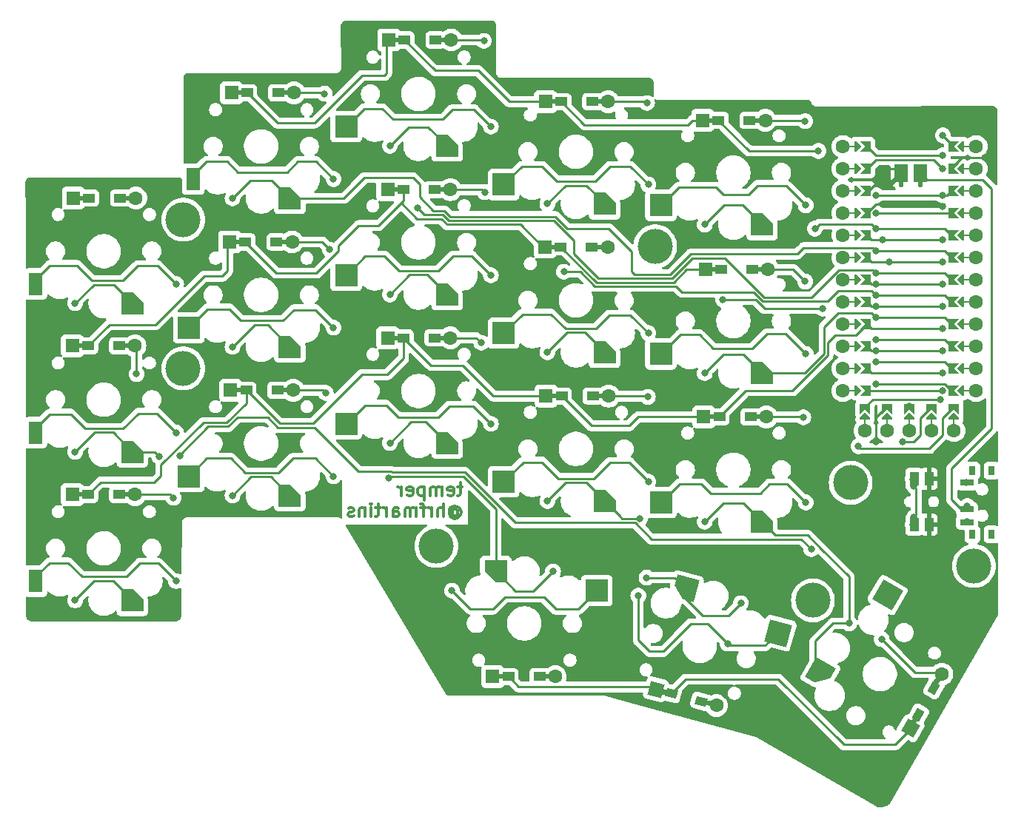
<source format=gbl>
G04 #@! TF.GenerationSoftware,KiCad,Pcbnew,8.0.6*
G04 #@! TF.CreationDate,2024-11-01T11:01:02+01:00*
G04 #@! TF.ProjectId,temper,74656d70-6572-42e6-9b69-6361645f7063,1.0*
G04 #@! TF.SameCoordinates,Original*
G04 #@! TF.FileFunction,Copper,L2,Bot*
G04 #@! TF.FilePolarity,Positive*
%FSLAX46Y46*%
G04 Gerber Fmt 4.6, Leading zero omitted, Abs format (unit mm)*
G04 Created by KiCad (PCBNEW 8.0.6) date 2024-11-01 11:01:02*
%MOMM*%
%LPD*%
G01*
G04 APERTURE LIST*
G04 Aperture macros list*
%AMRotRect*
0 Rectangle, with rotation*
0 The origin of the aperture is its center*
0 $1 length*
0 $2 width*
0 $3 Rotation angle, in degrees counterclockwise*
0 Add horizontal line*
21,1,$1,$2,0,0,$3*%
%AMOutline5P*
0 Free polygon, 5 corners , with rotation*
0 The origin of the aperture is its center*
0 number of corners: always 5*
0 $1 to $10 corner X, Y*
0 $11 Rotation angle, in degrees counterclockwise*
0 create outline with 5 corners*
4,1,5,$1,$2,$3,$4,$5,$6,$7,$8,$9,$10,$1,$2,$11*%
%AMOutline6P*
0 Free polygon, 6 corners , with rotation*
0 The origin of the aperture is its center*
0 number of corners: always 6*
0 $1 to $12 corner X, Y*
0 $13 Rotation angle, in degrees counterclockwise*
0 create outline with 6 corners*
4,1,6,$1,$2,$3,$4,$5,$6,$7,$8,$9,$10,$11,$12,$1,$2,$13*%
%AMOutline7P*
0 Free polygon, 7 corners , with rotation*
0 The origin of the aperture is its center*
0 number of corners: always 7*
0 $1 to $14 corner X, Y*
0 $15 Rotation angle, in degrees counterclockwise*
0 create outline with 7 corners*
4,1,7,$1,$2,$3,$4,$5,$6,$7,$8,$9,$10,$11,$12,$13,$14,$1,$2,$15*%
%AMOutline8P*
0 Free polygon, 8 corners , with rotation*
0 The origin of the aperture is its center*
0 number of corners: always 8*
0 $1 to $16 corner X, Y*
0 $17 Rotation angle, in degrees counterclockwise*
0 create outline with 8 corners*
4,1,8,$1,$2,$3,$4,$5,$6,$7,$8,$9,$10,$11,$12,$13,$14,$15,$16,$1,$2,$17*%
%AMFreePoly0*
4,1,13,0.650000,-0.475000,-0.650000,-0.475000,-0.650000,-0.227000,-1.093200,-0.227000,-1.128555,-0.212355,-1.143200,-0.177000,-1.143200,0.178600,-1.128555,0.213955,-1.093200,0.228600,-0.650000,0.228600,-0.650000,0.475000,0.650000,0.475000,0.650000,-0.475000,0.650000,-0.475000,$1*%
%AMFreePoly1*
4,1,13,0.650000,0.226600,1.093200,0.226600,1.128555,0.211955,1.143200,0.176600,1.143200,-0.179000,1.128555,-0.214355,1.093200,-0.229000,0.650000,-0.229000,0.650000,-0.475000,-0.650000,-0.475000,-0.650000,0.475000,0.650000,0.475000,0.650000,0.226600,0.650000,0.226600,$1*%
%AMFreePoly2*
4,1,5,0.125000,-0.500000,-0.125000,-0.500000,-0.125000,0.500000,0.125000,0.500000,0.125000,-0.500000,0.125000,-0.500000,$1*%
%AMFreePoly3*
4,1,6,0.600000,0.200000,0.000000,-0.400000,-0.600000,0.200000,-0.600000,0.400000,0.600000,0.400000,0.600000,0.200000,0.600000,0.200000,$1*%
%AMFreePoly4*
4,1,6,0.600000,-0.250000,-0.600000,-0.250000,-0.600000,1.000000,0.000000,0.400000,0.600000,1.000000,0.600000,-0.250000,0.600000,-0.250000,$1*%
%AMFreePoly5*
4,1,13,0.211911,1.370355,0.226556,1.335000,0.226556,1.050000,0.750000,1.050000,0.750000,-1.050000,-0.750000,-1.050000,-0.750000,1.050000,-0.229044,1.050000,-0.229044,1.335000,-0.214399,1.370355,-0.179044,1.385000,0.176556,1.385000,0.211911,1.370355,0.211911,1.370355,$1*%
%AMFreePoly6*
4,1,13,0.211955,1.370355,0.226600,1.335000,0.226600,1.050000,0.750000,1.050000,0.750000,-1.050000,-0.750000,-1.050000,-0.750000,1.050000,-0.229000,1.050000,-0.229000,1.335000,-0.214355,1.370355,-0.179000,1.385000,0.176600,1.385000,0.211955,1.370355,0.211955,1.370355,$1*%
G04 Aperture macros list end*
%ADD10C,0.300000*%
G04 #@! TA.AperFunction,NonConductor*
%ADD11C,0.300000*%
G04 #@! TD*
G04 #@! TA.AperFunction,ComponentPad*
%ADD12R,1.600000X1.600000*%
G04 #@! TD*
G04 #@! TA.AperFunction,SMDPad,CuDef*
%ADD13FreePoly0,0.000000*%
G04 #@! TD*
G04 #@! TA.AperFunction,SMDPad,CuDef*
%ADD14FreePoly1,0.000000*%
G04 #@! TD*
G04 #@! TA.AperFunction,ComponentPad*
%ADD15C,1.600000*%
G04 #@! TD*
G04 #@! TA.AperFunction,ComponentPad*
%ADD16RotRect,1.600000X1.600000X165.000000*%
G04 #@! TD*
G04 #@! TA.AperFunction,SMDPad,CuDef*
%ADD17FreePoly0,345.000000*%
G04 #@! TD*
G04 #@! TA.AperFunction,SMDPad,CuDef*
%ADD18FreePoly1,345.000000*%
G04 #@! TD*
G04 #@! TA.AperFunction,ComponentPad*
%ADD19RotRect,1.600000X1.600000X240.000000*%
G04 #@! TD*
G04 #@! TA.AperFunction,SMDPad,CuDef*
%ADD20FreePoly0,60.000000*%
G04 #@! TD*
G04 #@! TA.AperFunction,SMDPad,CuDef*
%ADD21FreePoly1,60.000000*%
G04 #@! TD*
G04 #@! TA.AperFunction,SMDPad,CuDef*
%ADD22Outline5P,-1.300000X1.300000X0.000000X1.300000X1.300000X0.000000X1.300000X-1.300000X-1.300000X-1.300000X0.000000*%
G04 #@! TD*
G04 #@! TA.AperFunction,SMDPad,CuDef*
%ADD23R,1.600000X2.600000*%
G04 #@! TD*
G04 #@! TA.AperFunction,SMDPad,CuDef*
%ADD24R,2.600000X2.600000*%
G04 #@! TD*
G04 #@! TA.AperFunction,SMDPad,CuDef*
%ADD25Outline5P,-1.300000X1.300000X0.000000X1.300000X1.300000X0.000000X1.300000X-1.300000X-1.300000X-1.300000X180.000000*%
G04 #@! TD*
G04 #@! TA.AperFunction,SMDPad,CuDef*
%ADD26Outline5P,-1.300000X1.300000X0.000000X1.300000X1.300000X0.000000X1.300000X-1.300000X-1.300000X-1.300000X165.000000*%
G04 #@! TD*
G04 #@! TA.AperFunction,SMDPad,CuDef*
%ADD27RotRect,2.600000X2.600000X165.000000*%
G04 #@! TD*
G04 #@! TA.AperFunction,SMDPad,CuDef*
%ADD28Outline5P,-1.300000X1.300000X0.000000X1.300000X1.300000X0.000000X1.300000X-1.300000X-1.300000X-1.300000X240.000000*%
G04 #@! TD*
G04 #@! TA.AperFunction,SMDPad,CuDef*
%ADD29RotRect,2.600000X2.600000X240.000000*%
G04 #@! TD*
G04 #@! TA.AperFunction,ComponentPad*
%ADD30C,4.000000*%
G04 #@! TD*
G04 #@! TA.AperFunction,SMDPad,CuDef*
%ADD31R,0.800000X1.000000*%
G04 #@! TD*
G04 #@! TA.AperFunction,SMDPad,CuDef*
%ADD32R,1.500000X0.700000*%
G04 #@! TD*
G04 #@! TA.AperFunction,SMDPad,CuDef*
%ADD33FreePoly2,90.000000*%
G04 #@! TD*
G04 #@! TA.AperFunction,SMDPad,CuDef*
%ADD34FreePoly3,90.000000*%
G04 #@! TD*
G04 #@! TA.AperFunction,SMDPad,CuDef*
%ADD35FreePoly3,270.000000*%
G04 #@! TD*
G04 #@! TA.AperFunction,SMDPad,CuDef*
%ADD36FreePoly2,270.000000*%
G04 #@! TD*
G04 #@! TA.AperFunction,SMDPad,CuDef*
%ADD37FreePoly4,90.000000*%
G04 #@! TD*
G04 #@! TA.AperFunction,SMDPad,CuDef*
%ADD38FreePoly4,270.000000*%
G04 #@! TD*
G04 #@! TA.AperFunction,SMDPad,CuDef*
%ADD39R,1.000000X1.550000*%
G04 #@! TD*
G04 #@! TA.AperFunction,SMDPad,CuDef*
%ADD40FreePoly3,180.000000*%
G04 #@! TD*
G04 #@! TA.AperFunction,SMDPad,CuDef*
%ADD41FreePoly2,180.000000*%
G04 #@! TD*
G04 #@! TA.AperFunction,SMDPad,CuDef*
%ADD42FreePoly4,180.000000*%
G04 #@! TD*
G04 #@! TA.AperFunction,ComponentPad*
%ADD43C,0.550000*%
G04 #@! TD*
G04 #@! TA.AperFunction,SMDPad,CuDef*
%ADD44FreePoly5,180.000000*%
G04 #@! TD*
G04 #@! TA.AperFunction,SMDPad,CuDef*
%ADD45FreePoly6,180.000000*%
G04 #@! TD*
G04 #@! TA.AperFunction,ViaPad*
%ADD46C,0.800000*%
G04 #@! TD*
G04 #@! TA.AperFunction,Conductor*
%ADD47C,0.250000*%
G04 #@! TD*
G04 APERTURE END LIST*
D10*
D11*
X126909774Y-97360870D02*
X126338346Y-97360870D01*
X126695489Y-96860870D02*
X126695489Y-98146584D01*
X126695489Y-98146584D02*
X126624060Y-98289442D01*
X126624060Y-98289442D02*
X126481203Y-98360870D01*
X126481203Y-98360870D02*
X126338346Y-98360870D01*
X125266917Y-98289442D02*
X125409774Y-98360870D01*
X125409774Y-98360870D02*
X125695489Y-98360870D01*
X125695489Y-98360870D02*
X125838346Y-98289442D01*
X125838346Y-98289442D02*
X125909774Y-98146584D01*
X125909774Y-98146584D02*
X125909774Y-97575156D01*
X125909774Y-97575156D02*
X125838346Y-97432299D01*
X125838346Y-97432299D02*
X125695489Y-97360870D01*
X125695489Y-97360870D02*
X125409774Y-97360870D01*
X125409774Y-97360870D02*
X125266917Y-97432299D01*
X125266917Y-97432299D02*
X125195489Y-97575156D01*
X125195489Y-97575156D02*
X125195489Y-97718013D01*
X125195489Y-97718013D02*
X125909774Y-97860870D01*
X124552632Y-98360870D02*
X124552632Y-97360870D01*
X124552632Y-97503727D02*
X124481203Y-97432299D01*
X124481203Y-97432299D02*
X124338346Y-97360870D01*
X124338346Y-97360870D02*
X124124060Y-97360870D01*
X124124060Y-97360870D02*
X123981203Y-97432299D01*
X123981203Y-97432299D02*
X123909775Y-97575156D01*
X123909775Y-97575156D02*
X123909775Y-98360870D01*
X123909775Y-97575156D02*
X123838346Y-97432299D01*
X123838346Y-97432299D02*
X123695489Y-97360870D01*
X123695489Y-97360870D02*
X123481203Y-97360870D01*
X123481203Y-97360870D02*
X123338346Y-97432299D01*
X123338346Y-97432299D02*
X123266917Y-97575156D01*
X123266917Y-97575156D02*
X123266917Y-98360870D01*
X122552632Y-97360870D02*
X122552632Y-98860870D01*
X122552632Y-97432299D02*
X122409775Y-97360870D01*
X122409775Y-97360870D02*
X122124060Y-97360870D01*
X122124060Y-97360870D02*
X121981203Y-97432299D01*
X121981203Y-97432299D02*
X121909775Y-97503727D01*
X121909775Y-97503727D02*
X121838346Y-97646584D01*
X121838346Y-97646584D02*
X121838346Y-98075156D01*
X121838346Y-98075156D02*
X121909775Y-98218013D01*
X121909775Y-98218013D02*
X121981203Y-98289442D01*
X121981203Y-98289442D02*
X122124060Y-98360870D01*
X122124060Y-98360870D02*
X122409775Y-98360870D01*
X122409775Y-98360870D02*
X122552632Y-98289442D01*
X120624060Y-98289442D02*
X120766917Y-98360870D01*
X120766917Y-98360870D02*
X121052632Y-98360870D01*
X121052632Y-98360870D02*
X121195489Y-98289442D01*
X121195489Y-98289442D02*
X121266917Y-98146584D01*
X121266917Y-98146584D02*
X121266917Y-97575156D01*
X121266917Y-97575156D02*
X121195489Y-97432299D01*
X121195489Y-97432299D02*
X121052632Y-97360870D01*
X121052632Y-97360870D02*
X120766917Y-97360870D01*
X120766917Y-97360870D02*
X120624060Y-97432299D01*
X120624060Y-97432299D02*
X120552632Y-97575156D01*
X120552632Y-97575156D02*
X120552632Y-97718013D01*
X120552632Y-97718013D02*
X121266917Y-97860870D01*
X119909775Y-98360870D02*
X119909775Y-97360870D01*
X119909775Y-97646584D02*
X119838346Y-97503727D01*
X119838346Y-97503727D02*
X119766918Y-97432299D01*
X119766918Y-97432299D02*
X119624060Y-97360870D01*
X119624060Y-97360870D02*
X119481203Y-97360870D01*
X125766917Y-100061500D02*
X125838346Y-99990072D01*
X125838346Y-99990072D02*
X125981203Y-99918643D01*
X125981203Y-99918643D02*
X126124060Y-99918643D01*
X126124060Y-99918643D02*
X126266917Y-99990072D01*
X126266917Y-99990072D02*
X126338346Y-100061500D01*
X126338346Y-100061500D02*
X126409774Y-100204358D01*
X126409774Y-100204358D02*
X126409774Y-100347215D01*
X126409774Y-100347215D02*
X126338346Y-100490072D01*
X126338346Y-100490072D02*
X126266917Y-100561500D01*
X126266917Y-100561500D02*
X126124060Y-100632929D01*
X126124060Y-100632929D02*
X125981203Y-100632929D01*
X125981203Y-100632929D02*
X125838346Y-100561500D01*
X125838346Y-100561500D02*
X125766917Y-100490072D01*
X125766917Y-99918643D02*
X125766917Y-100490072D01*
X125766917Y-100490072D02*
X125695489Y-100561500D01*
X125695489Y-100561500D02*
X125624060Y-100561500D01*
X125624060Y-100561500D02*
X125481203Y-100490072D01*
X125481203Y-100490072D02*
X125409774Y-100347215D01*
X125409774Y-100347215D02*
X125409774Y-99990072D01*
X125409774Y-99990072D02*
X125552632Y-99775786D01*
X125552632Y-99775786D02*
X125766917Y-99632929D01*
X125766917Y-99632929D02*
X126052632Y-99561500D01*
X126052632Y-99561500D02*
X126338346Y-99632929D01*
X126338346Y-99632929D02*
X126552632Y-99775786D01*
X126552632Y-99775786D02*
X126695489Y-99990072D01*
X126695489Y-99990072D02*
X126766917Y-100275786D01*
X126766917Y-100275786D02*
X126695489Y-100561500D01*
X126695489Y-100561500D02*
X126552632Y-100775786D01*
X126552632Y-100775786D02*
X126338346Y-100918643D01*
X126338346Y-100918643D02*
X126052632Y-100990072D01*
X126052632Y-100990072D02*
X125766917Y-100918643D01*
X125766917Y-100918643D02*
X125552632Y-100775786D01*
X124766918Y-100775786D02*
X124766918Y-99275786D01*
X124124061Y-100775786D02*
X124124061Y-99990072D01*
X124124061Y-99990072D02*
X124195489Y-99847215D01*
X124195489Y-99847215D02*
X124338346Y-99775786D01*
X124338346Y-99775786D02*
X124552632Y-99775786D01*
X124552632Y-99775786D02*
X124695489Y-99847215D01*
X124695489Y-99847215D02*
X124766918Y-99918643D01*
X123409775Y-100775786D02*
X123409775Y-99775786D01*
X123409775Y-100061500D02*
X123338346Y-99918643D01*
X123338346Y-99918643D02*
X123266918Y-99847215D01*
X123266918Y-99847215D02*
X123124060Y-99775786D01*
X123124060Y-99775786D02*
X122981203Y-99775786D01*
X122695489Y-99775786D02*
X122124061Y-99775786D01*
X122481204Y-100775786D02*
X122481204Y-99490072D01*
X122481204Y-99490072D02*
X122409775Y-99347215D01*
X122409775Y-99347215D02*
X122266918Y-99275786D01*
X122266918Y-99275786D02*
X122124061Y-99275786D01*
X121624061Y-100775786D02*
X121624061Y-99775786D01*
X121624061Y-99918643D02*
X121552632Y-99847215D01*
X121552632Y-99847215D02*
X121409775Y-99775786D01*
X121409775Y-99775786D02*
X121195489Y-99775786D01*
X121195489Y-99775786D02*
X121052632Y-99847215D01*
X121052632Y-99847215D02*
X120981204Y-99990072D01*
X120981204Y-99990072D02*
X120981204Y-100775786D01*
X120981204Y-99990072D02*
X120909775Y-99847215D01*
X120909775Y-99847215D02*
X120766918Y-99775786D01*
X120766918Y-99775786D02*
X120552632Y-99775786D01*
X120552632Y-99775786D02*
X120409775Y-99847215D01*
X120409775Y-99847215D02*
X120338346Y-99990072D01*
X120338346Y-99990072D02*
X120338346Y-100775786D01*
X118981204Y-100775786D02*
X118981204Y-99990072D01*
X118981204Y-99990072D02*
X119052632Y-99847215D01*
X119052632Y-99847215D02*
X119195489Y-99775786D01*
X119195489Y-99775786D02*
X119481204Y-99775786D01*
X119481204Y-99775786D02*
X119624061Y-99847215D01*
X118981204Y-100704358D02*
X119124061Y-100775786D01*
X119124061Y-100775786D02*
X119481204Y-100775786D01*
X119481204Y-100775786D02*
X119624061Y-100704358D01*
X119624061Y-100704358D02*
X119695489Y-100561500D01*
X119695489Y-100561500D02*
X119695489Y-100418643D01*
X119695489Y-100418643D02*
X119624061Y-100275786D01*
X119624061Y-100275786D02*
X119481204Y-100204358D01*
X119481204Y-100204358D02*
X119124061Y-100204358D01*
X119124061Y-100204358D02*
X118981204Y-100132929D01*
X118266918Y-100775786D02*
X118266918Y-99775786D01*
X118266918Y-100061500D02*
X118195489Y-99918643D01*
X118195489Y-99918643D02*
X118124061Y-99847215D01*
X118124061Y-99847215D02*
X117981203Y-99775786D01*
X117981203Y-99775786D02*
X117838346Y-99775786D01*
X117552632Y-99775786D02*
X116981204Y-99775786D01*
X117338347Y-99275786D02*
X117338347Y-100561500D01*
X117338347Y-100561500D02*
X117266918Y-100704358D01*
X117266918Y-100704358D02*
X117124061Y-100775786D01*
X117124061Y-100775786D02*
X116981204Y-100775786D01*
X116481204Y-100775786D02*
X116481204Y-99775786D01*
X116481204Y-99275786D02*
X116552632Y-99347215D01*
X116552632Y-99347215D02*
X116481204Y-99418643D01*
X116481204Y-99418643D02*
X116409775Y-99347215D01*
X116409775Y-99347215D02*
X116481204Y-99275786D01*
X116481204Y-99275786D02*
X116481204Y-99418643D01*
X115766918Y-99775786D02*
X115766918Y-100775786D01*
X115766918Y-99918643D02*
X115695489Y-99847215D01*
X115695489Y-99847215D02*
X115552632Y-99775786D01*
X115552632Y-99775786D02*
X115338346Y-99775786D01*
X115338346Y-99775786D02*
X115195489Y-99847215D01*
X115195489Y-99847215D02*
X115124061Y-99990072D01*
X115124061Y-99990072D02*
X115124061Y-100775786D01*
X114481203Y-100704358D02*
X114338346Y-100775786D01*
X114338346Y-100775786D02*
X114052632Y-100775786D01*
X114052632Y-100775786D02*
X113909775Y-100704358D01*
X113909775Y-100704358D02*
X113838346Y-100561500D01*
X113838346Y-100561500D02*
X113838346Y-100490072D01*
X113838346Y-100490072D02*
X113909775Y-100347215D01*
X113909775Y-100347215D02*
X114052632Y-100275786D01*
X114052632Y-100275786D02*
X114266918Y-100275786D01*
X114266918Y-100275786D02*
X114409775Y-100204358D01*
X114409775Y-100204358D02*
X114481203Y-100061500D01*
X114481203Y-100061500D02*
X114481203Y-99990072D01*
X114481203Y-99990072D02*
X114409775Y-99847215D01*
X114409775Y-99847215D02*
X114266918Y-99775786D01*
X114266918Y-99775786D02*
X114052632Y-99775786D01*
X114052632Y-99775786D02*
X113909775Y-99847215D01*
D12*
X82428400Y-64312800D03*
D13*
X84229400Y-64312800D03*
D14*
X87779400Y-64312800D03*
D15*
X89580400Y-64312800D03*
D12*
X100513200Y-52273200D03*
D13*
X102314200Y-52273200D03*
D14*
X105864200Y-52273200D03*
D15*
X107665200Y-52273200D03*
D12*
X118496400Y-46228000D03*
D13*
X120297400Y-46228000D03*
D14*
X123847400Y-46228000D03*
D15*
X125648400Y-46228000D03*
D12*
X136428800Y-53289200D03*
D13*
X138229800Y-53289200D03*
D14*
X141779800Y-53289200D03*
D15*
X143580800Y-53289200D03*
D12*
X154412000Y-55422800D03*
D13*
X156213000Y-55422800D03*
D14*
X159763000Y-55422800D03*
D15*
X161564000Y-55422800D03*
D12*
X82326800Y-81229200D03*
D13*
X84127800Y-81229200D03*
D14*
X87677800Y-81229200D03*
D15*
X89478800Y-81229200D03*
D12*
X100310000Y-69342000D03*
D13*
X102111000Y-69342000D03*
D14*
X105661000Y-69342000D03*
D15*
X107462000Y-69342000D03*
D12*
X118394800Y-63347600D03*
D13*
X120195800Y-63347600D03*
D14*
X123745800Y-63347600D03*
D15*
X125546800Y-63347600D03*
D12*
X136378000Y-69900800D03*
D13*
X138179000Y-69900800D03*
D14*
X141729000Y-69900800D03*
D15*
X143530000Y-69900800D03*
D12*
X154716800Y-72491600D03*
D13*
X156517800Y-72491600D03*
D14*
X160067800Y-72491600D03*
D15*
X161868800Y-72491600D03*
D12*
X82326800Y-98247200D03*
D13*
X84127800Y-98247200D03*
D14*
X87677800Y-98247200D03*
D15*
X89478800Y-98247200D03*
D12*
X100411600Y-86309200D03*
D13*
X102212600Y-86309200D03*
D14*
X105762600Y-86309200D03*
D15*
X107563600Y-86309200D03*
D12*
X118394800Y-80314800D03*
D13*
X120195800Y-80314800D03*
D14*
X123745800Y-80314800D03*
D15*
X125546800Y-80314800D03*
D12*
X136479600Y-86969600D03*
D13*
X138280600Y-86969600D03*
D14*
X141830600Y-86969600D03*
D15*
X143631600Y-86969600D03*
D12*
X154513600Y-89357200D03*
D13*
X156314600Y-89357200D03*
D14*
X159864600Y-89357200D03*
D15*
X161665600Y-89357200D03*
D12*
X130383600Y-119075200D03*
D13*
X132184600Y-119075200D03*
D14*
X135734600Y-119075200D03*
D15*
X137535600Y-119075200D03*
D16*
X149060131Y-120535059D03*
D17*
X150799764Y-121001192D03*
D18*
X154228800Y-121920000D03*
D15*
X155968433Y-122386133D03*
D19*
X178170166Y-124992342D03*
D20*
X179070666Y-123432630D03*
D21*
X180845666Y-120358240D03*
D15*
X181746166Y-118798528D03*
D22*
X89185000Y-76350000D03*
D23*
X78135000Y-74150000D03*
D22*
X107185000Y-64350000D03*
D23*
X96135000Y-62150000D03*
D22*
X125185000Y-58350000D03*
D24*
X113635000Y-56150000D03*
D22*
X143185000Y-64970000D03*
D24*
X131635000Y-62770000D03*
D22*
X161185000Y-67350000D03*
D24*
X149635000Y-65150000D03*
D22*
X89185000Y-93350000D03*
D23*
X78135000Y-91150000D03*
D22*
X107185000Y-81350000D03*
D24*
X95635000Y-79150000D03*
D22*
X125185000Y-75350000D03*
D24*
X113635000Y-73150000D03*
D22*
X143185000Y-81970000D03*
D24*
X131635000Y-79770000D03*
D22*
X161185000Y-84350000D03*
D24*
X149635000Y-82150000D03*
D22*
X89185000Y-110350000D03*
D23*
X78135000Y-108150000D03*
D22*
X107185000Y-98350000D03*
D24*
X95635000Y-96150000D03*
D22*
X125185000Y-92350000D03*
D24*
X113635000Y-90150000D03*
D22*
X143185000Y-98975000D03*
D24*
X131635000Y-96775000D03*
D22*
X161185000Y-101350000D03*
D24*
X149635000Y-99150000D03*
D25*
X130735000Y-107040000D03*
D24*
X142285000Y-109240000D03*
D26*
X152436566Y-108985109D03*
D27*
X163023608Y-114099506D03*
D28*
X167869649Y-118651233D03*
D29*
X175549905Y-109748640D03*
D30*
X171323000Y-96901000D03*
X185420000Y-106426000D03*
X95000000Y-66802000D03*
X148971000Y-69850000D03*
X123952000Y-104140000D03*
X167005000Y-110363000D03*
X95000000Y-83820000D03*
D31*
X185252000Y-102804000D03*
X187452000Y-102804000D03*
X185252000Y-95504000D03*
X187452000Y-95504000D03*
D32*
X184602000Y-101404000D03*
X184602000Y-99904000D03*
X184602000Y-96904000D03*
D15*
X170434000Y-58420000D03*
X170434000Y-60960000D03*
X170434000Y-63500000D03*
X170434000Y-66040000D03*
X170434000Y-68580000D03*
X170434000Y-71120000D03*
X170434000Y-73660000D03*
X170434000Y-76200000D03*
X170434000Y-78740000D03*
X170434000Y-81280000D03*
X170434000Y-83820000D03*
X170434000Y-86360000D03*
D33*
X171704000Y-58420000D03*
X171704000Y-60960000D03*
X171704000Y-63500000D03*
X171704000Y-66040000D03*
X171704000Y-68580000D03*
X171704000Y-71120000D03*
X171704000Y-73660000D03*
X171704000Y-76200000D03*
X171704000Y-78740000D03*
X171704000Y-81280000D03*
X171704000Y-83820000D03*
X171704000Y-86360000D03*
D34*
X172212000Y-58420000D03*
X172212000Y-60960000D03*
X172212000Y-63500000D03*
X172212000Y-66040000D03*
X172212000Y-68580000D03*
X172212000Y-71120000D03*
X172212000Y-73660000D03*
X172212000Y-76200000D03*
X172212000Y-78740000D03*
X172212000Y-81280000D03*
X172212000Y-83820000D03*
X172212000Y-86360000D03*
D35*
X183896000Y-58420000D03*
X183896000Y-60960000D03*
X183896000Y-63500000D03*
X183896000Y-66040000D03*
X183896000Y-68580000D03*
X183896000Y-71120000D03*
X183896000Y-73660000D03*
X183896000Y-76200000D03*
X183896000Y-78740000D03*
X183896000Y-81280000D03*
X183896000Y-83820000D03*
X183896000Y-86360000D03*
D36*
X184404000Y-58420000D03*
X184404000Y-60960000D03*
X184404000Y-63500000D03*
X184404000Y-66040000D03*
X184404000Y-68580000D03*
X184404000Y-71120000D03*
X184404000Y-73660000D03*
X184404000Y-76200000D03*
X184404000Y-78740000D03*
X184404000Y-81280000D03*
X184404000Y-83820000D03*
X184404000Y-86360000D03*
D15*
X185674000Y-58420000D03*
X185674000Y-60960000D03*
X185674000Y-63500000D03*
X185674000Y-66040000D03*
X185674000Y-68580000D03*
X185674000Y-71120000D03*
X185674000Y-73660000D03*
X185674000Y-76200000D03*
X185674000Y-78740000D03*
X185674000Y-81280000D03*
X185674000Y-83820000D03*
X185674000Y-86360000D03*
D37*
X173355000Y-58420000D03*
X173355000Y-60960000D03*
X173355000Y-63500000D03*
X173355000Y-66040000D03*
X173355000Y-68580000D03*
X173355000Y-71120000D03*
X173355000Y-73660000D03*
X173355000Y-76200000D03*
X173355000Y-78740000D03*
X173355000Y-81280000D03*
X173355000Y-83820000D03*
X173355000Y-86360000D03*
D38*
X182753000Y-86360000D03*
X182753000Y-83820000D03*
X182753000Y-81280000D03*
X182753000Y-78740000D03*
X182753000Y-76200000D03*
X182753000Y-73660000D03*
X182753000Y-71120000D03*
X182753000Y-68580000D03*
X182753000Y-66040000D03*
X182753000Y-63500000D03*
X182753000Y-60960000D03*
X182753000Y-58420000D03*
D39*
X178579000Y-101685000D03*
X178579000Y-96435000D03*
X180279000Y-101685000D03*
X180279000Y-96435000D03*
D40*
X172974000Y-89274000D03*
D41*
X172974000Y-89782000D03*
D15*
X172974000Y-90932000D03*
D40*
X175514000Y-89274000D03*
D41*
X175514000Y-89782000D03*
D15*
X175514000Y-90932000D03*
D40*
X178054000Y-89274000D03*
D41*
X178054000Y-89782000D03*
D15*
X178054000Y-90932000D03*
D40*
X180594000Y-89274000D03*
D41*
X180594000Y-89782000D03*
D15*
X180594000Y-90932000D03*
D40*
X183134000Y-89274000D03*
D41*
X183134000Y-89782000D03*
D15*
X183134000Y-90932000D03*
D42*
X183134000Y-88132000D03*
X180594000Y-88132000D03*
X178054000Y-88132000D03*
X175514000Y-88132000D03*
X172974000Y-88132000D03*
D43*
X179324400Y-62809600D03*
D44*
X179324000Y-61468000D03*
D43*
X177124000Y-62809600D03*
D45*
X177124000Y-61468000D03*
D46*
X167640000Y-58928000D03*
X174244000Y-74168000D03*
X181864000Y-74168000D03*
X156718000Y-75946000D03*
X174244000Y-76708000D03*
X181864000Y-76708000D03*
X168148000Y-76962000D03*
X181864000Y-79248000D03*
X174244000Y-81788000D03*
X181864000Y-81788000D03*
X186690000Y-59690000D03*
X133604000Y-99568000D03*
X161036000Y-78486000D03*
X175006000Y-65024000D03*
X166116000Y-71882000D03*
X92202000Y-110998000D03*
X149352000Y-101854000D03*
X112522000Y-99822000D03*
X174244000Y-92202000D03*
X175514000Y-58420000D03*
X106934000Y-92456000D03*
X165100000Y-78486000D03*
X77724000Y-62738000D03*
X118110000Y-68834000D03*
X147828000Y-51562000D03*
X131572000Y-65024000D03*
X181864000Y-65278000D03*
X125222000Y-86106000D03*
X174244000Y-66040000D03*
X178054000Y-88100500D03*
X94589600Y-93776800D03*
X167233600Y-67818000D03*
X166830000Y-104495600D03*
X82635000Y-110350000D03*
X174244000Y-67818000D03*
X92252800Y-93878400D03*
X82635000Y-93350000D03*
X82635000Y-76350000D03*
X100635000Y-64350000D03*
X174244000Y-70358000D03*
X100635000Y-81350000D03*
X100635000Y-98350000D03*
X137285000Y-107040000D03*
X118635000Y-58350000D03*
X174244000Y-72898000D03*
X118635000Y-92350000D03*
X118635000Y-75350000D03*
X118480000Y-96334500D03*
X121767600Y-65430400D03*
X174244000Y-75438000D03*
X158763380Y-110680374D03*
X136635000Y-98975000D03*
X136635000Y-64970000D03*
X147980400Y-107746800D03*
X136635000Y-81970000D03*
X147218400Y-100990400D03*
X138531600Y-72745600D03*
X171144649Y-112978767D03*
X154635000Y-101350000D03*
X154635000Y-67350000D03*
X154635000Y-84350000D03*
X174244000Y-77978000D03*
X184658000Y-99568000D03*
X94185000Y-74150000D03*
X181864000Y-64008000D03*
X178562000Y-100838000D03*
X174244000Y-64008000D03*
X178562000Y-97282000D03*
X112185000Y-62150000D03*
X111150400Y-52374800D03*
X129387600Y-46329600D03*
X130185000Y-56150000D03*
X148031200Y-53441600D03*
X148185000Y-62770000D03*
X166116000Y-55524400D03*
X166185000Y-65150000D03*
X94185000Y-91150000D03*
X89662000Y-84455000D03*
X112185000Y-79150000D03*
X111760000Y-70205600D03*
X130185000Y-73150000D03*
X129489200Y-63652400D03*
X148185000Y-79770000D03*
X166185000Y-82150000D03*
X166116000Y-73863200D03*
X94185000Y-108150000D03*
X93878400Y-98602800D03*
X112185000Y-96150000D03*
X111302800Y-86614000D03*
X130185000Y-90150000D03*
X129082800Y-80873600D03*
X148185000Y-96775000D03*
X148132800Y-87071200D03*
X166185000Y-99150000D03*
X165912800Y-89408000D03*
X125735000Y-109240000D03*
X147037535Y-109816051D03*
X157251400Y-115290600D03*
X174866300Y-114795300D03*
X175549905Y-109748640D03*
X181864000Y-69088000D03*
X172212000Y-92710000D03*
X175006000Y-69088000D03*
X177292000Y-92202000D03*
X175730500Y-71628000D03*
X181864000Y-71628000D03*
X184658000Y-101346000D03*
X181864000Y-57150000D03*
X184531000Y-96901000D03*
X181610000Y-87376000D03*
X181864000Y-59436000D03*
X181864000Y-84328000D03*
X181863025Y-86367624D03*
X174244000Y-85598000D03*
X174244000Y-83058000D03*
X174244000Y-80518000D03*
X181864000Y-60960000D03*
D47*
X102314200Y-52273200D02*
X100279200Y-52273200D01*
X123802600Y-49733200D02*
X120297400Y-46228000D01*
X110007400Y-55727600D02*
X105768600Y-55727600D01*
X105768600Y-55727600D02*
X102314200Y-52273200D01*
X140871400Y-55930800D02*
X138229800Y-53289200D01*
X128727200Y-49733200D02*
X123802600Y-49733200D01*
X156213000Y-55422800D02*
X153229500Y-55422800D01*
X120297400Y-46228000D02*
X118262400Y-46228000D01*
X138229800Y-53289200D02*
X132283200Y-53289200D01*
X159718200Y-58928000D02*
X156213000Y-55422800D01*
X84229400Y-64312800D02*
X82194400Y-64312800D01*
X118262400Y-50012600D02*
X117983000Y-50292000D01*
X167640000Y-58928000D02*
X159718200Y-58928000D01*
X118262400Y-46228000D02*
X118262400Y-50012600D01*
X153229500Y-55422800D02*
X152721500Y-55930800D01*
X174244000Y-74168000D02*
X173736000Y-74168000D01*
X115443000Y-50292000D02*
X110007400Y-55727600D01*
X181864000Y-74168000D02*
X174244000Y-74168000D01*
X132283200Y-53289200D02*
X128727200Y-49733200D01*
X152721500Y-55930800D02*
X140871400Y-55930800D01*
X173736000Y-74168000D02*
X173228000Y-73660000D01*
X117983000Y-50292000D02*
X115443000Y-50292000D01*
X138179000Y-69900800D02*
X136144000Y-69900800D01*
X115062000Y-67462400D02*
X112776000Y-69748400D01*
X174244000Y-76708000D02*
X173736000Y-76708000D01*
X120195800Y-63347600D02*
X120195800Y-64614600D01*
X181864000Y-76708000D02*
X174244000Y-76708000D01*
X86566200Y-78790800D02*
X91846400Y-78790800D01*
X100076000Y-72644000D02*
X100076000Y-69342000D01*
X156718000Y-75946000D02*
X160473430Y-75946000D01*
X102111000Y-69342000D02*
X100076000Y-69342000D01*
X121716800Y-66700400D02*
X119913400Y-64897000D01*
X97383600Y-73253600D02*
X99466400Y-73253600D01*
X112776000Y-69748400D02*
X112776000Y-70358000D01*
X154482800Y-72491600D02*
X152552400Y-72491600D01*
X110236000Y-72898000D02*
X105667000Y-72898000D01*
X133596320Y-67353120D02*
X125163520Y-67353120D01*
X84127800Y-81229200D02*
X86566200Y-78790800D01*
X161489430Y-76962000D02*
X168148000Y-76962000D01*
X136144000Y-69900800D02*
X133596320Y-67353120D01*
X119913400Y-64897000D02*
X117348000Y-67462400D01*
X151071520Y-73972480D02*
X142250680Y-73972480D01*
X112776000Y-70358000D02*
X110236000Y-72898000D01*
X120195800Y-64614600D02*
X119913400Y-64897000D01*
X105667000Y-72898000D02*
X102111000Y-69342000D01*
X99466400Y-73253600D02*
X100076000Y-72644000D01*
X91846400Y-78790800D02*
X97383600Y-73253600D01*
X156517800Y-72491600D02*
X154482800Y-72491600D01*
X125163520Y-67353120D02*
X124510800Y-66700400D01*
X142250680Y-73972480D02*
X138179000Y-69900800D01*
X160473430Y-75946000D02*
X161489430Y-76962000D01*
X120195800Y-63347600D02*
X118160800Y-63347600D01*
X124510800Y-66700400D02*
X121716800Y-66700400D01*
X152552400Y-72491600D02*
X151071520Y-73972480D01*
X84127800Y-81229200D02*
X82092800Y-81229200D01*
X117348000Y-67462400D02*
X115062000Y-67462400D01*
X173736000Y-76708000D02*
X173228000Y-76200000D01*
X181864000Y-79248000D02*
X174244000Y-79248000D01*
X138280600Y-86969600D02*
X136245600Y-86969600D01*
X130454400Y-86969600D02*
X126949200Y-83464400D01*
X156314600Y-89357200D02*
X159311800Y-86360000D01*
X173736000Y-79248000D02*
X173228000Y-78740000D01*
X168725000Y-80830000D02*
X169545000Y-80010000D01*
X123345400Y-83464400D02*
X120195800Y-80314800D01*
X97307400Y-90017600D02*
X92456000Y-94869000D01*
X174244000Y-79248000D02*
X173736000Y-79248000D01*
X145999200Y-90373200D02*
X141684200Y-90373200D01*
X92456000Y-96062800D02*
X91694000Y-96824800D01*
X109829600Y-90119200D02*
X106022600Y-90119200D01*
X102212600Y-87779400D02*
X99974400Y-90017600D01*
X99974400Y-90017600D02*
X97307400Y-90017600D01*
X102212600Y-86309200D02*
X102212600Y-87779400D01*
X120195800Y-80314800D02*
X118160800Y-80314800D01*
X141684200Y-90373200D02*
X138280600Y-86969600D01*
X85550200Y-96824800D02*
X84127800Y-98247200D01*
X120195800Y-82648600D02*
X118313200Y-84531200D01*
X169545000Y-80010000D02*
X171958000Y-80010000D01*
X84127800Y-98247200D02*
X82092800Y-98247200D01*
X91694000Y-96824800D02*
X85550200Y-96824800D01*
X168725000Y-82304596D02*
X168725000Y-80830000D01*
X115417600Y-84531200D02*
X109829600Y-90119200D01*
X164669596Y-86360000D02*
X168725000Y-82304596D01*
X118313200Y-84531200D02*
X115417600Y-84531200D01*
X156314600Y-89357200D02*
X154279600Y-89357200D01*
X136245600Y-86969600D02*
X130454400Y-86969600D01*
X120195800Y-80314800D02*
X120195800Y-82648600D01*
X92456000Y-94869000D02*
X92456000Y-96062800D01*
X147015200Y-89357200D02*
X145999200Y-90373200D01*
X154279600Y-89357200D02*
X147015200Y-89357200D01*
X102212600Y-86309200D02*
X100177600Y-86309200D01*
X126949200Y-83464400D02*
X123345400Y-83464400D01*
X106022600Y-90119200D02*
X102212600Y-86309200D01*
X159311800Y-86360000D02*
X164669596Y-86360000D01*
X171958000Y-80010000D02*
X173228000Y-78740000D01*
X133353000Y-120243600D02*
X132184600Y-119075200D01*
X178053166Y-124450130D02*
X179070666Y-123432630D01*
X152420956Y-119380000D02*
X163068000Y-119380000D01*
X176403000Y-126873000D02*
X178053166Y-125222834D01*
X150799764Y-121001192D02*
X149360802Y-121001192D01*
X173228000Y-81280000D02*
X173736000Y-81788000D01*
X174244000Y-81788000D02*
X181864000Y-81788000D01*
X170561000Y-126873000D02*
X176403000Y-126873000D01*
X178053166Y-125194992D02*
X178053166Y-124450130D01*
X150799764Y-121001192D02*
X152420956Y-119380000D01*
X149360802Y-121001192D02*
X148834105Y-120474495D01*
X148834105Y-120474495D02*
X148603210Y-120243600D01*
X148603210Y-120243600D02*
X133353000Y-120243600D01*
X132184600Y-119075200D02*
X130149600Y-119075200D01*
X173736000Y-81788000D02*
X174244000Y-81788000D01*
X163068000Y-119380000D02*
X170561000Y-126873000D01*
X178053166Y-125222834D02*
X178053166Y-125194992D01*
X176616000Y-60960000D02*
X175514000Y-60960000D01*
X174244000Y-89402000D02*
X174244000Y-92202000D01*
X184023000Y-59690000D02*
X186690000Y-59690000D01*
X173355000Y-63500000D02*
X174117000Y-62738000D01*
X173355000Y-66040000D02*
X173355000Y-65903695D01*
X173355000Y-65903695D02*
X174234695Y-65024000D01*
X182753000Y-60960000D02*
X184023000Y-59690000D01*
X174117000Y-62738000D02*
X174498000Y-62738000D01*
X175514000Y-88132000D02*
X174244000Y-89402000D01*
X174234695Y-65024000D02*
X175006000Y-65024000D01*
X174244000Y-66040000D02*
X182880000Y-66040000D01*
X167741600Y-67310000D02*
X173736000Y-67310000D01*
X132973000Y-101473000D02*
X127210000Y-95710000D01*
X97873880Y-90467120D02*
X94589600Y-93751400D01*
X118780305Y-95609500D02*
X115065900Y-95609500D01*
X89185000Y-76350000D02*
X87053800Y-74218800D01*
X100160598Y-90467120D02*
X97873880Y-90467120D01*
X146673000Y-101473000D02*
X132973000Y-101473000D01*
X166830000Y-104495600D02*
X165674400Y-103340000D01*
X148540000Y-103340000D02*
X146673000Y-101473000D01*
X84849800Y-91135200D02*
X82635000Y-93350000D01*
X91724400Y-93350000D02*
X89185000Y-93350000D01*
X110025120Y-90568720D02*
X105836402Y-90568720D01*
X94589600Y-93751400D02*
X94589600Y-93776800D01*
X84831800Y-108153200D02*
X82635000Y-110350000D01*
X104675682Y-89408000D02*
X101219718Y-89408000D01*
X87053800Y-74218800D02*
X84766200Y-74218800D01*
X115065900Y-95609500D02*
X110025120Y-90568720D01*
X89185000Y-110350000D02*
X86988200Y-108153200D01*
X86970200Y-91135200D02*
X84849800Y-91135200D01*
X89185000Y-93350000D02*
X86970200Y-91135200D01*
X105836402Y-90568720D02*
X104675682Y-89408000D01*
X92252800Y-93878400D02*
X91724400Y-93350000D01*
X86988200Y-108153200D02*
X84831800Y-108153200D01*
X118880805Y-95710000D02*
X118780305Y-95609500D01*
X173736000Y-67310000D02*
X174244000Y-67818000D01*
X167233600Y-67818000D02*
X167741600Y-67310000D01*
X127210000Y-95710000D02*
X118880805Y-95710000D01*
X84766200Y-74218800D02*
X82635000Y-76350000D01*
X174244000Y-67818000D02*
X182118000Y-67818000D01*
X101219718Y-89408000D02*
X100160598Y-90467120D01*
X165674400Y-103340000D02*
X148540000Y-103340000D01*
X182118000Y-67818000D02*
X182880000Y-68580000D01*
X150699124Y-73073440D02*
X146606440Y-73073440D01*
X125535916Y-66454080D02*
X124883196Y-65801360D01*
X137549398Y-66454080D02*
X125535916Y-66454080D01*
X173881000Y-69995000D02*
X174244000Y-70358000D01*
X107185000Y-81350000D02*
X104676600Y-78841600D01*
X103143400Y-78841600D02*
X100635000Y-81350000D01*
X115722400Y-61976000D02*
X113348400Y-64350000D01*
X165210258Y-70722258D02*
X165937516Y-69995000D01*
X153050306Y-70722258D02*
X150699124Y-73073440D01*
X122021600Y-62738000D02*
X121259600Y-61976000D01*
X113348400Y-64350000D02*
X107185000Y-64350000D01*
X146304000Y-72771000D02*
X146304000Y-70485000D01*
X105042520Y-96207520D02*
X102777480Y-96207520D01*
X165210258Y-70722258D02*
X153050306Y-70722258D01*
X102777480Y-96207520D02*
X100635000Y-98350000D01*
X165937516Y-69995000D02*
X173881000Y-69995000D01*
X121259600Y-61976000D02*
X115722400Y-61976000D01*
X143637000Y-67818000D02*
X138913318Y-67818000D01*
X123611760Y-65801360D02*
X122021600Y-64211200D01*
X182118000Y-70358000D02*
X182880000Y-71120000D01*
X107185000Y-64350000D02*
X105115800Y-62280800D01*
X174244000Y-70358000D02*
X182118000Y-70358000D01*
X146606440Y-73073440D02*
X146304000Y-72771000D01*
X105115800Y-62280800D02*
X102704200Y-62280800D01*
X102704200Y-62280800D02*
X100635000Y-64350000D01*
X138913318Y-67818000D02*
X137549398Y-66454080D01*
X124883196Y-65801360D02*
X123611760Y-65801360D01*
X146304000Y-70485000D02*
X143637000Y-67818000D01*
X104676600Y-78841600D02*
X103143400Y-78841600D01*
X107185000Y-98350000D02*
X105042520Y-96207520D01*
X122021600Y-64211200D02*
X122021600Y-62738000D01*
X120891480Y-73093520D02*
X118635000Y-75350000D01*
X122751000Y-89916000D02*
X121069000Y-89916000D01*
X130735000Y-107040000D02*
X133016600Y-109321600D01*
X118480000Y-96334500D02*
X118654980Y-96159520D01*
X156972000Y-71171778D02*
X161461671Y-75661449D01*
X139649200Y-70735282D02*
X142436878Y-73522960D01*
X121767600Y-65430400D02*
X122588080Y-66250880D01*
X124696998Y-66250880D02*
X125349718Y-66903600D01*
X123019800Y-56184800D02*
X120800200Y-56184800D01*
X127023802Y-96159520D02*
X130735000Y-99870718D01*
X137363200Y-66903600D02*
X139649200Y-69189600D01*
X121069000Y-89916000D02*
X118635000Y-92350000D01*
X142436878Y-73522960D02*
X150885322Y-73522960D01*
X125185000Y-75350000D02*
X122928520Y-73093520D01*
X118654980Y-96159520D02*
X127023802Y-96159520D01*
X125185000Y-92350000D02*
X122751000Y-89916000D01*
X130735000Y-99870718D02*
X130735000Y-107040000D01*
X122588080Y-66250880D02*
X124696998Y-66250880D01*
X173881000Y-72535000D02*
X174244000Y-72898000D01*
X120800200Y-56184800D02*
X118635000Y-58350000D01*
X161461671Y-75661449D02*
X166841560Y-75661449D01*
X125349718Y-66903600D02*
X137363200Y-66903600D01*
X133016600Y-109321600D02*
X135003400Y-109321600D01*
X122928520Y-73093520D02*
X120891480Y-73093520D01*
X182118000Y-72898000D02*
X182880000Y-73660000D01*
X169968009Y-72535000D02*
X173881000Y-72535000D01*
X174244000Y-72898000D02*
X182118000Y-72898000D01*
X153236504Y-71171778D02*
X156972000Y-71171778D01*
X150885322Y-73522960D02*
X153236504Y-71171778D01*
X135003400Y-109321600D02*
X137285000Y-107040000D01*
X166841560Y-75661449D02*
X169968009Y-72535000D01*
X139649200Y-69189600D02*
X139649200Y-70735282D01*
X125185000Y-58350000D02*
X123019800Y-56184800D01*
X152436566Y-110120166D02*
X154432000Y-112115600D01*
X160234126Y-75070300D02*
X161275275Y-76111449D01*
X151198257Y-107746800D02*
X152436566Y-108985109D01*
X173736000Y-74930000D02*
X174244000Y-75438000D01*
X143185000Y-64970000D02*
X141105400Y-62890400D01*
X152032300Y-75070300D02*
X160234126Y-75070300D01*
X138714600Y-62890400D02*
X136635000Y-64970000D01*
X138734400Y-96875600D02*
X136635000Y-98975000D01*
X138899800Y-79705200D02*
X136635000Y-81970000D01*
X151384000Y-74422000D02*
X152032300Y-75070300D01*
X138531600Y-72745600D02*
X140388082Y-72745600D01*
X143185000Y-98975000D02*
X144895600Y-100685600D01*
X168744551Y-76111449D02*
X169926000Y-74930000D01*
X145200400Y-100990400D02*
X147218400Y-100990400D01*
X152436566Y-108985109D02*
X152436566Y-110120166D01*
X141105400Y-62890400D02*
X138714600Y-62890400D01*
X182118000Y-75438000D02*
X182880000Y-76200000D01*
X143185000Y-81970000D02*
X140920200Y-79705200D01*
X140920200Y-79705200D02*
X138899800Y-79705200D01*
X161275275Y-76111449D02*
X168744551Y-76111449D01*
X140388082Y-72745600D02*
X142064482Y-74422000D01*
X174244000Y-75438000D02*
X182118000Y-75438000D01*
X144895600Y-100685600D02*
X145200400Y-100990400D01*
X141085600Y-96875600D02*
X138734400Y-96875600D01*
X143185000Y-98975000D02*
X141085600Y-96875600D01*
X142064482Y-74422000D02*
X151384000Y-74422000D01*
X147980400Y-107746800D02*
X151198257Y-107746800D01*
X157328154Y-112115600D02*
X158763380Y-110680374D01*
X154432000Y-112115600D02*
X157328154Y-112115600D01*
X169926000Y-74930000D02*
X173736000Y-74930000D01*
X168275000Y-79087504D02*
X169892504Y-77470000D01*
X162725000Y-102890000D02*
X161185000Y-101350000D01*
X168275000Y-82118200D02*
X168275000Y-79087504D01*
X173736000Y-77470000D02*
X174244000Y-77978000D01*
X156859400Y-65125600D02*
X154635000Y-67350000D01*
X174244000Y-77978000D02*
X182118000Y-77978000D01*
X161185000Y-67350000D02*
X158960600Y-65125600D01*
X159047400Y-99212400D02*
X156772600Y-99212400D01*
X156790600Y-82194400D02*
X154635000Y-84350000D01*
X159029400Y-82194400D02*
X156790600Y-82194400D01*
X167970000Y-104480000D02*
X171144649Y-107654649D01*
X182118000Y-77978000D02*
X182880000Y-78740000D01*
X167233600Y-115011200D02*
X169266033Y-112978767D01*
X161185000Y-84350000D02*
X166043200Y-84350000D01*
X156772600Y-99212400D02*
X154635000Y-101350000D01*
X167869649Y-118651233D02*
X167233600Y-118015184D01*
X167970000Y-104480000D02*
X166380000Y-102890000D01*
X161185000Y-84350000D02*
X159029400Y-82194400D01*
X169892504Y-77470000D02*
X173736000Y-77470000D01*
X167233600Y-118015184D02*
X167233600Y-115011200D01*
X166043200Y-84350000D02*
X168275000Y-82118200D01*
X161185000Y-101350000D02*
X159047400Y-99212400D01*
X166380000Y-102890000D02*
X162725000Y-102890000D01*
X169266033Y-112978767D02*
X171144649Y-112978767D01*
X171144649Y-107654649D02*
X171144649Y-112978767D01*
X158960600Y-65125600D02*
X156859400Y-65125600D01*
X182880000Y-98806000D02*
X183978000Y-99904000D01*
X187452000Y-90678000D02*
X182880000Y-95250000D01*
X187452000Y-63246000D02*
X187452000Y-90678000D01*
X186436000Y-62230000D02*
X187452000Y-63246000D01*
X182880000Y-95250000D02*
X182880000Y-98806000D01*
X180086000Y-62230000D02*
X186436000Y-62230000D01*
X183978000Y-99904000D02*
X184602000Y-99904000D01*
X179324000Y-61468000D02*
X180086000Y-62230000D01*
X89763600Y-72085200D02*
X92120200Y-72085200D01*
X77635000Y-74150000D02*
X79750600Y-72034400D01*
X88079520Y-73769280D02*
X89763600Y-72085200D01*
X82845123Y-72034400D02*
X84580003Y-73769280D01*
X84580003Y-73769280D02*
X88079520Y-73769280D01*
X79750600Y-72034400D02*
X82845123Y-72034400D01*
X87779400Y-64312800D02*
X89814400Y-64312800D01*
X92120200Y-72085200D02*
X94185000Y-74150000D01*
X178115000Y-96435000D02*
X178562000Y-97282000D01*
X178562000Y-101238000D02*
X178562000Y-100838000D01*
X178562000Y-97282000D02*
X178562000Y-96882000D01*
X178804000Y-100596000D02*
X178562000Y-100838000D01*
X181864000Y-64008000D02*
X182372000Y-64008000D01*
X178804000Y-97524000D02*
X178804000Y-100596000D01*
X181864000Y-64008000D02*
X174244000Y-64008000D01*
X178562000Y-97282000D02*
X178804000Y-97524000D01*
X182372000Y-64008000D02*
X182880000Y-63500000D01*
X178562000Y-100838000D02*
X178115000Y-101685000D01*
X101266257Y-61366400D02*
X106883200Y-61366400D01*
X106883200Y-61366400D02*
X108102400Y-60147200D01*
X105864200Y-52273200D02*
X107899200Y-52273200D01*
X107899200Y-52273200D02*
X111048800Y-52273200D01*
X97637800Y-60147200D02*
X100047057Y-60147200D01*
X95635000Y-62150000D02*
X97637800Y-60147200D01*
X110182200Y-60147200D02*
X112185000Y-62150000D01*
X100047057Y-60147200D02*
X101266257Y-61366400D01*
X108102400Y-60147200D02*
X110182200Y-60147200D01*
X111048800Y-52273200D02*
X111150400Y-52374800D01*
X113635000Y-56150000D02*
X115683000Y-54102000D01*
X117754400Y-54102000D02*
X118973600Y-55321200D01*
X129387600Y-46329600D02*
X129286000Y-46228000D01*
X115683000Y-54102000D02*
X117754400Y-54102000D01*
X125780800Y-54203600D02*
X128238600Y-54203600D01*
X118973600Y-55321200D02*
X124663200Y-55321200D01*
X124663200Y-55321200D02*
X125780800Y-54203600D01*
X125882400Y-46228000D02*
X123847400Y-46228000D01*
X128238600Y-54203600D02*
X130185000Y-56150000D01*
X129286000Y-46228000D02*
X125882400Y-46228000D01*
X147878800Y-53289200D02*
X148031200Y-53441600D01*
X142138400Y-62382400D02*
X143814800Y-60706000D01*
X143814800Y-60706000D02*
X146121000Y-60706000D01*
X133699000Y-60706000D02*
X136042400Y-60706000D01*
X143814800Y-53289200D02*
X147878800Y-53289200D01*
X137718800Y-62382400D02*
X142138400Y-62382400D01*
X131635000Y-62770000D02*
X133699000Y-60706000D01*
X136042400Y-60706000D02*
X137718800Y-62382400D01*
X146121000Y-60706000D02*
X148185000Y-62770000D01*
X141779800Y-53289200D02*
X143814800Y-53289200D01*
X160629600Y-62890400D02*
X163925400Y-62890400D01*
X151691400Y-63093600D02*
X155956000Y-63093600D01*
X155956000Y-63093600D02*
X156768800Y-63906400D01*
X166014400Y-55422800D02*
X161798000Y-55422800D01*
X166116000Y-55524400D02*
X166014400Y-55422800D01*
X156768800Y-63906400D02*
X159613600Y-63906400D01*
X159613600Y-63906400D02*
X160629600Y-62890400D01*
X163925400Y-62890400D02*
X166185000Y-65150000D01*
X161798000Y-55422800D02*
X159763000Y-55422800D01*
X149635000Y-65150000D02*
X151691400Y-63093600D01*
X79732600Y-89052400D02*
X82143600Y-89052400D01*
X87677800Y-81229200D02*
X89712800Y-81229200D01*
X83769200Y-90678000D02*
X88138000Y-90678000D01*
X89860511Y-88955489D02*
X91990489Y-88955489D01*
X91990489Y-88955489D02*
X94185000Y-91150000D01*
X82143600Y-89052400D02*
X83769200Y-90678000D01*
X89662000Y-81280000D02*
X89712800Y-81229200D01*
X77635000Y-91150000D02*
X79732600Y-89052400D01*
X88138000Y-90678000D02*
X89860511Y-88955489D01*
X89662000Y-84455000D02*
X89662000Y-81280000D01*
X110149400Y-77114400D02*
X112185000Y-79150000D01*
X106426000Y-78333600D02*
X107645200Y-77114400D01*
X101600000Y-78333600D02*
X106426000Y-78333600D01*
X100279200Y-77012800D02*
X101600000Y-78333600D01*
X97772200Y-77012800D02*
X100279200Y-77012800D01*
X107645200Y-77114400D02*
X110149400Y-77114400D01*
X110896400Y-69342000D02*
X111760000Y-70205600D01*
X107696000Y-69342000D02*
X105661000Y-69342000D01*
X107696000Y-69342000D02*
X110896400Y-69342000D01*
X95635000Y-79150000D02*
X97772200Y-77012800D01*
X119684800Y-72644000D02*
X124155200Y-72644000D01*
X113635000Y-73150000D02*
X115817400Y-70967600D01*
X125780800Y-63347600D02*
X129184400Y-63347600D01*
X118008400Y-70967600D02*
X119684800Y-72644000D01*
X124155200Y-72644000D02*
X125831600Y-70967600D01*
X128002600Y-70967600D02*
X130185000Y-73150000D01*
X125831600Y-70967600D02*
X128002600Y-70967600D01*
X115817400Y-70967600D02*
X118008400Y-70967600D01*
X123745800Y-63347600D02*
X125780800Y-63347600D01*
X129184400Y-63347600D02*
X129489200Y-63652400D01*
X146139000Y-77724000D02*
X148185000Y-79770000D01*
X142181520Y-79255680D02*
X143713200Y-77724000D01*
X141729000Y-69900800D02*
X143764000Y-69900800D01*
X131635000Y-79770000D02*
X133782600Y-77622400D01*
X133782600Y-77622400D02*
X137080323Y-77622400D01*
X137080323Y-77622400D02*
X138713603Y-79255680D01*
X143713200Y-77724000D02*
X146139000Y-77724000D01*
X138713603Y-79255680D02*
X142181520Y-79255680D01*
X161722518Y-79857600D02*
X163892600Y-79857600D01*
X151825800Y-79959200D02*
X154025600Y-79959200D01*
X163892600Y-79857600D02*
X166185000Y-82150000D01*
X164744400Y-72491600D02*
X162102800Y-72491600D01*
X160067800Y-72491600D02*
X162102800Y-72491600D01*
X154025600Y-79959200D02*
X155600400Y-81534000D01*
X155600400Y-81534000D02*
X160046118Y-81534000D01*
X166116000Y-73863200D02*
X164744400Y-72491600D01*
X149635000Y-82150000D02*
X151825800Y-79959200D01*
X160046118Y-81534000D02*
X161722518Y-79857600D01*
X79714600Y-106070400D02*
X81838800Y-106070400D01*
X88493600Y-107645200D02*
X90017600Y-106121200D01*
X92156200Y-106121200D02*
X94185000Y-108150000D01*
X83413600Y-107645200D02*
X88493600Y-107645200D01*
X93522800Y-98247200D02*
X93878400Y-98602800D01*
X89712800Y-98247200D02*
X93522800Y-98247200D01*
X77635000Y-108150000D02*
X79714600Y-106070400D01*
X90017600Y-106121200D02*
X92156200Y-106121200D01*
X81838800Y-106070400D02*
X83413600Y-107645200D01*
X87677800Y-98247200D02*
X89712800Y-98247200D01*
X107594400Y-94081600D02*
X110116600Y-94081600D01*
X97703400Y-94081600D02*
X100431600Y-94081600D01*
X110998000Y-86309200D02*
X111302800Y-86614000D01*
X105918000Y-95758000D02*
X107594400Y-94081600D01*
X105762600Y-86309200D02*
X107797600Y-86309200D01*
X107797600Y-86309200D02*
X110998000Y-86309200D01*
X110116600Y-94081600D02*
X112185000Y-96150000D01*
X102108000Y-95758000D02*
X105918000Y-95758000D01*
X100431600Y-94081600D02*
X102108000Y-95758000D01*
X95635000Y-96150000D02*
X97703400Y-94081600D01*
X128524000Y-80314800D02*
X129082800Y-80873600D01*
X124155200Y-89408000D02*
X125425200Y-88138000D01*
X119583200Y-89408000D02*
X124155200Y-89408000D01*
X125780800Y-80314800D02*
X128524000Y-80314800D01*
X115748600Y-88036400D02*
X118211600Y-88036400D01*
X125425200Y-88138000D02*
X128173000Y-88138000D01*
X118211600Y-88036400D02*
X119583200Y-89408000D01*
X123745800Y-80314800D02*
X125780800Y-80314800D01*
X128173000Y-88138000D02*
X130185000Y-90150000D01*
X113635000Y-90150000D02*
X115748600Y-88036400D01*
X148031200Y-86969600D02*
X148132800Y-87071200D01*
X145999600Y-94589600D02*
X148185000Y-96775000D01*
X143814800Y-94589600D02*
X145999600Y-94589600D01*
X137922000Y-96418400D02*
X141986000Y-96418400D01*
X133871200Y-94538800D02*
X136042400Y-94538800D01*
X141986000Y-96418400D02*
X143814800Y-94589600D01*
X131635000Y-96775000D02*
X133871200Y-94538800D01*
X141830600Y-86969600D02*
X143865600Y-86969600D01*
X143865600Y-86969600D02*
X148031200Y-86969600D01*
X136042400Y-94538800D02*
X137922000Y-96418400D01*
X162052000Y-97028000D02*
X164063000Y-97028000D01*
X149635000Y-99150000D02*
X151757000Y-97028000D01*
X161899600Y-89357200D02*
X165862000Y-89357200D01*
X164063000Y-97028000D02*
X166185000Y-99150000D01*
X151757000Y-97028000D02*
X154228800Y-97028000D01*
X160985200Y-98094800D02*
X162052000Y-97028000D01*
X165862000Y-89357200D02*
X165912800Y-89408000D01*
X154228800Y-97028000D02*
X155295600Y-98094800D01*
X159864600Y-89357200D02*
X161899600Y-89357200D01*
X155295600Y-98094800D02*
X160985200Y-98094800D01*
X136245600Y-109982000D02*
X131775200Y-109982000D01*
X142285000Y-109240000D02*
X140171400Y-111353600D01*
X127848600Y-111353600D02*
X125735000Y-109240000D01*
X131775200Y-109982000D02*
X130403600Y-111353600D01*
X135734600Y-119075200D02*
X137769600Y-119075200D01*
X130403600Y-111353600D02*
X127848600Y-111353600D01*
X137617200Y-111353600D02*
X136245600Y-109982000D01*
X140171400Y-111353600D02*
X137617200Y-111353600D01*
X148343171Y-116195319D02*
X147037535Y-114889683D01*
X161962162Y-115160952D02*
X161902248Y-115160952D01*
X154228800Y-121920000D02*
X155667762Y-121920000D01*
X161544000Y-115519200D02*
X157480000Y-115519200D01*
X157480000Y-115519200D02*
X157251400Y-115290600D01*
X155667762Y-121920000D02*
X156194459Y-122446697D01*
X161902248Y-115160952D02*
X161544000Y-115519200D01*
X163023608Y-114099506D02*
X161962162Y-115160952D01*
X157251400Y-115290600D02*
X154990800Y-113030000D01*
X154990800Y-113030000D02*
X153035000Y-113030000D01*
X147037535Y-114889683D02*
X147037535Y-109816051D01*
X153035000Y-113030000D02*
X149869681Y-116195319D01*
X149869681Y-116195319D02*
X148343171Y-116195319D01*
X178666878Y-118595878D02*
X174866300Y-114795300D01*
X180845666Y-120358240D02*
X180845666Y-119613378D01*
X180845666Y-119613378D02*
X181863166Y-118595878D01*
X181863166Y-118595878D02*
X178666878Y-118595878D01*
X172466000Y-92964000D02*
X180340000Y-92964000D01*
X181864000Y-91440000D02*
X181864000Y-89528000D01*
X180340000Y-92964000D02*
X181864000Y-91440000D01*
X173736000Y-69088000D02*
X173228000Y-68580000D01*
X172212000Y-92710000D02*
X172466000Y-92964000D01*
X181864000Y-89528000D02*
X183134000Y-88258000D01*
X181864000Y-69088000D02*
X173736000Y-69088000D01*
X179324000Y-89528000D02*
X179324000Y-91440000D01*
X180594000Y-88258000D02*
X179324000Y-89528000D01*
X178562000Y-92202000D02*
X177292000Y-92202000D01*
X173736000Y-71628000D02*
X173228000Y-71120000D01*
X181864000Y-71628000D02*
X175730500Y-71628000D01*
X179324000Y-91440000D02*
X178562000Y-92202000D01*
X175730500Y-71628000D02*
X173736000Y-71628000D01*
X182880000Y-58166000D02*
X181864000Y-57150000D01*
X182880000Y-58420000D02*
X182880000Y-58166000D01*
X174244000Y-59436000D02*
X173228000Y-58420000D01*
X181610000Y-87376000D02*
X173856000Y-87376000D01*
X173856000Y-87376000D02*
X172974000Y-88258000D01*
X181864000Y-59436000D02*
X174244000Y-59436000D01*
X173736000Y-84328000D02*
X181864000Y-84328000D01*
X173228000Y-83820000D02*
X173736000Y-84328000D01*
X181863025Y-86367624D02*
X181855401Y-86360000D01*
X181855401Y-86360000D02*
X173228000Y-86360000D01*
X182880000Y-86360000D02*
X182118000Y-85598000D01*
X182118000Y-85598000D02*
X174244000Y-85598000D01*
X182118000Y-83058000D02*
X174244000Y-83058000D01*
X182880000Y-83820000D02*
X182118000Y-83058000D01*
X182118000Y-80518000D02*
X182880000Y-81280000D01*
X174244000Y-80518000D02*
X182118000Y-80518000D01*
X174244000Y-59944000D02*
X173228000Y-60960000D01*
X180848000Y-59944000D02*
X174244000Y-59944000D01*
X181864000Y-60960000D02*
X180848000Y-59944000D01*
G04 #@! TA.AperFunction,Conductor*
G36*
X169555703Y-82241336D02*
G01*
X169562181Y-82247368D01*
X169594858Y-82280045D01*
X169594861Y-82280047D01*
X169781266Y-82410568D01*
X169839275Y-82437618D01*
X169891714Y-82483791D01*
X169910866Y-82550984D01*
X169890650Y-82617865D01*
X169839275Y-82662381D01*
X169825273Y-82668911D01*
X169781267Y-82689431D01*
X169781265Y-82689432D01*
X169594858Y-82819954D01*
X169433954Y-82980858D01*
X169303432Y-83167265D01*
X169303431Y-83167267D01*
X169207261Y-83373502D01*
X169207258Y-83373511D01*
X169148366Y-83593302D01*
X169148364Y-83593313D01*
X169128532Y-83819998D01*
X169128532Y-83820001D01*
X169148364Y-84046686D01*
X169148366Y-84046697D01*
X169207258Y-84266488D01*
X169207261Y-84266497D01*
X169303431Y-84472732D01*
X169303432Y-84472734D01*
X169433954Y-84659141D01*
X169594858Y-84820045D01*
X169594861Y-84820047D01*
X169781266Y-84950568D01*
X169839275Y-84977618D01*
X169891714Y-85023791D01*
X169910866Y-85090984D01*
X169890650Y-85157865D01*
X169839275Y-85202381D01*
X169824538Y-85209254D01*
X169781267Y-85229431D01*
X169781265Y-85229432D01*
X169594858Y-85359954D01*
X169433954Y-85520858D01*
X169303432Y-85707265D01*
X169303431Y-85707267D01*
X169207261Y-85913502D01*
X169207258Y-85913511D01*
X169148366Y-86133302D01*
X169148364Y-86133313D01*
X169128532Y-86359998D01*
X169128532Y-86360001D01*
X169148364Y-86586686D01*
X169148366Y-86586697D01*
X169207258Y-86806488D01*
X169207261Y-86806497D01*
X169303431Y-87012732D01*
X169303432Y-87012734D01*
X169433954Y-87199141D01*
X169594858Y-87360045D01*
X169606693Y-87368332D01*
X169781266Y-87490568D01*
X169987504Y-87586739D01*
X169987509Y-87586740D01*
X169987511Y-87586741D01*
X170017711Y-87594833D01*
X170207308Y-87645635D01*
X170369230Y-87659801D01*
X170433998Y-87665468D01*
X170434000Y-87665468D01*
X170434002Y-87665468D01*
X170490673Y-87660509D01*
X170660692Y-87645635D01*
X170880496Y-87586739D01*
X171086734Y-87490568D01*
X171273139Y-87360047D01*
X171301287Y-87331897D01*
X171362607Y-87298414D01*
X171432299Y-87303398D01*
X171470170Y-87325867D01*
X171493461Y-87346049D01*
X171538706Y-87385254D01*
X171579174Y-87403735D01*
X171669580Y-87445023D01*
X171669583Y-87445023D01*
X171669584Y-87445024D01*
X171812000Y-87465500D01*
X171812003Y-87465500D01*
X171821198Y-87465500D01*
X171888237Y-87485185D01*
X171933992Y-87537989D01*
X171943936Y-87607147D01*
X171933992Y-87641012D01*
X171888976Y-87739580D01*
X171888975Y-87739585D01*
X171868500Y-87881999D01*
X171868500Y-89131998D01*
X171869788Y-89168065D01*
X171891659Y-89268607D01*
X171889728Y-89322733D01*
X171890238Y-89322807D01*
X171889556Y-89327546D01*
X171889473Y-89329890D01*
X171888976Y-89331581D01*
X171882861Y-89374112D01*
X171868503Y-89473983D01*
X171868500Y-89474001D01*
X171868500Y-89674002D01*
X171873644Y-89745940D01*
X171914182Y-89883994D01*
X171927129Y-89904140D01*
X171964514Y-89962312D01*
X171967791Y-89967410D01*
X171987476Y-90034449D01*
X171967792Y-90101489D01*
X171965052Y-90105572D01*
X171843431Y-90279267D01*
X171747261Y-90485502D01*
X171747258Y-90485511D01*
X171688366Y-90705302D01*
X171688364Y-90705313D01*
X171668532Y-90931998D01*
X171668532Y-90932001D01*
X171688364Y-91158686D01*
X171688366Y-91158697D01*
X171747258Y-91378488D01*
X171747261Y-91378497D01*
X171843431Y-91584732D01*
X171843432Y-91584734D01*
X171919235Y-91692993D01*
X171941562Y-91759200D01*
X171924551Y-91826967D01*
X171873603Y-91874779D01*
X171868097Y-91877395D01*
X171759267Y-91925850D01*
X171759265Y-91925851D01*
X171606129Y-92037111D01*
X171479466Y-92177785D01*
X171384821Y-92341715D01*
X171384818Y-92341722D01*
X171334082Y-92497873D01*
X171326326Y-92521744D01*
X171306540Y-92710000D01*
X171326326Y-92898256D01*
X171326327Y-92898259D01*
X171384818Y-93078277D01*
X171384821Y-93078284D01*
X171479467Y-93242216D01*
X171594837Y-93370347D01*
X171606129Y-93382888D01*
X171759265Y-93494148D01*
X171759270Y-93494151D01*
X171932192Y-93571142D01*
X171932197Y-93571144D01*
X172117354Y-93610500D01*
X172117355Y-93610500D01*
X172306644Y-93610500D01*
X172306646Y-93610500D01*
X172392694Y-93592209D01*
X172418475Y-93589500D01*
X180401607Y-93589500D01*
X180462029Y-93577481D01*
X180522452Y-93565463D01*
X180558648Y-93550470D01*
X180636286Y-93518312D01*
X180702183Y-93474280D01*
X180738733Y-93449858D01*
X180825858Y-93362733D01*
X180825858Y-93362731D01*
X180836066Y-93352524D01*
X180836067Y-93352521D01*
X182198752Y-91989837D01*
X182260073Y-91956354D01*
X182329765Y-91961338D01*
X182357554Y-91975945D01*
X182402984Y-92007755D01*
X182481266Y-92062568D01*
X182687504Y-92158739D01*
X182907308Y-92217635D01*
X183069230Y-92231801D01*
X183133998Y-92237468D01*
X183134000Y-92237468D01*
X183134002Y-92237468D01*
X183190673Y-92232509D01*
X183360692Y-92217635D01*
X183580496Y-92158739D01*
X183786734Y-92062568D01*
X183973139Y-91932047D01*
X184134047Y-91771139D01*
X184264568Y-91584734D01*
X184360739Y-91378496D01*
X184419635Y-91158692D01*
X184439468Y-90932000D01*
X184439075Y-90927513D01*
X184433086Y-90859055D01*
X184419635Y-90705308D01*
X184369522Y-90518284D01*
X184360741Y-90485511D01*
X184360738Y-90485502D01*
X184264568Y-90279266D01*
X184191664Y-90175147D01*
X184144416Y-90107669D01*
X184122089Y-90041462D01*
X184139100Y-89973695D01*
X184152278Y-89955344D01*
X184159254Y-89947294D01*
X184219024Y-89816416D01*
X184239500Y-89674000D01*
X184239500Y-89474000D01*
X184227948Y-89366548D01*
X184222242Y-89351250D01*
X184217256Y-89281558D01*
X184218953Y-89274911D01*
X184225160Y-89231740D01*
X184239500Y-89132000D01*
X184239500Y-87882000D01*
X184234355Y-87810060D01*
X184226754Y-87784175D01*
X184215644Y-87746338D01*
X184193819Y-87672008D01*
X184183877Y-87656538D01*
X184164193Y-87589502D01*
X184183877Y-87522462D01*
X184236680Y-87476706D01*
X184288193Y-87465500D01*
X184296000Y-87465500D01*
X184367940Y-87460355D01*
X184505992Y-87419819D01*
X184627032Y-87342031D01*
X184627930Y-87340993D01*
X184629084Y-87340252D01*
X184633732Y-87336225D01*
X184634311Y-87336893D01*
X184686706Y-87303218D01*
X184756576Y-87303216D01*
X184809326Y-87334513D01*
X184834858Y-87360045D01*
X184846693Y-87368332D01*
X185021266Y-87490568D01*
X185227504Y-87586739D01*
X185227509Y-87586740D01*
X185227511Y-87586741D01*
X185257711Y-87594833D01*
X185447308Y-87645635D01*
X185609230Y-87659801D01*
X185673998Y-87665468D01*
X185674000Y-87665468D01*
X185674002Y-87665468D01*
X185730673Y-87660509D01*
X185900692Y-87645635D01*
X186120496Y-87586739D01*
X186326734Y-87490568D01*
X186513139Y-87360047D01*
X186563941Y-87309245D01*
X186614819Y-87258368D01*
X186676142Y-87224883D01*
X186745834Y-87229867D01*
X186801767Y-87271739D01*
X186826184Y-87337203D01*
X186826500Y-87346049D01*
X186826500Y-90367547D01*
X186806815Y-90434586D01*
X186790181Y-90455228D01*
X182481269Y-94764140D01*
X182481267Y-94764142D01*
X182454277Y-94791132D01*
X182394142Y-94851266D01*
X182368455Y-94889710D01*
X182368454Y-94889709D01*
X182325686Y-94953716D01*
X182325685Y-94953718D01*
X182296368Y-95024497D01*
X182296368Y-95024500D01*
X182283657Y-95055189D01*
X182283656Y-95055191D01*
X182278538Y-95067544D01*
X182278538Y-95067545D01*
X182278537Y-95067548D01*
X182278537Y-95067549D01*
X182260837Y-95156537D01*
X182260837Y-95156538D01*
X182260836Y-95156539D01*
X182254500Y-95188391D01*
X182254500Y-98867610D01*
X182263705Y-98913887D01*
X182266518Y-98928029D01*
X182275081Y-98971077D01*
X182278537Y-98988453D01*
X182287374Y-99009785D01*
X182287375Y-99009790D01*
X182325685Y-99102280D01*
X182325686Y-99102282D01*
X182325688Y-99102286D01*
X182338598Y-99121607D01*
X182358098Y-99150791D01*
X182358100Y-99150793D01*
X182394140Y-99204731D01*
X182394141Y-99204732D01*
X182394142Y-99204733D01*
X182481267Y-99291858D01*
X182481268Y-99291858D01*
X182488335Y-99298925D01*
X182488334Y-99298925D01*
X182488338Y-99298928D01*
X183315181Y-100125772D01*
X183348666Y-100187095D01*
X183351500Y-100213452D01*
X183351500Y-100301869D01*
X183351501Y-100301876D01*
X183357908Y-100361483D01*
X183408202Y-100496328D01*
X183408203Y-100496330D01*
X183470606Y-100579689D01*
X183495023Y-100645153D01*
X183480172Y-100713426D01*
X183470606Y-100728311D01*
X183408203Y-100811669D01*
X183408202Y-100811671D01*
X183357908Y-100946517D01*
X183351501Y-101006116D01*
X183351500Y-101006135D01*
X183351500Y-101801870D01*
X183351501Y-101801876D01*
X183357908Y-101861483D01*
X183408202Y-101996328D01*
X183408206Y-101996335D01*
X183494452Y-102111544D01*
X183494455Y-102111547D01*
X183609664Y-102197793D01*
X183609671Y-102197797D01*
X183645457Y-102211144D01*
X183744517Y-102248091D01*
X183804127Y-102254500D01*
X184227500Y-102254499D01*
X184294539Y-102274183D01*
X184340294Y-102326987D01*
X184351500Y-102378499D01*
X184351500Y-103351870D01*
X184351501Y-103351876D01*
X184357908Y-103411483D01*
X184408202Y-103546328D01*
X184408206Y-103546335D01*
X184494452Y-103661544D01*
X184494455Y-103661547D01*
X184609664Y-103747793D01*
X184609673Y-103747798D01*
X184723331Y-103790189D01*
X184779265Y-103832059D01*
X184803683Y-103897524D01*
X184788832Y-103965797D01*
X184739427Y-104015203D01*
X184710838Y-104026475D01*
X184645769Y-104043182D01*
X184353242Y-104159001D01*
X184353241Y-104159002D01*
X184077516Y-104310584D01*
X184077504Y-104310591D01*
X183822978Y-104495515D01*
X183822968Y-104495523D01*
X183593608Y-104710907D01*
X183593606Y-104710909D01*
X183393054Y-104953334D01*
X183393051Y-104953338D01*
X183224464Y-105218990D01*
X183224461Y-105218996D01*
X183090499Y-105503678D01*
X183090497Y-105503683D01*
X182993270Y-105802916D01*
X182934311Y-106111988D01*
X182934310Y-106111995D01*
X182914556Y-106425994D01*
X182914556Y-106426005D01*
X182934310Y-106740004D01*
X182934311Y-106740011D01*
X182934312Y-106740015D01*
X182980736Y-106983381D01*
X182993270Y-107049083D01*
X183090497Y-107348316D01*
X183090499Y-107348321D01*
X183224461Y-107633003D01*
X183224464Y-107633009D01*
X183393051Y-107898661D01*
X183393054Y-107898665D01*
X183593606Y-108141090D01*
X183593608Y-108141092D01*
X183593610Y-108141094D01*
X183799526Y-108334462D01*
X183822968Y-108356476D01*
X183822978Y-108356484D01*
X184077504Y-108541408D01*
X184077509Y-108541410D01*
X184077516Y-108541416D01*
X184353234Y-108692994D01*
X184353239Y-108692996D01*
X184353241Y-108692997D01*
X184353242Y-108692998D01*
X184645771Y-108808818D01*
X184645774Y-108808819D01*
X184950523Y-108887065D01*
X184950527Y-108887066D01*
X184976428Y-108890338D01*
X185262670Y-108926499D01*
X185262679Y-108926499D01*
X185262682Y-108926500D01*
X185262684Y-108926500D01*
X185577316Y-108926500D01*
X185577318Y-108926500D01*
X185577321Y-108926499D01*
X185577329Y-108926499D01*
X185763593Y-108902968D01*
X185889473Y-108887066D01*
X186194225Y-108808819D01*
X186194228Y-108808818D01*
X186486757Y-108692998D01*
X186486758Y-108692997D01*
X186486756Y-108692997D01*
X186486766Y-108692994D01*
X186762484Y-108541416D01*
X187017030Y-108356478D01*
X187246390Y-108141094D01*
X187446947Y-107898663D01*
X187615537Y-107633007D01*
X187749503Y-107348315D01*
X187846731Y-107049079D01*
X187905688Y-106740015D01*
X187908346Y-106697770D01*
X187925444Y-106426005D01*
X187925444Y-106425994D01*
X187905689Y-106111995D01*
X187905688Y-106111988D01*
X187905688Y-106111985D01*
X187846731Y-105802921D01*
X187749503Y-105503685D01*
X187744963Y-105494038D01*
X187687730Y-105372411D01*
X187615537Y-105218993D01*
X187516107Y-105062316D01*
X187446948Y-104953338D01*
X187446945Y-104953334D01*
X187246393Y-104710909D01*
X187246391Y-104710907D01*
X187017031Y-104495523D01*
X187017021Y-104495515D01*
X186762495Y-104310591D01*
X186762488Y-104310586D01*
X186762484Y-104310584D01*
X186486766Y-104159006D01*
X186486763Y-104159004D01*
X186486758Y-104159002D01*
X186486757Y-104159001D01*
X186194228Y-104043182D01*
X186194226Y-104043181D01*
X186194225Y-104043181D01*
X186109716Y-104021483D01*
X185926919Y-103974548D01*
X185866881Y-103938810D01*
X185835696Y-103876286D01*
X185843264Y-103806828D01*
X185887183Y-103752487D01*
X185892190Y-103749399D01*
X185931082Y-103720284D01*
X186009546Y-103661546D01*
X186095796Y-103546331D01*
X186146091Y-103411483D01*
X186152500Y-103351873D01*
X186152499Y-102256128D01*
X186146229Y-102197797D01*
X186146091Y-102196516D01*
X186095797Y-102061671D01*
X186095793Y-102061664D01*
X186009548Y-101946456D01*
X186009546Y-101946455D01*
X186009546Y-101946454D01*
X185902185Y-101866084D01*
X185860317Y-101810153D01*
X185852499Y-101766825D01*
X185852499Y-101390892D01*
X185872184Y-101323855D01*
X185924988Y-101278100D01*
X185994146Y-101268156D01*
X186023947Y-101276331D01*
X186147672Y-101327580D01*
X186147676Y-101327580D01*
X186147677Y-101327581D01*
X186283004Y-101354500D01*
X186283007Y-101354500D01*
X186420995Y-101354500D01*
X186512041Y-101336389D01*
X186556328Y-101327580D01*
X186683811Y-101274775D01*
X186798542Y-101198114D01*
X186896114Y-101100542D01*
X186972775Y-100985811D01*
X187025580Y-100858328D01*
X187042153Y-100775011D01*
X187052500Y-100722995D01*
X187052500Y-100585004D01*
X187025581Y-100449677D01*
X187025580Y-100449676D01*
X187025580Y-100449672D01*
X187012272Y-100417544D01*
X186972778Y-100322195D01*
X186972771Y-100322182D01*
X186896114Y-100207458D01*
X186896111Y-100207454D01*
X186798545Y-100109888D01*
X186798541Y-100109885D01*
X186683817Y-100033228D01*
X186683804Y-100033221D01*
X186556332Y-99980421D01*
X186556322Y-99980418D01*
X186420995Y-99953500D01*
X186420993Y-99953500D01*
X186283007Y-99953500D01*
X186283005Y-99953500D01*
X186147677Y-99980418D01*
X186147667Y-99980421D01*
X186023951Y-100031666D01*
X185954482Y-100039135D01*
X185892003Y-100007860D01*
X185856351Y-99947770D01*
X185852499Y-99917105D01*
X185852499Y-99506129D01*
X185852498Y-99506123D01*
X185849997Y-99482858D01*
X185846091Y-99446517D01*
X185832215Y-99409314D01*
X185795797Y-99311671D01*
X185795793Y-99311664D01*
X185709547Y-99196455D01*
X185709544Y-99196452D01*
X185594335Y-99110206D01*
X185594326Y-99110201D01*
X185459487Y-99059910D01*
X185459479Y-99059908D01*
X185454342Y-99059356D01*
X185389793Y-99032613D01*
X185375456Y-99019039D01*
X185263870Y-98895111D01*
X185110734Y-98783851D01*
X185110729Y-98783848D01*
X184937807Y-98706857D01*
X184937802Y-98706855D01*
X184774692Y-98672186D01*
X184752646Y-98667500D01*
X184563354Y-98667500D01*
X184541308Y-98672186D01*
X184378197Y-98706855D01*
X184378192Y-98706857D01*
X184205270Y-98783848D01*
X184205265Y-98783851D01*
X184052135Y-98895106D01*
X184052127Y-98895113D01*
X184045543Y-98902425D01*
X183986053Y-98939069D01*
X183916196Y-98937734D01*
X183865718Y-98907127D01*
X183541819Y-98583228D01*
X183508334Y-98521905D01*
X183505500Y-98495547D01*
X183505500Y-97837536D01*
X183525185Y-97770497D01*
X183577989Y-97724742D01*
X183647147Y-97714798D01*
X183672825Y-97721351D01*
X183744517Y-97748091D01*
X183804127Y-97754500D01*
X184208029Y-97754499D01*
X184246348Y-97760568D01*
X184251191Y-97762141D01*
X184251197Y-97762144D01*
X184436354Y-97801500D01*
X184436355Y-97801500D01*
X184625645Y-97801500D01*
X184625646Y-97801500D01*
X184810803Y-97762144D01*
X184810813Y-97762139D01*
X184815653Y-97760568D01*
X184853972Y-97754499D01*
X185399871Y-97754499D01*
X185399872Y-97754499D01*
X185459483Y-97748091D01*
X185506363Y-97730605D01*
X185576053Y-97725622D01*
X185637376Y-97759106D01*
X185670861Y-97820429D01*
X185671312Y-97822596D01*
X185678418Y-97858322D01*
X185678421Y-97858332D01*
X185731221Y-97985804D01*
X185731228Y-97985817D01*
X185807885Y-98100541D01*
X185807888Y-98100545D01*
X185905454Y-98198111D01*
X185905458Y-98198114D01*
X186020182Y-98274771D01*
X186020195Y-98274778D01*
X186122938Y-98317335D01*
X186147672Y-98327580D01*
X186147676Y-98327580D01*
X186147677Y-98327581D01*
X186283004Y-98354500D01*
X186283007Y-98354500D01*
X186420995Y-98354500D01*
X186512041Y-98336389D01*
X186556328Y-98327580D01*
X186683811Y-98274775D01*
X186798542Y-98198114D01*
X186896114Y-98100542D01*
X186972775Y-97985811D01*
X187025580Y-97858328D01*
X187044712Y-97762145D01*
X187052500Y-97722995D01*
X187052500Y-97585004D01*
X187025581Y-97449677D01*
X187025580Y-97449676D01*
X187025580Y-97449672D01*
X187020862Y-97438281D01*
X186972778Y-97322195D01*
X186972771Y-97322182D01*
X186896114Y-97207458D01*
X186896111Y-97207454D01*
X186798545Y-97109888D01*
X186798541Y-97109885D01*
X186683817Y-97033228D01*
X186683804Y-97033221D01*
X186556332Y-96980421D01*
X186556322Y-96980418D01*
X186420995Y-96953500D01*
X186420993Y-96953500D01*
X186283007Y-96953500D01*
X186283005Y-96953500D01*
X186147677Y-96980418D01*
X186147667Y-96980421D01*
X186023951Y-97031666D01*
X185954482Y-97039135D01*
X185892003Y-97007860D01*
X185856351Y-96947770D01*
X185852499Y-96917105D01*
X185852499Y-96541181D01*
X185872184Y-96474142D01*
X185902188Y-96441915D01*
X185981134Y-96382815D01*
X186009546Y-96361546D01*
X186095796Y-96246331D01*
X186146091Y-96111483D01*
X186152500Y-96051873D01*
X186152499Y-94956128D01*
X186146091Y-94896517D01*
X186144531Y-94892335D01*
X186095797Y-94761671D01*
X186095793Y-94761664D01*
X186009547Y-94646455D01*
X186009544Y-94646452D01*
X185894335Y-94560206D01*
X185894328Y-94560202D01*
X185759482Y-94509908D01*
X185759483Y-94509908D01*
X185699883Y-94503501D01*
X185699881Y-94503500D01*
X185699873Y-94503500D01*
X185699865Y-94503500D01*
X184810451Y-94503500D01*
X184743412Y-94483815D01*
X184697657Y-94431011D01*
X184687713Y-94361853D01*
X184716738Y-94298297D01*
X184722752Y-94291837D01*
X187937857Y-91076734D01*
X187943304Y-91068583D01*
X187952866Y-91054271D01*
X188006475Y-91009466D01*
X188075799Y-91000755D01*
X188138828Y-91030906D01*
X188175550Y-91090348D01*
X188179970Y-91122957D01*
X188185333Y-94415350D01*
X188165758Y-94482421D01*
X188113028Y-94528262D01*
X188043886Y-94538318D01*
X188018000Y-94531734D01*
X187959482Y-94509908D01*
X187959483Y-94509908D01*
X187899883Y-94503501D01*
X187899881Y-94503500D01*
X187899873Y-94503500D01*
X187899864Y-94503500D01*
X187004129Y-94503500D01*
X187004123Y-94503501D01*
X186944516Y-94509908D01*
X186809671Y-94560202D01*
X186809664Y-94560206D01*
X186694455Y-94646452D01*
X186694452Y-94646455D01*
X186608206Y-94761664D01*
X186608202Y-94761671D01*
X186557908Y-94896517D01*
X186555024Y-94923349D01*
X186551501Y-94956123D01*
X186551500Y-94956135D01*
X186551500Y-96051870D01*
X186551501Y-96051876D01*
X186557908Y-96111483D01*
X186608202Y-96246328D01*
X186608206Y-96246335D01*
X186694452Y-96361544D01*
X186694455Y-96361547D01*
X186809664Y-96447793D01*
X186809671Y-96447797D01*
X186944517Y-96498091D01*
X186944516Y-96498091D01*
X186951444Y-96498835D01*
X187004127Y-96504500D01*
X187899872Y-96504499D01*
X187959483Y-96498091D01*
X187970371Y-96494030D01*
X188021544Y-96474944D01*
X188091236Y-96469960D01*
X188152559Y-96503445D01*
X188186043Y-96564768D01*
X188188877Y-96590924D01*
X188197231Y-101719787D01*
X188177655Y-101786858D01*
X188124926Y-101832699D01*
X188055784Y-101842755D01*
X188029899Y-101836171D01*
X187959485Y-101809909D01*
X187959483Y-101809908D01*
X187899883Y-101803501D01*
X187899881Y-101803500D01*
X187899873Y-101803500D01*
X187899864Y-101803500D01*
X187004129Y-101803500D01*
X187004123Y-101803501D01*
X186944516Y-101809908D01*
X186809671Y-101860202D01*
X186809664Y-101860206D01*
X186694455Y-101946452D01*
X186694452Y-101946455D01*
X186608206Y-102061664D01*
X186608202Y-102061671D01*
X186557908Y-102196517D01*
X186556336Y-102211144D01*
X186551501Y-102256123D01*
X186551500Y-102256135D01*
X186551500Y-103351870D01*
X186551501Y-103351876D01*
X186557908Y-103411483D01*
X186608202Y-103546328D01*
X186608206Y-103546335D01*
X186694452Y-103661544D01*
X186694455Y-103661547D01*
X186809664Y-103747793D01*
X186809671Y-103747797D01*
X186944517Y-103798091D01*
X186944516Y-103798091D01*
X186951444Y-103798835D01*
X187004127Y-103804500D01*
X187899872Y-103804499D01*
X187959483Y-103798091D01*
X188033429Y-103770510D01*
X188103119Y-103765527D01*
X188164442Y-103799012D01*
X188197927Y-103860335D01*
X188200761Y-103886491D01*
X188213945Y-111980777D01*
X188197436Y-112042799D01*
X175780360Y-133633307D01*
X175748324Y-133669887D01*
X175671025Y-133729161D01*
X175656845Y-133738563D01*
X175445477Y-133858706D01*
X175427887Y-133866954D01*
X175201480Y-133952182D01*
X175182817Y-133957581D01*
X174945878Y-134006398D01*
X174926601Y-134008816D01*
X174684944Y-134020025D01*
X174665527Y-134019402D01*
X174423876Y-133992595D01*
X174407141Y-133989565D01*
X174305359Y-133963820D01*
X174273757Y-133950988D01*
X160477204Y-125984002D01*
X160477202Y-125984001D01*
X160477200Y-125984000D01*
X146421283Y-122150568D01*
X152976084Y-122150568D01*
X152979507Y-122294408D01*
X153023316Y-122431454D01*
X153023317Y-122431456D01*
X153023318Y-122431457D01*
X153103964Y-122550612D01*
X153214912Y-122642219D01*
X153214913Y-122642219D01*
X153214914Y-122642220D01*
X153347165Y-122698853D01*
X153347170Y-122698854D01*
X153347176Y-122698857D01*
X154602880Y-123035322D01*
X154673701Y-123048972D01*
X154775716Y-123046543D01*
X154843203Y-123064626D01*
X154880240Y-123099385D01*
X154968387Y-123225274D01*
X155129291Y-123386178D01*
X155129294Y-123386180D01*
X155315699Y-123516701D01*
X155521937Y-123612872D01*
X155741741Y-123671768D01*
X155903663Y-123685934D01*
X155968431Y-123691601D01*
X155968433Y-123691601D01*
X155968435Y-123691601D01*
X156025106Y-123686642D01*
X156195125Y-123671768D01*
X156414929Y-123612872D01*
X156621167Y-123516701D01*
X156807572Y-123386180D01*
X156968480Y-123225272D01*
X157099001Y-123038867D01*
X157195172Y-122832629D01*
X157254068Y-122612825D01*
X157273901Y-122386133D01*
X157273317Y-122379463D01*
X157259343Y-122219739D01*
X157254068Y-122159441D01*
X157195172Y-121939637D01*
X157099001Y-121733399D01*
X156985849Y-121571800D01*
X156968478Y-121546991D01*
X156807574Y-121386087D01*
X156621167Y-121255565D01*
X156621165Y-121255564D01*
X156414930Y-121159394D01*
X156414921Y-121159391D01*
X156195130Y-121100499D01*
X156195126Y-121100498D01*
X156195125Y-121100498D01*
X156195124Y-121100497D01*
X156195119Y-121100497D01*
X155968435Y-121080665D01*
X155968431Y-121080665D01*
X155741746Y-121100497D01*
X155741735Y-121100499D01*
X155521944Y-121159391D01*
X155521930Y-121159396D01*
X155384734Y-121223372D01*
X155315657Y-121233864D01*
X155253382Y-121206611D01*
X155251998Y-121205468D01*
X155242688Y-121197781D01*
X155242686Y-121197780D01*
X155242685Y-121197779D01*
X155110434Y-121141146D01*
X155110421Y-121141142D01*
X153854728Y-120804680D01*
X153854718Y-120804677D01*
X153783900Y-120791028D01*
X153640060Y-120794451D01*
X153503014Y-120838260D01*
X153383856Y-120918908D01*
X153383856Y-120918909D01*
X153292251Y-121029853D01*
X153235614Y-121162114D01*
X153235611Y-121162122D01*
X152989736Y-122079740D01*
X152989733Y-122079750D01*
X152976084Y-122150568D01*
X146421283Y-122150568D01*
X143154400Y-121259600D01*
X125376166Y-121240812D01*
X125372658Y-121240759D01*
X125322696Y-121239292D01*
X125296908Y-121235803D01*
X125288971Y-121233864D01*
X125198262Y-121211703D01*
X125170523Y-121201280D01*
X125080409Y-121154455D01*
X125058710Y-121140104D01*
X125035565Y-121121022D01*
X125007733Y-121088498D01*
X124991686Y-121061380D01*
X122657326Y-117116540D01*
X128044200Y-117116540D01*
X128044200Y-117263459D01*
X128072858Y-117407534D01*
X128072861Y-117407544D01*
X128129078Y-117543266D01*
X128129083Y-117543275D01*
X128210698Y-117665419D01*
X128210701Y-117665423D01*
X128314576Y-117769298D01*
X128314580Y-117769301D01*
X128436724Y-117850916D01*
X128436730Y-117850919D01*
X128436731Y-117850920D01*
X128572458Y-117907140D01*
X128700377Y-117932584D01*
X128716540Y-117935799D01*
X128716544Y-117935800D01*
X128716545Y-117935800D01*
X128863456Y-117935800D01*
X128863456Y-117935799D01*
X128982981Y-117912025D01*
X129052570Y-117918252D01*
X129107747Y-117961115D01*
X129130992Y-118027004D01*
X129123352Y-118076974D01*
X129089509Y-118167714D01*
X129089508Y-118167716D01*
X129083101Y-118227316D01*
X129083100Y-118227335D01*
X129083100Y-119923070D01*
X129083101Y-119923076D01*
X129089508Y-119982683D01*
X129139802Y-120117528D01*
X129139806Y-120117535D01*
X129226052Y-120232744D01*
X129226055Y-120232747D01*
X129341264Y-120318993D01*
X129341271Y-120318997D01*
X129476117Y-120369291D01*
X129476116Y-120369291D01*
X129483044Y-120370035D01*
X129535727Y-120375700D01*
X131231472Y-120375699D01*
X131291083Y-120369291D01*
X131425931Y-120318996D01*
X131541146Y-120232746D01*
X131572893Y-120190336D01*
X131632712Y-120110431D01*
X131634444Y-120111728D01*
X131675302Y-120070869D01*
X131734731Y-120055700D01*
X132229148Y-120055700D01*
X132296187Y-120075385D01*
X132316829Y-120092019D01*
X132864016Y-120639206D01*
X132864045Y-120639237D01*
X132954263Y-120729455D01*
X132954271Y-120729461D01*
X132995445Y-120756973D01*
X132995446Y-120756973D01*
X133056714Y-120797912D01*
X133137207Y-120831252D01*
X133170548Y-120845063D01*
X133230971Y-120857081D01*
X133291393Y-120869100D01*
X133291394Y-120869100D01*
X147462907Y-120869100D01*
X147529946Y-120888785D01*
X147575701Y-120941589D01*
X147585645Y-121010747D01*
X147584819Y-121015398D01*
X147575261Y-121076684D01*
X147575261Y-121076685D01*
X147580389Y-121130393D01*
X147588941Y-121219956D01*
X147642431Y-121353568D01*
X147731394Y-121466695D01*
X147731396Y-121466696D01*
X147731398Y-121466699D01*
X147848634Y-121550181D01*
X147904554Y-121571800D01*
X149542519Y-122010690D01*
X149601757Y-122019929D01*
X149745027Y-122006249D01*
X149878640Y-121952758D01*
X149991771Y-121863792D01*
X149991771Y-121863791D01*
X149998743Y-121858309D01*
X150000082Y-121860012D01*
X150050100Y-121831122D01*
X150111449Y-121831845D01*
X151173844Y-122116514D01*
X151244664Y-122130164D01*
X151388504Y-122126740D01*
X151525552Y-122082930D01*
X151644707Y-122002284D01*
X151736314Y-121891335D01*
X151792952Y-121759072D01*
X152038830Y-120841443D01*
X152052480Y-120770623D01*
X152050544Y-120689345D01*
X152068627Y-120621860D01*
X152086823Y-120598721D01*
X152643728Y-120041819D01*
X152705051Y-120008334D01*
X152731409Y-120005500D01*
X157872233Y-120005500D01*
X157939272Y-120025185D01*
X157985027Y-120077989D01*
X157994971Y-120147147D01*
X157965946Y-120210703D01*
X157907168Y-120248477D01*
X157896424Y-120251117D01*
X157797558Y-120270782D01*
X157797548Y-120270785D01*
X157661826Y-120327002D01*
X157661817Y-120327007D01*
X157539673Y-120408622D01*
X157539669Y-120408625D01*
X157435794Y-120512500D01*
X157435791Y-120512504D01*
X157354176Y-120634648D01*
X157354171Y-120634657D01*
X157297954Y-120770379D01*
X157297951Y-120770389D01*
X157269293Y-120914464D01*
X157269293Y-121061383D01*
X157296424Y-121197779D01*
X157297953Y-121205466D01*
X157303955Y-121219955D01*
X157354171Y-121341190D01*
X157354176Y-121341199D01*
X157435791Y-121463343D01*
X157435794Y-121463347D01*
X157539669Y-121567222D01*
X157539673Y-121567225D01*
X157661817Y-121648840D01*
X157661826Y-121648845D01*
X157676739Y-121655022D01*
X157797551Y-121705064D01*
X157939999Y-121733398D01*
X157941633Y-121733723D01*
X157941637Y-121733724D01*
X157941638Y-121733724D01*
X158088549Y-121733724D01*
X158088550Y-121733723D01*
X158232635Y-121705064D01*
X158368362Y-121648844D01*
X158490513Y-121567225D01*
X158594394Y-121463344D01*
X158676013Y-121341193D01*
X158732233Y-121205466D01*
X158760893Y-121061379D01*
X158760893Y-120914469D01*
X158732233Y-120770382D01*
X158677898Y-120639206D01*
X158676014Y-120634657D01*
X158676009Y-120634648D01*
X158594394Y-120512504D01*
X158594391Y-120512500D01*
X158490516Y-120408625D01*
X158490512Y-120408622D01*
X158368368Y-120327007D01*
X158368359Y-120327002D01*
X158257704Y-120281168D01*
X158232635Y-120270784D01*
X158232631Y-120270783D01*
X158232627Y-120270782D01*
X158133762Y-120251117D01*
X158071851Y-120218733D01*
X158037277Y-120158017D01*
X158041016Y-120088247D01*
X158081882Y-120031575D01*
X158146900Y-120005994D01*
X158157953Y-120005500D01*
X162757548Y-120005500D01*
X162824587Y-120025185D01*
X162845229Y-120041819D01*
X170072016Y-127268606D01*
X170072045Y-127268637D01*
X170162263Y-127358855D01*
X170162267Y-127358858D01*
X170264707Y-127427307D01*
X170264711Y-127427309D01*
X170264714Y-127427311D01*
X170378548Y-127474463D01*
X170438971Y-127486481D01*
X170499393Y-127498500D01*
X176464607Y-127498500D01*
X176525029Y-127486481D01*
X176585452Y-127474463D01*
X176585455Y-127474461D01*
X176585458Y-127474461D01*
X176618787Y-127460654D01*
X176618786Y-127460654D01*
X176618792Y-127460652D01*
X176699286Y-127427312D01*
X176750509Y-127393084D01*
X176801733Y-127358858D01*
X176888858Y-127271733D01*
X176888859Y-127271731D01*
X176895925Y-127264665D01*
X176895928Y-127264661D01*
X177783613Y-126376975D01*
X177844934Y-126343492D01*
X177914626Y-126348476D01*
X177933292Y-126357271D01*
X178209823Y-126516925D01*
X178254195Y-126542543D01*
X178309024Y-126566799D01*
X178450953Y-126590666D01*
X178593857Y-126573579D01*
X178609693Y-126566798D01*
X178666334Y-126542543D01*
X178726159Y-126516925D01*
X178837140Y-126425291D01*
X178872496Y-126376872D01*
X179720367Y-124908313D01*
X179744623Y-124853484D01*
X179768490Y-124711555D01*
X179766332Y-124693511D01*
X179758430Y-124627419D01*
X179751403Y-124568651D01*
X179751402Y-124568648D01*
X179751401Y-124568645D01*
X179691258Y-124428196D01*
X179693248Y-124427343D01*
X179678290Y-124371539D01*
X179694867Y-124312480D01*
X180244804Y-123359963D01*
X180276318Y-123295088D01*
X180310239Y-123155264D01*
X180303393Y-123011547D01*
X180256334Y-122875580D01*
X180172876Y-122758378D01*
X180059778Y-122669437D01*
X180059775Y-122669435D01*
X180059774Y-122669434D01*
X179237049Y-122194434D01*
X179172183Y-122162924D01*
X179172176Y-122162922D01*
X179121251Y-122150568D01*
X179032355Y-122129002D01*
X179032352Y-122129002D01*
X178888636Y-122135848D01*
X178752669Y-122182907D01*
X178752668Y-122182907D01*
X178635469Y-122266366D01*
X178635467Y-122266368D01*
X178546529Y-122379460D01*
X178546528Y-122379462D01*
X177996592Y-123331978D01*
X177946025Y-123380194D01*
X177897979Y-123391248D01*
X177898185Y-123392965D01*
X177746472Y-123411105D01*
X177746469Y-123411106D01*
X177614175Y-123467757D01*
X177503188Y-123559396D01*
X177467838Y-123607807D01*
X177467833Y-123607815D01*
X176619962Y-125076375D01*
X176600836Y-125119609D01*
X176555712Y-125172953D01*
X176488911Y-125193432D01*
X176421642Y-125174545D01*
X176375263Y-125122288D01*
X176372877Y-125116894D01*
X176348228Y-125057386D01*
X176348223Y-125057377D01*
X176266608Y-124935233D01*
X176266605Y-124935229D01*
X176162730Y-124831354D01*
X176162726Y-124831351D01*
X176040582Y-124749736D01*
X176040573Y-124749731D01*
X175904851Y-124693514D01*
X175904852Y-124693514D01*
X175904849Y-124693513D01*
X175904845Y-124693512D01*
X175904841Y-124693511D01*
X175760766Y-124664853D01*
X175760762Y-124664853D01*
X175613852Y-124664853D01*
X175613847Y-124664853D01*
X175469772Y-124693511D01*
X175469762Y-124693514D01*
X175334040Y-124749731D01*
X175334031Y-124749736D01*
X175211887Y-124831351D01*
X175211883Y-124831354D01*
X175108008Y-124935229D01*
X175108005Y-124935233D01*
X175026390Y-125057377D01*
X175026385Y-125057386D01*
X174970168Y-125193108D01*
X174970165Y-125193118D01*
X174941507Y-125337193D01*
X174941507Y-125484112D01*
X174970165Y-125628187D01*
X174970168Y-125628197D01*
X175026385Y-125763919D01*
X175026390Y-125763928D01*
X175108005Y-125886072D01*
X175108008Y-125886076D01*
X175211883Y-125989951D01*
X175211887Y-125989954D01*
X175257449Y-126020398D01*
X175302254Y-126074010D01*
X175310961Y-126143335D01*
X175280806Y-126206363D01*
X175221363Y-126243082D01*
X175188558Y-126247500D01*
X170871452Y-126247500D01*
X170804413Y-126227815D01*
X170783771Y-126211181D01*
X168039042Y-123466452D01*
X170808600Y-123466452D01*
X170808600Y-123639827D01*
X170835720Y-123811053D01*
X170889290Y-123975928D01*
X170889291Y-123975931D01*
X170967998Y-124130400D01*
X171069899Y-124270654D01*
X171192486Y-124393241D01*
X171332740Y-124495142D01*
X171408502Y-124533744D01*
X171487208Y-124573848D01*
X171487211Y-124573849D01*
X171569648Y-124600634D01*
X171652088Y-124627420D01*
X171731391Y-124639980D01*
X171823313Y-124654540D01*
X171823318Y-124654540D01*
X171996687Y-124654540D01*
X172079695Y-124641392D01*
X172167912Y-124627420D01*
X172332791Y-124573848D01*
X172487260Y-124495142D01*
X172627514Y-124393241D01*
X172750101Y-124270654D01*
X172852002Y-124130400D01*
X172930708Y-123975931D01*
X172984280Y-123811052D01*
X173003199Y-123691601D01*
X173011400Y-123639827D01*
X173011400Y-123466452D01*
X172994532Y-123359958D01*
X172984280Y-123295228D01*
X172957494Y-123212788D01*
X172930709Y-123130351D01*
X172930708Y-123130348D01*
X172884172Y-123039017D01*
X172852002Y-122975880D01*
X172750101Y-122835626D01*
X172627514Y-122713039D01*
X172487260Y-122611138D01*
X172332791Y-122532431D01*
X172332788Y-122532430D01*
X172167913Y-122478860D01*
X171996687Y-122451740D01*
X171996682Y-122451740D01*
X171823318Y-122451740D01*
X171823313Y-122451740D01*
X171652086Y-122478860D01*
X171487211Y-122532430D01*
X171487208Y-122532431D01*
X171332739Y-122611138D01*
X171252719Y-122669276D01*
X171192486Y-122713039D01*
X171192484Y-122713041D01*
X171192483Y-122713041D01*
X171069901Y-122835623D01*
X171069901Y-122835624D01*
X171069899Y-122835626D01*
X171040871Y-122875580D01*
X170967998Y-122975879D01*
X170889291Y-123130348D01*
X170889290Y-123130351D01*
X170835720Y-123295226D01*
X170808600Y-123466452D01*
X168039042Y-123466452D01*
X163558198Y-118985608D01*
X163558178Y-118985586D01*
X163466735Y-118894143D01*
X163423345Y-118865151D01*
X163398437Y-118848508D01*
X163364286Y-118825688D01*
X163364287Y-118825688D01*
X163364285Y-118825687D01*
X163324039Y-118809017D01*
X163283792Y-118792347D01*
X163250452Y-118778537D01*
X163250448Y-118778536D01*
X163250444Y-118778535D01*
X163189070Y-118766327D01*
X163189069Y-118766327D01*
X163129611Y-118754500D01*
X163129607Y-118754500D01*
X163129606Y-118754500D01*
X152359350Y-118754500D01*
X152359345Y-118754500D01*
X152238509Y-118778535D01*
X152238497Y-118778539D01*
X152206218Y-118791909D01*
X152191353Y-118798067D01*
X152124675Y-118825685D01*
X152124673Y-118825686D01*
X152022222Y-118894141D01*
X150953305Y-119963058D01*
X150891982Y-119996543D01*
X150833531Y-119995152D01*
X150737613Y-119969451D01*
X150618995Y-119937667D01*
X150559335Y-119901302D01*
X150536224Y-119857753D01*
X150534618Y-119858397D01*
X150477830Y-119716549D01*
X150388867Y-119603422D01*
X150388865Y-119603420D01*
X150388864Y-119603419D01*
X150271628Y-119519937D01*
X150271626Y-119519936D01*
X150215709Y-119498318D01*
X148577748Y-119059429D01*
X148577744Y-119059428D01*
X148577743Y-119059428D01*
X148577737Y-119059427D01*
X148518501Y-119050188D01*
X148516869Y-119050140D01*
X148515660Y-119049745D01*
X148510841Y-119048994D01*
X148510962Y-119048212D01*
X148450446Y-119028464D01*
X148406287Y-118974318D01*
X148398411Y-118904894D01*
X148429319Y-118842233D01*
X148432863Y-118838537D01*
X148510128Y-118761273D01*
X148591747Y-118639122D01*
X148647967Y-118503395D01*
X148676627Y-118359308D01*
X148676627Y-118212398D01*
X148647967Y-118068311D01*
X148597100Y-117945507D01*
X148591748Y-117932586D01*
X148591743Y-117932577D01*
X148510128Y-117810433D01*
X148510125Y-117810429D01*
X148406250Y-117706554D01*
X148406246Y-117706551D01*
X148284102Y-117624936D01*
X148284093Y-117624931D01*
X148148371Y-117568714D01*
X148148372Y-117568714D01*
X148148369Y-117568713D01*
X148148365Y-117568712D01*
X148148361Y-117568711D01*
X148004286Y-117540053D01*
X148004282Y-117540053D01*
X147857372Y-117540053D01*
X147857367Y-117540053D01*
X147713292Y-117568711D01*
X147713282Y-117568714D01*
X147577560Y-117624931D01*
X147577551Y-117624936D01*
X147455407Y-117706551D01*
X147455403Y-117706554D01*
X147351528Y-117810429D01*
X147351525Y-117810433D01*
X147269910Y-117932577D01*
X147269905Y-117932586D01*
X147213688Y-118068308D01*
X147213685Y-118068318D01*
X147185027Y-118212393D01*
X147185027Y-118359312D01*
X147213685Y-118503387D01*
X147213688Y-118503397D01*
X147269905Y-118639119D01*
X147269910Y-118639128D01*
X147351525Y-118761272D01*
X147351528Y-118761276D01*
X147455403Y-118865151D01*
X147455407Y-118865154D01*
X147577551Y-118946769D01*
X147577557Y-118946772D01*
X147577558Y-118946773D01*
X147713285Y-119002993D01*
X147857367Y-119031652D01*
X147857371Y-119031653D01*
X148010374Y-119031653D01*
X148010374Y-119033952D01*
X148068949Y-119045038D01*
X148119677Y-119093084D01*
X148136377Y-119160928D01*
X148113746Y-119227031D01*
X148113506Y-119227369D01*
X148045008Y-119323562D01*
X148023391Y-119379478D01*
X148023390Y-119379482D01*
X147985756Y-119519937D01*
X147984079Y-119526194D01*
X147947714Y-119585854D01*
X147884867Y-119616383D01*
X147864304Y-119618100D01*
X138898108Y-119618100D01*
X138831069Y-119598415D01*
X138785314Y-119545611D01*
X138775370Y-119476453D01*
X138778333Y-119462007D01*
X138802587Y-119371486D01*
X138821235Y-119301892D01*
X138841068Y-119075200D01*
X138821235Y-118848508D01*
X138765132Y-118639128D01*
X138762341Y-118628711D01*
X138762338Y-118628702D01*
X138703902Y-118503387D01*
X138666168Y-118422466D01*
X138535647Y-118236061D01*
X138535645Y-118236058D01*
X138374741Y-118075154D01*
X138188334Y-117944632D01*
X138188332Y-117944631D01*
X137982097Y-117848461D01*
X137982088Y-117848458D01*
X137762297Y-117789566D01*
X137762293Y-117789565D01*
X137762292Y-117789565D01*
X137762291Y-117789564D01*
X137762286Y-117789564D01*
X137535602Y-117769732D01*
X137535598Y-117769732D01*
X137308913Y-117789564D01*
X137308902Y-117789566D01*
X137089111Y-117848458D01*
X137089102Y-117848461D01*
X136882867Y-117944631D01*
X136882865Y-117944632D01*
X136696466Y-118075148D01*
X136696462Y-118075151D01*
X136676737Y-118094876D01*
X136615412Y-118128358D01*
X136545721Y-118123371D01*
X136537550Y-118119986D01*
X136527018Y-118115176D01*
X136527015Y-118115175D01*
X136384600Y-118094700D01*
X135084600Y-118094700D01*
X135084597Y-118094700D01*
X135012659Y-118099844D01*
X134874605Y-118140382D01*
X134753569Y-118218167D01*
X134753565Y-118218171D01*
X134659350Y-118326900D01*
X134659344Y-118326909D01*
X134599576Y-118457780D01*
X134599575Y-118457785D01*
X134579100Y-118600199D01*
X134579100Y-119494100D01*
X134559415Y-119561139D01*
X134506611Y-119606894D01*
X134455100Y-119618100D01*
X133663452Y-119618100D01*
X133596413Y-119598415D01*
X133575771Y-119581781D01*
X133376419Y-119382429D01*
X133342934Y-119321106D01*
X133340100Y-119294748D01*
X133340100Y-118600200D01*
X133340100Y-118600199D01*
X133334955Y-118528260D01*
X133294419Y-118390208D01*
X133269883Y-118352030D01*
X133216632Y-118269169D01*
X133216628Y-118269165D01*
X133107899Y-118174950D01*
X133107897Y-118174948D01*
X133107894Y-118174946D01*
X133092063Y-118167716D01*
X132977019Y-118115176D01*
X132977014Y-118115175D01*
X132834600Y-118094700D01*
X131734731Y-118094700D01*
X131667692Y-118075015D01*
X131634097Y-118038931D01*
X131632712Y-118039969D01*
X131541147Y-117917655D01*
X131541144Y-117917652D01*
X131425935Y-117831406D01*
X131425928Y-117831402D01*
X131291082Y-117781108D01*
X131291083Y-117781108D01*
X131231483Y-117774701D01*
X131231481Y-117774700D01*
X131231473Y-117774700D01*
X131231464Y-117774700D01*
X129535717Y-117774700D01*
X129534724Y-117774754D01*
X129534499Y-117774700D01*
X129532407Y-117774701D01*
X129532407Y-117774205D01*
X129466731Y-117758670D01*
X129418227Y-117708379D01*
X129404612Y-117639849D01*
X129425013Y-117582040D01*
X129450920Y-117543269D01*
X129507140Y-117407542D01*
X129535800Y-117263455D01*
X129535800Y-117116545D01*
X129535799Y-117116540D01*
X138484200Y-117116540D01*
X138484200Y-117263459D01*
X138512858Y-117407534D01*
X138512861Y-117407544D01*
X138569078Y-117543266D01*
X138569083Y-117543275D01*
X138650698Y-117665419D01*
X138650701Y-117665423D01*
X138754576Y-117769298D01*
X138754580Y-117769301D01*
X138876724Y-117850916D01*
X138876730Y-117850919D01*
X138876731Y-117850920D01*
X139012458Y-117907140D01*
X139140377Y-117932584D01*
X139156540Y-117935799D01*
X139156544Y-117935800D01*
X139156545Y-117935800D01*
X139303456Y-117935800D01*
X139303457Y-117935799D01*
X139447542Y-117907140D01*
X139583269Y-117850920D01*
X139705420Y-117769301D01*
X139809301Y-117665420D01*
X139890920Y-117543269D01*
X139947140Y-117407542D01*
X139975800Y-117263455D01*
X139975800Y-117116545D01*
X139947140Y-116972458D01*
X139890920Y-116836731D01*
X139890919Y-116836730D01*
X139890916Y-116836724D01*
X139809301Y-116714580D01*
X139809298Y-116714576D01*
X139705423Y-116610701D01*
X139705419Y-116610698D01*
X139583275Y-116529083D01*
X139583266Y-116529078D01*
X139447544Y-116472861D01*
X139447545Y-116472861D01*
X139447542Y-116472860D01*
X139447538Y-116472859D01*
X139447534Y-116472858D01*
X139303459Y-116444200D01*
X139303455Y-116444200D01*
X139156545Y-116444200D01*
X139156540Y-116444200D01*
X139012465Y-116472858D01*
X139012455Y-116472861D01*
X138876733Y-116529078D01*
X138876724Y-116529083D01*
X138754580Y-116610698D01*
X138754576Y-116610701D01*
X138650701Y-116714576D01*
X138650698Y-116714580D01*
X138569083Y-116836724D01*
X138569078Y-116836733D01*
X138512861Y-116972455D01*
X138512858Y-116972465D01*
X138484200Y-117116540D01*
X129535799Y-117116540D01*
X129507140Y-116972458D01*
X129450920Y-116836731D01*
X129450919Y-116836730D01*
X129450916Y-116836724D01*
X129369301Y-116714580D01*
X129369298Y-116714576D01*
X129265423Y-116610701D01*
X129265419Y-116610698D01*
X129143275Y-116529083D01*
X129143266Y-116529078D01*
X129007544Y-116472861D01*
X129007545Y-116472861D01*
X129007542Y-116472860D01*
X129007538Y-116472859D01*
X129007534Y-116472858D01*
X128863459Y-116444200D01*
X128863455Y-116444200D01*
X128716545Y-116444200D01*
X128716540Y-116444200D01*
X128572465Y-116472858D01*
X128572455Y-116472861D01*
X128436733Y-116529078D01*
X128436724Y-116529083D01*
X128314580Y-116610698D01*
X128314576Y-116610701D01*
X128210701Y-116714576D01*
X128210698Y-116714580D01*
X128129083Y-116836724D01*
X128129078Y-116836733D01*
X128072861Y-116972455D01*
X128072858Y-116972465D01*
X128044200Y-117116540D01*
X122657326Y-117116540D01*
X113614721Y-101835423D01*
X113597522Y-101767704D01*
X113619664Y-101701436D01*
X113674119Y-101657659D01*
X113721438Y-101648275D01*
X122811070Y-101648275D01*
X122878109Y-101667960D01*
X122923864Y-101720764D01*
X122933808Y-101789922D01*
X122904783Y-101853478D01*
X122870808Y-101880936D01*
X122643704Y-102005789D01*
X122609516Y-102024584D01*
X122609504Y-102024591D01*
X122354978Y-102209515D01*
X122354968Y-102209523D01*
X122125608Y-102424907D01*
X122125606Y-102424909D01*
X121925054Y-102667334D01*
X121925051Y-102667338D01*
X121756464Y-102932990D01*
X121756461Y-102932996D01*
X121622499Y-103217678D01*
X121622497Y-103217683D01*
X121525270Y-103516916D01*
X121466311Y-103825988D01*
X121466310Y-103825995D01*
X121446556Y-104139994D01*
X121446556Y-104140005D01*
X121466310Y-104454004D01*
X121466311Y-104454011D01*
X121474230Y-104495522D01*
X121515316Y-104710906D01*
X121525270Y-104763083D01*
X121622497Y-105062316D01*
X121622499Y-105062321D01*
X121756461Y-105347003D01*
X121756464Y-105347009D01*
X121925051Y-105612661D01*
X121925054Y-105612665D01*
X122125606Y-105855090D01*
X122125608Y-105855092D01*
X122125610Y-105855094D01*
X122319678Y-106037336D01*
X122354968Y-106070476D01*
X122354978Y-106070484D01*
X122609504Y-106255408D01*
X122609509Y-106255410D01*
X122609516Y-106255416D01*
X122885234Y-106406994D01*
X122885239Y-106406996D01*
X122885241Y-106406997D01*
X122885242Y-106406998D01*
X123177771Y-106522818D01*
X123177774Y-106522819D01*
X123482523Y-106601065D01*
X123482527Y-106601066D01*
X123534796Y-106607669D01*
X123794670Y-106640499D01*
X123794679Y-106640499D01*
X123794682Y-106640500D01*
X123794684Y-106640500D01*
X124109316Y-106640500D01*
X124109318Y-106640500D01*
X124109321Y-106640499D01*
X124109329Y-106640499D01*
X124295593Y-106616968D01*
X124421473Y-106601066D01*
X124726225Y-106522819D01*
X124764197Y-106507785D01*
X125018757Y-106406998D01*
X125018758Y-106406997D01*
X125018756Y-106406997D01*
X125018766Y-106406994D01*
X125294484Y-106255416D01*
X125549030Y-106070478D01*
X125778390Y-105855094D01*
X125978947Y-105612663D01*
X126147537Y-105347007D01*
X126281503Y-105062315D01*
X126378731Y-104763079D01*
X126437688Y-104454015D01*
X126437689Y-104454004D01*
X126457444Y-104140005D01*
X126457444Y-104139994D01*
X126437689Y-103825995D01*
X126437688Y-103825988D01*
X126437688Y-103825985D01*
X126378731Y-103516921D01*
X126281503Y-103217685D01*
X126226877Y-103101600D01*
X126225695Y-103099087D01*
X126147537Y-102932993D01*
X126074046Y-102817190D01*
X125978948Y-102667338D01*
X125978945Y-102667334D01*
X125778393Y-102424909D01*
X125778391Y-102424907D01*
X125756277Y-102404140D01*
X125549030Y-102209522D01*
X125549027Y-102209520D01*
X125549021Y-102209515D01*
X125294495Y-102024591D01*
X125294488Y-102024586D01*
X125294484Y-102024584D01*
X125033191Y-101880936D01*
X124983928Y-101831391D01*
X124969272Y-101763076D01*
X124993876Y-101697681D01*
X125049929Y-101655970D01*
X125092930Y-101648275D01*
X127565274Y-101648275D01*
X127565274Y-97884944D01*
X127584959Y-97817905D01*
X127637763Y-97772150D01*
X127706921Y-97762206D01*
X127770477Y-97791231D01*
X127776955Y-97797263D01*
X130073181Y-100093489D01*
X130106666Y-100154812D01*
X130109500Y-100181170D01*
X130109500Y-105115500D01*
X130089815Y-105182539D01*
X130037011Y-105228294D01*
X129985500Y-105239500D01*
X129387129Y-105239500D01*
X129387123Y-105239501D01*
X129327516Y-105245908D01*
X129192671Y-105296202D01*
X129192664Y-105296206D01*
X129077455Y-105382452D01*
X129077452Y-105382455D01*
X128991206Y-105497664D01*
X128991202Y-105497671D01*
X128940908Y-105632517D01*
X128934501Y-105692116D01*
X128934501Y-105692123D01*
X128934500Y-105692135D01*
X128934500Y-107080970D01*
X128934501Y-107080975D01*
X128945060Y-107165050D01*
X128971241Y-107228256D01*
X129000136Y-107298014D01*
X129003139Y-107303180D01*
X129019814Y-107371031D01*
X128997158Y-107437126D01*
X128942366Y-107480480D01*
X128899290Y-107488848D01*
X128899316Y-107489235D01*
X128896275Y-107489434D01*
X128895937Y-107489500D01*
X128895258Y-107489500D01*
X128678715Y-107518009D01*
X128667762Y-107519452D01*
X128624481Y-107531049D01*
X128446112Y-107578842D01*
X128234123Y-107666650D01*
X128234109Y-107666657D01*
X128035382Y-107781392D01*
X127853338Y-107921081D01*
X127691081Y-108083338D01*
X127551392Y-108265382D01*
X127436657Y-108464109D01*
X127436650Y-108464123D01*
X127348842Y-108676112D01*
X127321354Y-108778700D01*
X127298687Y-108863298D01*
X127289453Y-108897759D01*
X127289451Y-108897770D01*
X127259500Y-109125258D01*
X127259500Y-109354741D01*
X127278117Y-109496140D01*
X127289452Y-109582238D01*
X127289453Y-109582240D01*
X127289454Y-109582244D01*
X127289597Y-109582778D01*
X127289593Y-109582943D01*
X127290244Y-109586215D01*
X127289511Y-109586360D01*
X127287934Y-109652628D01*
X127248771Y-109710490D01*
X127184542Y-109737993D01*
X127115640Y-109726406D01*
X127082141Y-109702551D01*
X126673960Y-109294370D01*
X126640475Y-109233047D01*
X126638323Y-109219671D01*
X126620674Y-109051744D01*
X126562179Y-108871716D01*
X126467533Y-108707784D01*
X126340871Y-108567112D01*
X126329271Y-108558684D01*
X126187734Y-108455851D01*
X126187729Y-108455848D01*
X126014807Y-108378857D01*
X126014802Y-108378855D01*
X125869001Y-108347865D01*
X125829646Y-108339500D01*
X125640354Y-108339500D01*
X125607897Y-108346398D01*
X125455197Y-108378855D01*
X125455192Y-108378857D01*
X125282270Y-108455848D01*
X125282265Y-108455851D01*
X125129129Y-108567111D01*
X125002466Y-108707785D01*
X124907821Y-108871715D01*
X124907818Y-108871722D01*
X124855773Y-109031902D01*
X124849326Y-109051744D01*
X124829540Y-109240000D01*
X124849326Y-109428256D01*
X124849327Y-109428259D01*
X124907818Y-109608277D01*
X124907821Y-109608284D01*
X125002467Y-109772216D01*
X125111939Y-109893797D01*
X125129129Y-109912888D01*
X125282265Y-110024148D01*
X125282270Y-110024151D01*
X125455192Y-110101142D01*
X125455197Y-110101144D01*
X125640354Y-110140500D01*
X125699548Y-110140500D01*
X125766587Y-110160185D01*
X125787229Y-110176819D01*
X127359616Y-111749206D01*
X127359645Y-111749237D01*
X127449861Y-111839453D01*
X127449864Y-111839455D01*
X127449867Y-111839458D01*
X127474954Y-111856220D01*
X127487499Y-111864603D01*
X127519686Y-111886110D01*
X127552315Y-111907912D01*
X127613239Y-111933147D01*
X127613240Y-111933148D01*
X127613241Y-111933148D01*
X127666148Y-111955063D01*
X127676686Y-111957159D01*
X127706506Y-111963091D01*
X127768417Y-111995476D01*
X127802991Y-112056192D01*
X127799251Y-112125961D01*
X127769996Y-112172389D01*
X127669898Y-112272487D01*
X127567998Y-112412739D01*
X127489291Y-112567208D01*
X127489290Y-112567211D01*
X127435720Y-112732086D01*
X127408600Y-112903312D01*
X127408600Y-113076687D01*
X127435720Y-113247913D01*
X127489290Y-113412788D01*
X127489291Y-113412791D01*
X127564036Y-113559485D01*
X127567998Y-113567260D01*
X127669899Y-113707514D01*
X127792486Y-113830101D01*
X127932740Y-113932002D01*
X127992219Y-113962308D01*
X128087208Y-114010708D01*
X128087211Y-114010709D01*
X128139656Y-114027749D01*
X128252088Y-114064280D01*
X128331391Y-114076840D01*
X128423313Y-114091400D01*
X128423318Y-114091400D01*
X128596687Y-114091400D01*
X128679695Y-114078252D01*
X128767912Y-114064280D01*
X128932791Y-114010708D01*
X129087260Y-113932002D01*
X129227514Y-113830101D01*
X129350101Y-113707514D01*
X129452002Y-113567260D01*
X129530708Y-113412791D01*
X129584280Y-113247912D01*
X129604558Y-113119882D01*
X129611400Y-113076687D01*
X129611400Y-112903312D01*
X129604730Y-112861199D01*
X132045000Y-112861199D01*
X132045000Y-113118800D01*
X132078622Y-113374174D01*
X132145289Y-113622982D01*
X132243859Y-113860952D01*
X132243867Y-113860969D01*
X132372652Y-114084030D01*
X132372663Y-114084046D01*
X132529463Y-114288392D01*
X132529469Y-114288399D01*
X132711600Y-114470530D01*
X132711607Y-114470536D01*
X132783028Y-114525339D01*
X132915962Y-114627343D01*
X132915969Y-114627347D01*
X133139030Y-114756132D01*
X133139035Y-114756134D01*
X133139038Y-114756136D01*
X133139042Y-114756137D01*
X133139047Y-114756140D01*
X133184459Y-114774950D01*
X133377016Y-114854710D01*
X133625825Y-114921378D01*
X133881207Y-114955000D01*
X133881214Y-114955000D01*
X134138786Y-114955000D01*
X134138793Y-114955000D01*
X134394175Y-114921378D01*
X134642984Y-114854710D01*
X134880962Y-114756136D01*
X135104038Y-114627343D01*
X135308394Y-114470535D01*
X135490535Y-114288394D01*
X135647343Y-114084038D01*
X135776136Y-113860962D01*
X135874710Y-113622984D01*
X135941378Y-113374175D01*
X135975000Y-113118793D01*
X135975000Y-112861207D01*
X135941378Y-112605825D01*
X135874710Y-112357016D01*
X135788919Y-112149899D01*
X135776140Y-112119047D01*
X135776132Y-112119030D01*
X135647347Y-111895969D01*
X135647343Y-111895962D01*
X135568541Y-111793265D01*
X135490536Y-111691607D01*
X135490530Y-111691600D01*
X135308399Y-111509469D01*
X135308392Y-111509463D01*
X135104046Y-111352663D01*
X135104044Y-111352661D01*
X135104038Y-111352657D01*
X135104033Y-111352654D01*
X135104030Y-111352652D01*
X134880969Y-111223867D01*
X134880952Y-111223859D01*
X134642982Y-111125289D01*
X134485243Y-111083023D01*
X134394175Y-111058622D01*
X134362252Y-111054419D01*
X134138800Y-111025000D01*
X134138793Y-111025000D01*
X133881207Y-111025000D01*
X133881199Y-111025000D01*
X133625825Y-111058622D01*
X133377017Y-111125289D01*
X133139047Y-111223859D01*
X133139030Y-111223867D01*
X132915969Y-111352652D01*
X132915953Y-111352663D01*
X132711607Y-111509463D01*
X132711600Y-111509469D01*
X132529469Y-111691600D01*
X132529463Y-111691607D01*
X132372663Y-111895953D01*
X132372652Y-111895969D01*
X132243867Y-112119030D01*
X132243859Y-112119047D01*
X132145289Y-112357017D01*
X132078622Y-112605825D01*
X132045000Y-112861199D01*
X129604730Y-112861199D01*
X129591224Y-112775934D01*
X129584280Y-112732088D01*
X129551108Y-112629994D01*
X129530709Y-112567211D01*
X129530708Y-112567208D01*
X129469230Y-112446552D01*
X129452002Y-112412740D01*
X129350101Y-112272486D01*
X129268396Y-112190781D01*
X129234911Y-112129458D01*
X129239895Y-112059766D01*
X129281767Y-112003833D01*
X129347231Y-111979416D01*
X129356077Y-111979100D01*
X130465208Y-111979100D01*
X130465208Y-111979099D01*
X130543635Y-111963500D01*
X130543636Y-111963500D01*
X130570592Y-111958138D01*
X130586052Y-111955063D01*
X130638957Y-111933149D01*
X130699886Y-111907912D01*
X130764702Y-111864602D01*
X130802333Y-111839458D01*
X130889458Y-111752333D01*
X130889459Y-111752331D01*
X130896525Y-111745265D01*
X130896527Y-111745261D01*
X131997971Y-110643819D01*
X132059294Y-110610334D01*
X132085652Y-110607500D01*
X135935148Y-110607500D01*
X136002187Y-110627185D01*
X136022829Y-110643819D01*
X137128216Y-111749206D01*
X137128245Y-111749237D01*
X137218463Y-111839455D01*
X137218467Y-111839458D01*
X137320907Y-111907907D01*
X137320916Y-111907912D01*
X137341939Y-111916620D01*
X137434748Y-111955063D01*
X137477165Y-111963500D01*
X137555591Y-111979099D01*
X137555592Y-111979100D01*
X137555593Y-111979100D01*
X137555594Y-111979100D01*
X138663923Y-111979100D01*
X138730962Y-111998785D01*
X138776717Y-112051589D01*
X138786661Y-112120747D01*
X138757636Y-112184303D01*
X138751604Y-112190781D01*
X138669901Y-112272483D01*
X138669901Y-112272484D01*
X138669899Y-112272486D01*
X138654643Y-112293484D01*
X138567998Y-112412739D01*
X138489291Y-112567208D01*
X138489290Y-112567211D01*
X138435720Y-112732086D01*
X138408600Y-112903312D01*
X138408600Y-113076687D01*
X138435720Y-113247913D01*
X138489290Y-113412788D01*
X138489291Y-113412791D01*
X138564036Y-113559485D01*
X138567998Y-113567260D01*
X138669899Y-113707514D01*
X138792486Y-113830101D01*
X138932740Y-113932002D01*
X138992219Y-113962308D01*
X139087208Y-114010708D01*
X139087211Y-114010709D01*
X139139656Y-114027749D01*
X139252088Y-114064280D01*
X139331391Y-114076840D01*
X139423313Y-114091400D01*
X139423318Y-114091400D01*
X139596687Y-114091400D01*
X139679695Y-114078252D01*
X139767912Y-114064280D01*
X139932791Y-114010708D01*
X140087260Y-113932002D01*
X140227514Y-113830101D01*
X140350101Y-113707514D01*
X140452002Y-113567260D01*
X140530708Y-113412791D01*
X140584280Y-113247912D01*
X140604558Y-113119882D01*
X140611400Y-113076687D01*
X140611400Y-112903312D01*
X140591224Y-112775934D01*
X140584280Y-112732088D01*
X140551108Y-112629994D01*
X140530709Y-112567211D01*
X140530708Y-112567208D01*
X140469230Y-112446552D01*
X140452002Y-112412740D01*
X140350101Y-112272486D01*
X140250004Y-112172389D01*
X140216519Y-112111066D01*
X140221503Y-112041374D01*
X140263375Y-111985441D01*
X140313494Y-111963091D01*
X140338392Y-111958138D01*
X140353852Y-111955063D01*
X140406757Y-111933149D01*
X140467686Y-111907912D01*
X140532502Y-111864602D01*
X140570133Y-111839458D01*
X140657258Y-111752333D01*
X140657259Y-111752331D01*
X140664325Y-111745265D01*
X140664328Y-111745261D01*
X141332771Y-111076818D01*
X141394094Y-111043333D01*
X141420452Y-111040499D01*
X143632871Y-111040499D01*
X143632872Y-111040499D01*
X143692483Y-111034091D01*
X143827331Y-110983796D01*
X143942546Y-110897546D01*
X144028796Y-110782331D01*
X144079091Y-110647483D01*
X144085500Y-110587873D01*
X144085500Y-109816051D01*
X146132075Y-109816051D01*
X146151861Y-110004307D01*
X146151862Y-110004310D01*
X146210353Y-110184328D01*
X146210356Y-110184335D01*
X146305002Y-110348267D01*
X146320907Y-110365931D01*
X146380185Y-110431766D01*
X146410415Y-110494757D01*
X146412035Y-110514738D01*
X146412035Y-114828076D01*
X146412035Y-114951290D01*
X146414740Y-114964889D01*
X146431186Y-115047569D01*
X146436072Y-115072135D01*
X146444129Y-115091586D01*
X146444129Y-115091587D01*
X146483220Y-115185964D01*
X146483222Y-115185968D01*
X146507910Y-115222914D01*
X146507911Y-115222916D01*
X146551676Y-115288415D01*
X146551679Y-115288419D01*
X146643121Y-115379861D01*
X146643143Y-115379881D01*
X147854187Y-116590925D01*
X147854216Y-116590956D01*
X147944434Y-116681174D01*
X147944442Y-116681180D01*
X147994428Y-116714580D01*
X147994429Y-116714580D01*
X148046885Y-116749631D01*
X148127378Y-116782971D01*
X148160719Y-116796782D01*
X148221142Y-116808800D01*
X148281564Y-116820819D01*
X149931288Y-116820819D01*
X149991710Y-116808800D01*
X150052133Y-116796782D01*
X150052136Y-116796780D01*
X150052139Y-116796780D01*
X150085468Y-116782973D01*
X150085467Y-116782973D01*
X150085473Y-116782971D01*
X150165967Y-116749631D01*
X150218423Y-116714580D01*
X150218424Y-116714580D01*
X150251522Y-116692463D01*
X150268414Y-116681177D01*
X150355539Y-116594052D01*
X150355540Y-116594049D01*
X150362606Y-116586984D01*
X150362609Y-116586980D01*
X151938601Y-115010987D01*
X151999922Y-114977504D01*
X152069614Y-114982488D01*
X152125547Y-115024360D01*
X152149964Y-115089824D01*
X152146055Y-115130762D01*
X152128622Y-115195823D01*
X152095000Y-115451199D01*
X152095000Y-115708800D01*
X152124087Y-115929727D01*
X152128622Y-115964175D01*
X152142529Y-116016078D01*
X152195289Y-116212982D01*
X152293859Y-116450952D01*
X152293867Y-116450969D01*
X152422652Y-116674030D01*
X152422663Y-116674046D01*
X152579463Y-116878392D01*
X152579469Y-116878399D01*
X152761600Y-117060530D01*
X152761607Y-117060536D01*
X152857242Y-117133919D01*
X152965962Y-117217343D01*
X152965969Y-117217347D01*
X153189030Y-117346132D01*
X153189035Y-117346134D01*
X153189038Y-117346136D01*
X153189042Y-117346137D01*
X153189047Y-117346140D01*
X153283386Y-117385216D01*
X153427016Y-117444710D01*
X153675825Y-117511378D01*
X153931207Y-117545000D01*
X153931214Y-117545000D01*
X154188786Y-117545000D01*
X154188793Y-117545000D01*
X154444175Y-117511378D01*
X154692984Y-117444710D01*
X154930962Y-117346136D01*
X155154038Y-117217343D01*
X155358394Y-117060535D01*
X155540535Y-116878394D01*
X155697343Y-116674038D01*
X155826136Y-116450962D01*
X155924710Y-116212984D01*
X155991378Y-115964175D01*
X156025000Y-115708793D01*
X156025000Y-115451207D01*
X155996506Y-115234779D01*
X156007271Y-115165748D01*
X156053651Y-115113492D01*
X156120920Y-115094606D01*
X156187720Y-115115086D01*
X156207126Y-115130916D01*
X156312438Y-115236228D01*
X156345923Y-115297551D01*
X156348078Y-115310947D01*
X156349820Y-115327516D01*
X156365726Y-115478856D01*
X156365727Y-115478859D01*
X156424218Y-115658877D01*
X156424221Y-115658884D01*
X156518867Y-115822816D01*
X156615137Y-115929734D01*
X156645529Y-115963488D01*
X156798665Y-116074748D01*
X156798670Y-116074751D01*
X156971592Y-116151742D01*
X156971595Y-116151743D01*
X156971597Y-116151744D01*
X157156754Y-116191100D01*
X157156755Y-116191100D01*
X157346044Y-116191100D01*
X157346046Y-116191100D01*
X157531203Y-116151744D01*
X157531208Y-116151741D01*
X157534205Y-116150769D01*
X157572522Y-116144700D01*
X158391781Y-116144700D01*
X158458820Y-116164385D01*
X158504575Y-116217189D01*
X158514519Y-116286347D01*
X158492099Y-116341586D01*
X158430590Y-116426244D01*
X158351883Y-116580713D01*
X158351882Y-116580716D01*
X158298312Y-116745591D01*
X158271192Y-116916817D01*
X158271192Y-117090192D01*
X158298312Y-117261418D01*
X158351882Y-117426293D01*
X158351883Y-117426296D01*
X158409846Y-117540053D01*
X158430590Y-117580765D01*
X158532491Y-117721019D01*
X158655078Y-117843606D01*
X158795332Y-117945507D01*
X158838582Y-117967544D01*
X158949800Y-118024213D01*
X158949803Y-118024214D01*
X159032240Y-118050999D01*
X159114680Y-118077785D01*
X159193983Y-118090345D01*
X159285905Y-118104905D01*
X159285910Y-118104905D01*
X159459279Y-118104905D01*
X159542287Y-118091757D01*
X159630504Y-118077785D01*
X159795383Y-118024213D01*
X159949852Y-117945507D01*
X160090106Y-117843606D01*
X160212693Y-117721019D01*
X160314594Y-117580765D01*
X160393300Y-117426296D01*
X160446872Y-117261417D01*
X160467067Y-117133911D01*
X160473992Y-117090192D01*
X160473992Y-116916817D01*
X160454979Y-116796779D01*
X160446872Y-116745593D01*
X160405548Y-116618410D01*
X160393301Y-116580716D01*
X160393300Y-116580713D01*
X160338346Y-116472861D01*
X160314594Y-116426245D01*
X160253084Y-116341585D01*
X160229605Y-116275780D01*
X160245430Y-116207726D01*
X160295536Y-116159031D01*
X160353403Y-116144700D01*
X161605608Y-116144700D01*
X161605608Y-116144699D01*
X161681637Y-116129577D01*
X161681639Y-116129577D01*
X161726442Y-116120665D01*
X161726442Y-116120664D01*
X161726452Y-116120663D01*
X161759792Y-116106852D01*
X161840286Y-116073512D01*
X161891509Y-116039284D01*
X161942733Y-116005058D01*
X162029858Y-115917933D01*
X162029859Y-115917931D01*
X162036925Y-115910865D01*
X162036928Y-115910861D01*
X162153286Y-115794502D01*
X162214607Y-115761019D01*
X162273054Y-115762409D01*
X163859549Y-116187509D01*
X163918787Y-116196748D01*
X164062058Y-116183068D01*
X164195670Y-116129577D01*
X164308801Y-116040611D01*
X164392283Y-115923375D01*
X164413902Y-115867455D01*
X165111611Y-113263565D01*
X165120850Y-113204327D01*
X165107170Y-113061056D01*
X165053679Y-112927444D01*
X165001595Y-112861213D01*
X164964716Y-112814316D01*
X164964714Y-112814314D01*
X164964713Y-112814313D01*
X164847477Y-112730831D01*
X164847475Y-112730830D01*
X164791560Y-112709213D01*
X164791558Y-112709212D01*
X164791557Y-112709212D01*
X162187667Y-112011503D01*
X162128429Y-112002264D01*
X162128428Y-112002264D01*
X161985156Y-112015944D01*
X161851546Y-112069434D01*
X161738418Y-112158397D01*
X161738415Y-112158401D01*
X161654932Y-112275638D01*
X161633316Y-112331550D01*
X161633309Y-112331574D01*
X161621037Y-112377372D01*
X161584672Y-112437032D01*
X161521825Y-112467560D01*
X161452449Y-112459265D01*
X161398572Y-112414779D01*
X161393882Y-112407288D01*
X161318812Y-112277261D01*
X161318809Y-112277258D01*
X161318808Y-112277255D01*
X161189375Y-112108577D01*
X161179120Y-112095212D01*
X161179119Y-112095211D01*
X161179112Y-112095203D01*
X161016871Y-111932962D01*
X161016862Y-111932954D01*
X160834818Y-111793265D01*
X160751679Y-111745265D01*
X160636089Y-111678529D01*
X160636077Y-111678523D01*
X160424088Y-111590715D01*
X160346811Y-111570009D01*
X160202439Y-111531325D01*
X160164416Y-111526319D01*
X159974942Y-111501373D01*
X159974935Y-111501373D01*
X159745467Y-111501373D01*
X159745459Y-111501373D01*
X159533526Y-111529276D01*
X159517963Y-111531325D01*
X159514999Y-111532118D01*
X159514085Y-111532097D01*
X159513986Y-111532117D01*
X159513981Y-111532094D01*
X159445152Y-111530454D01*
X159387291Y-111491290D01*
X159359788Y-111427060D01*
X159371377Y-111358159D01*
X159390757Y-111329376D01*
X159495913Y-111212590D01*
X159590559Y-111048658D01*
X159649054Y-110868630D01*
X159668840Y-110680374D01*
X159649054Y-110492118D01*
X159607099Y-110362994D01*
X164499556Y-110362994D01*
X164499556Y-110363005D01*
X164519310Y-110677004D01*
X164519311Y-110677011D01*
X164538655Y-110778417D01*
X164577833Y-110983796D01*
X164578270Y-110986083D01*
X164675497Y-111285316D01*
X164675499Y-111285321D01*
X164809461Y-111570003D01*
X164809464Y-111570009D01*
X164978051Y-111835661D01*
X164978054Y-111835665D01*
X165178606Y-112078090D01*
X165178608Y-112078092D01*
X165178610Y-112078094D01*
X165388973Y-112275638D01*
X165407968Y-112293476D01*
X165407978Y-112293484D01*
X165662504Y-112478408D01*
X165662509Y-112478410D01*
X165662516Y-112478416D01*
X165938234Y-112629994D01*
X165938239Y-112629996D01*
X165938241Y-112629997D01*
X165938242Y-112629998D01*
X166230771Y-112745818D01*
X166230774Y-112745819D01*
X166497553Y-112814316D01*
X166535527Y-112824066D01*
X166601010Y-112832338D01*
X166847670Y-112863499D01*
X166847679Y-112863499D01*
X166847682Y-112863500D01*
X166847684Y-112863500D01*
X167162316Y-112863500D01*
X167162318Y-112863500D01*
X167162321Y-112863499D01*
X167162329Y-112863499D01*
X167348593Y-112839968D01*
X167474473Y-112824066D01*
X167779225Y-112745819D01*
X167813911Y-112732086D01*
X168071757Y-112629998D01*
X168071758Y-112629997D01*
X168071756Y-112629997D01*
X168071766Y-112629994D01*
X168347484Y-112478416D01*
X168602030Y-112293478D01*
X168831390Y-112078094D01*
X169031947Y-111835663D01*
X169200537Y-111570007D01*
X169334503Y-111285315D01*
X169431731Y-110986079D01*
X169490688Y-110677015D01*
X169491757Y-110660025D01*
X169510444Y-110363005D01*
X169510444Y-110362994D01*
X169490689Y-110048995D01*
X169490688Y-110048988D01*
X169490688Y-110048985D01*
X169431731Y-109739921D01*
X169334503Y-109440685D01*
X169333756Y-109439098D01*
X169236796Y-109233047D01*
X169200537Y-109155993D01*
X169121787Y-109031902D01*
X169031948Y-108890338D01*
X169031945Y-108890334D01*
X168831393Y-108647909D01*
X168831391Y-108647907D01*
X168726599Y-108549500D01*
X168602030Y-108432522D01*
X168602027Y-108432520D01*
X168602021Y-108432515D01*
X168347495Y-108247591D01*
X168347488Y-108247586D01*
X168347484Y-108247584D01*
X168071766Y-108096006D01*
X168071763Y-108096004D01*
X168071758Y-108096002D01*
X168071757Y-108096001D01*
X167779228Y-107980181D01*
X167779225Y-107980180D01*
X167474476Y-107901934D01*
X167474463Y-107901932D01*
X167162329Y-107862500D01*
X167162318Y-107862500D01*
X166847682Y-107862500D01*
X166847670Y-107862500D01*
X166535536Y-107901932D01*
X166535523Y-107901934D01*
X166230774Y-107980180D01*
X166230771Y-107980181D01*
X165938242Y-108096001D01*
X165938241Y-108096002D01*
X165662516Y-108247584D01*
X165662504Y-108247591D01*
X165407978Y-108432515D01*
X165407968Y-108432523D01*
X165178608Y-108647907D01*
X165178606Y-108647909D01*
X164978054Y-108890334D01*
X164978051Y-108890338D01*
X164809464Y-109155990D01*
X164809461Y-109155996D01*
X164675499Y-109440678D01*
X164675497Y-109440683D01*
X164578270Y-109739916D01*
X164519311Y-110048988D01*
X164519310Y-110048995D01*
X164499556Y-110362994D01*
X159607099Y-110362994D01*
X159590559Y-110312090D01*
X159495913Y-110148158D01*
X159369251Y-110007486D01*
X159364880Y-110004310D01*
X159216114Y-109896225D01*
X159216109Y-109896222D01*
X159043187Y-109819231D01*
X159043182Y-109819229D01*
X158887378Y-109786113D01*
X158858026Y-109779874D01*
X158668734Y-109779874D01*
X158639382Y-109786113D01*
X158483577Y-109819229D01*
X158483572Y-109819231D01*
X158310650Y-109896222D01*
X158310645Y-109896225D01*
X158157509Y-110007485D01*
X158030846Y-110148159D01*
X157936201Y-110312089D01*
X157936198Y-110312096D01*
X157879160Y-110487643D01*
X157877706Y-110492118D01*
X157877429Y-110494757D01*
X157860058Y-110660025D01*
X157833473Y-110724640D01*
X157824418Y-110734744D01*
X157105383Y-111453781D01*
X157044060Y-111487266D01*
X157017702Y-111490100D01*
X156680864Y-111490100D01*
X156613825Y-111470415D01*
X156568070Y-111417611D01*
X156558126Y-111348453D01*
X156587151Y-111284897D01*
X156605377Y-111267725D01*
X156679116Y-111211142D01*
X156756634Y-111151660D01*
X156756638Y-111151655D01*
X156756643Y-111151652D01*
X156918884Y-110989411D01*
X156918887Y-110989406D01*
X156918892Y-110989402D01*
X157058584Y-110807353D01*
X157173317Y-110608629D01*
X157261131Y-110396628D01*
X157320521Y-110174979D01*
X157350473Y-109947475D01*
X157350473Y-109718007D01*
X157320521Y-109490503D01*
X157261131Y-109268854D01*
X157209068Y-109143163D01*
X157173322Y-109056864D01*
X157173319Y-109056858D01*
X157173317Y-109056853D01*
X157058584Y-108858129D01*
X157058581Y-108858126D01*
X157058580Y-108858123D01*
X156957737Y-108726703D01*
X156918892Y-108676080D01*
X156918891Y-108676079D01*
X156918884Y-108676071D01*
X156756643Y-108513830D01*
X156756634Y-108513822D01*
X156574590Y-108374133D01*
X156375863Y-108259398D01*
X156375849Y-108259391D01*
X156163860Y-108171583D01*
X156159251Y-108170348D01*
X155942211Y-108112193D01*
X155904188Y-108107187D01*
X155714714Y-108082241D01*
X155714707Y-108082241D01*
X155485239Y-108082241D01*
X155485231Y-108082241D01*
X155268688Y-108110750D01*
X155257735Y-108112193D01*
X155164049Y-108137295D01*
X155036085Y-108171583D01*
X154824096Y-108259391D01*
X154824074Y-108259402D01*
X154694066Y-108334462D01*
X154626166Y-108350935D01*
X154560139Y-108328082D01*
X154516949Y-108273161D01*
X154510308Y-108203607D01*
X154512287Y-108195002D01*
X154524569Y-108149168D01*
X154533808Y-108089930D01*
X154520128Y-107946659D01*
X154466637Y-107813047D01*
X154459238Y-107803638D01*
X154377674Y-107699919D01*
X154377672Y-107699917D01*
X154377671Y-107699916D01*
X154260435Y-107616434D01*
X154260433Y-107616433D01*
X154204518Y-107594816D01*
X154204516Y-107594815D01*
X154204515Y-107594815D01*
X151600625Y-106897106D01*
X151541387Y-106887867D01*
X151541386Y-106887867D01*
X151398114Y-106901547D01*
X151264504Y-106955037D01*
X151151373Y-107044002D01*
X151151371Y-107044005D01*
X151133412Y-107069226D01*
X151078491Y-107112417D01*
X151032404Y-107121300D01*
X148684148Y-107121300D01*
X148617109Y-107101615D01*
X148592000Y-107080274D01*
X148586273Y-107073914D01*
X148586269Y-107073910D01*
X148433134Y-106962651D01*
X148433129Y-106962648D01*
X148260207Y-106885657D01*
X148260202Y-106885655D01*
X148100639Y-106851740D01*
X148075046Y-106846300D01*
X147885754Y-106846300D01*
X147860161Y-106851740D01*
X147700597Y-106885655D01*
X147700592Y-106885657D01*
X147527670Y-106962648D01*
X147527665Y-106962651D01*
X147374529Y-107073911D01*
X147247866Y-107214585D01*
X147153221Y-107378515D01*
X147153218Y-107378522D01*
X147100412Y-107541044D01*
X147094726Y-107558544D01*
X147074940Y-107746800D01*
X147094726Y-107935056D01*
X147094727Y-107935059D01*
X147153218Y-108115077D01*
X147153221Y-108115084D01*
X147247867Y-108279016D01*
X147349585Y-108391985D01*
X147374529Y-108419688D01*
X147527665Y-108530948D01*
X147527670Y-108530951D01*
X147700592Y-108607942D01*
X147700597Y-108607944D01*
X147885754Y-108647300D01*
X147885755Y-108647300D01*
X148075044Y-108647300D01*
X148075046Y-108647300D01*
X148260203Y-108607944D01*
X148433130Y-108530951D01*
X148586271Y-108419688D01*
X148589188Y-108416447D01*
X148592000Y-108413326D01*
X148651487Y-108376679D01*
X148684148Y-108372300D01*
X150575153Y-108372300D01*
X150642192Y-108391985D01*
X150687947Y-108444789D01*
X150697891Y-108513947D01*
X150694928Y-108528393D01*
X150686813Y-108558677D01*
X150686809Y-108558694D01*
X150675250Y-108642623D01*
X150694038Y-108785322D01*
X150695602Y-108791090D01*
X150694144Y-108860945D01*
X150655151Y-108918922D01*
X150591003Y-108946613D01*
X150547232Y-108943549D01*
X150547157Y-108943927D01*
X150544187Y-108943336D01*
X150543841Y-108943312D01*
X150543192Y-108943138D01*
X150543189Y-108943137D01*
X150543180Y-108943135D01*
X150505157Y-108938129D01*
X150315683Y-108913183D01*
X150315676Y-108913183D01*
X150086208Y-108913183D01*
X150086200Y-108913183D01*
X149869657Y-108941692D01*
X149858704Y-108943135D01*
X149845724Y-108946613D01*
X149637054Y-109002525D01*
X149425065Y-109090333D01*
X149425051Y-109090340D01*
X149226324Y-109205075D01*
X149044280Y-109344764D01*
X148882023Y-109507021D01*
X148742334Y-109689065D01*
X148627599Y-109887792D01*
X148627592Y-109887806D01*
X148539784Y-110099795D01*
X148480395Y-110321442D01*
X148480393Y-110321453D01*
X148450442Y-110548941D01*
X148450442Y-110778424D01*
X148466126Y-110897546D01*
X148480394Y-111005921D01*
X148512539Y-111125888D01*
X148539784Y-111227570D01*
X148627592Y-111439559D01*
X148627599Y-111439573D01*
X148742334Y-111638300D01*
X148882023Y-111820344D01*
X148882031Y-111820353D01*
X149044272Y-111982594D01*
X149044280Y-111982601D01*
X149044281Y-111982602D01*
X149076790Y-112007547D01*
X149226324Y-112122290D01*
X149226327Y-112122291D01*
X149226330Y-112122294D01*
X149425054Y-112237027D01*
X149425059Y-112237029D01*
X149425065Y-112237032D01*
X149466373Y-112254142D01*
X149637055Y-112324841D01*
X149858704Y-112384231D01*
X150086208Y-112414183D01*
X150086215Y-112414183D01*
X150315669Y-112414183D01*
X150315676Y-112414183D01*
X150543180Y-112384231D01*
X150764829Y-112324841D01*
X150976830Y-112237027D01*
X151175554Y-112122294D01*
X151357603Y-111982602D01*
X151357607Y-111982597D01*
X151357612Y-111982594D01*
X151519853Y-111820353D01*
X151519856Y-111820348D01*
X151519861Y-111820344D01*
X151659553Y-111638295D01*
X151774286Y-111439571D01*
X151862100Y-111227570D01*
X151921490Y-111005921D01*
X151940525Y-110861337D01*
X151968790Y-110797443D01*
X152027115Y-110758972D01*
X152095555Y-110757750D01*
X152191875Y-110783558D01*
X152247462Y-110815652D01*
X153624629Y-112192819D01*
X153658114Y-112254142D01*
X153653130Y-112323834D01*
X153611258Y-112379767D01*
X153545794Y-112404184D01*
X153536948Y-112404500D01*
X153096607Y-112404500D01*
X152973393Y-112404500D01*
X152936261Y-112411886D01*
X152936260Y-112411885D01*
X152852554Y-112428535D01*
X152852545Y-112428537D01*
X152832543Y-112436823D01*
X152819207Y-112442347D01*
X152738719Y-112475684D01*
X152738705Y-112475692D01*
X152636272Y-112544138D01*
X152636264Y-112544144D01*
X152590684Y-112589725D01*
X152549142Y-112631267D01*
X152549139Y-112631270D01*
X151085957Y-114094453D01*
X149646910Y-115533500D01*
X149585587Y-115566985D01*
X149559229Y-115569819D01*
X148653623Y-115569819D01*
X148586584Y-115550134D01*
X148565942Y-115533500D01*
X148490488Y-115458046D01*
X148457003Y-115396723D01*
X148461987Y-115327031D01*
X148503859Y-115271098D01*
X148569323Y-115246681D01*
X148597568Y-115247892D01*
X148660722Y-115257895D01*
X148660726Y-115257895D01*
X148834095Y-115257895D01*
X148917103Y-115244747D01*
X149005320Y-115230775D01*
X149170199Y-115177203D01*
X149324668Y-115098497D01*
X149464922Y-114996596D01*
X149587509Y-114874009D01*
X149689410Y-114733755D01*
X149768116Y-114579286D01*
X149821688Y-114414407D01*
X149841646Y-114288399D01*
X149848808Y-114243182D01*
X149848808Y-114069807D01*
X149826981Y-113932002D01*
X149821688Y-113898583D01*
X149784767Y-113784951D01*
X149768117Y-113733706D01*
X149768116Y-113733703D01*
X149702164Y-113604267D01*
X149689410Y-113579235D01*
X149587509Y-113438981D01*
X149464922Y-113316394D01*
X149324668Y-113214493D01*
X149304716Y-113204327D01*
X149170199Y-113135786D01*
X149170196Y-113135785D01*
X149005321Y-113082215D01*
X148834095Y-113055095D01*
X148834090Y-113055095D01*
X148660726Y-113055095D01*
X148660721Y-113055095D01*
X148489494Y-113082215D01*
X148324619Y-113135785D01*
X148324616Y-113135786D01*
X148170147Y-113214493D01*
X148090127Y-113272631D01*
X148029894Y-113316394D01*
X148029892Y-113316396D01*
X148029891Y-113316396D01*
X147907306Y-113438981D01*
X147887352Y-113466446D01*
X147832021Y-113509111D01*
X147762407Y-113515089D01*
X147700613Y-113482482D01*
X147666257Y-113421642D01*
X147663035Y-113393559D01*
X147663035Y-110514738D01*
X147682720Y-110447699D01*
X147694885Y-110431766D01*
X147726523Y-110396628D01*
X147770068Y-110348267D01*
X147864714Y-110184335D01*
X147923209Y-110004307D01*
X147942995Y-109816051D01*
X147923209Y-109627795D01*
X147864714Y-109447767D01*
X147770068Y-109283835D01*
X147643406Y-109143163D01*
X147643405Y-109143162D01*
X147490269Y-109031902D01*
X147490264Y-109031899D01*
X147317342Y-108954908D01*
X147317337Y-108954906D01*
X147148040Y-108918922D01*
X147132181Y-108915551D01*
X146942889Y-108915551D01*
X146927030Y-108918922D01*
X146757732Y-108954906D01*
X146757727Y-108954908D01*
X146584805Y-109031899D01*
X146584800Y-109031902D01*
X146431664Y-109143162D01*
X146305001Y-109283836D01*
X146210356Y-109447766D01*
X146210353Y-109447773D01*
X146158094Y-109608611D01*
X146151861Y-109627795D01*
X146132075Y-109816051D01*
X144085500Y-109816051D01*
X144085499Y-107892128D01*
X144079091Y-107832517D01*
X144071829Y-107813047D01*
X144028797Y-107697671D01*
X144028793Y-107697664D01*
X143942547Y-107582455D01*
X143942544Y-107582452D01*
X143827335Y-107496206D01*
X143827328Y-107496202D01*
X143692482Y-107445908D01*
X143692483Y-107445908D01*
X143632883Y-107439501D01*
X143632881Y-107439500D01*
X143632873Y-107439500D01*
X143632864Y-107439500D01*
X140937129Y-107439500D01*
X140937123Y-107439501D01*
X140877516Y-107445908D01*
X140742671Y-107496202D01*
X140742664Y-107496206D01*
X140627455Y-107582452D01*
X140627452Y-107582455D01*
X140541206Y-107697664D01*
X140541202Y-107697671D01*
X140490908Y-107832517D01*
X140487685Y-107862500D01*
X140484501Y-107892123D01*
X140484500Y-107892135D01*
X140484500Y-107939557D01*
X140464815Y-108006596D01*
X140412011Y-108052351D01*
X140342853Y-108062295D01*
X140279297Y-108033270D01*
X140272819Y-108027238D01*
X140166670Y-107921089D01*
X140166661Y-107921081D01*
X139984617Y-107781392D01*
X139785890Y-107666657D01*
X139785876Y-107666650D01*
X139573887Y-107578842D01*
X139549158Y-107572216D01*
X139352238Y-107519452D01*
X139314215Y-107514446D01*
X139124741Y-107489500D01*
X139124734Y-107489500D01*
X138895266Y-107489500D01*
X138895258Y-107489500D01*
X138678715Y-107518009D01*
X138667762Y-107519452D01*
X138624481Y-107531049D01*
X138446112Y-107578842D01*
X138234123Y-107666650D01*
X138234108Y-107666658D01*
X138228216Y-107670059D01*
X138160314Y-107686523D01*
X138094290Y-107663663D01*
X138051106Y-107608736D01*
X138044473Y-107539182D01*
X138058838Y-107500673D01*
X138112179Y-107408284D01*
X138170674Y-107228256D01*
X138190460Y-107040000D01*
X138170674Y-106851744D01*
X138112179Y-106671716D01*
X138017533Y-106507784D01*
X137890871Y-106367112D01*
X137887963Y-106364999D01*
X137737734Y-106255851D01*
X137737729Y-106255848D01*
X137564807Y-106178857D01*
X137564802Y-106178855D01*
X137419001Y-106147865D01*
X137379646Y-106139500D01*
X137190354Y-106139500D01*
X137157897Y-106146398D01*
X137005197Y-106178855D01*
X137005192Y-106178857D01*
X136832270Y-106255848D01*
X136832265Y-106255851D01*
X136679129Y-106367111D01*
X136552466Y-106507785D01*
X136457821Y-106671715D01*
X136457818Y-106671722D01*
X136401095Y-106846300D01*
X136399326Y-106851744D01*
X136381679Y-107019649D01*
X136355094Y-107084263D01*
X136346039Y-107094368D01*
X135937859Y-107502548D01*
X135876536Y-107536033D01*
X135806844Y-107531049D01*
X135750911Y-107489177D01*
X135726494Y-107423713D01*
X135730071Y-107386277D01*
X135729756Y-107386215D01*
X135730374Y-107383106D01*
X135730407Y-107382763D01*
X135730548Y-107382238D01*
X135760500Y-107154734D01*
X135760500Y-106925266D01*
X135730548Y-106697762D01*
X135671158Y-106476113D01*
X135603669Y-106313181D01*
X135583349Y-106264123D01*
X135583346Y-106264117D01*
X135583344Y-106264112D01*
X135468611Y-106065388D01*
X135468608Y-106065385D01*
X135468607Y-106065382D01*
X135328918Y-105883338D01*
X135328911Y-105883330D01*
X135166670Y-105721089D01*
X135166661Y-105721081D01*
X134984617Y-105581392D01*
X134785890Y-105466657D01*
X134785876Y-105466650D01*
X134573887Y-105378842D01*
X134491415Y-105356744D01*
X134352238Y-105319452D01*
X134314215Y-105314446D01*
X134124741Y-105289500D01*
X134124734Y-105289500D01*
X133895266Y-105289500D01*
X133895258Y-105289500D01*
X133678715Y-105318009D01*
X133667762Y-105319452D01*
X133583603Y-105342002D01*
X133446112Y-105378842D01*
X133234123Y-105466650D01*
X133234109Y-105466657D01*
X133035382Y-105581392D01*
X132853338Y-105721081D01*
X132747180Y-105827239D01*
X132685857Y-105860724D01*
X132616165Y-105855740D01*
X132560232Y-105813868D01*
X132535815Y-105748404D01*
X132535499Y-105739558D01*
X132535499Y-105692129D01*
X132535498Y-105692123D01*
X132535497Y-105692116D01*
X132529395Y-105635342D01*
X132529091Y-105632516D01*
X132478797Y-105497671D01*
X132478793Y-105497664D01*
X132392547Y-105382455D01*
X132392544Y-105382452D01*
X132277335Y-105296206D01*
X132277328Y-105296202D01*
X132142482Y-105245908D01*
X132142483Y-105245908D01*
X132082883Y-105239501D01*
X132082881Y-105239500D01*
X132082873Y-105239500D01*
X132082865Y-105239500D01*
X131484500Y-105239500D01*
X131417461Y-105219815D01*
X131371706Y-105167011D01*
X131360500Y-105115500D01*
X131360500Y-101044452D01*
X131380185Y-100977413D01*
X131432989Y-100931658D01*
X131502147Y-100921714D01*
X131565703Y-100950739D01*
X131572181Y-100956771D01*
X132484016Y-101868606D01*
X132484045Y-101868637D01*
X132574264Y-101958856D01*
X132574267Y-101958858D01*
X132644506Y-102005790D01*
X132676715Y-102027312D01*
X132743396Y-102054931D01*
X132743398Y-102054933D01*
X132783640Y-102071601D01*
X132790548Y-102074463D01*
X132850971Y-102086481D01*
X132911393Y-102098500D01*
X132911394Y-102098500D01*
X146362548Y-102098500D01*
X146429587Y-102118185D01*
X146450229Y-102134819D01*
X148141263Y-103825855D01*
X148141267Y-103825858D01*
X148243710Y-103894309D01*
X148243711Y-103894309D01*
X148243715Y-103894312D01*
X148310396Y-103921931D01*
X148310398Y-103921933D01*
X148340129Y-103934247D01*
X148357548Y-103941463D01*
X148478394Y-103965500D01*
X165363948Y-103965500D01*
X165430987Y-103985185D01*
X165451629Y-104001819D01*
X165891038Y-104441228D01*
X165924523Y-104502551D01*
X165926678Y-104515947D01*
X165928029Y-104528800D01*
X165944326Y-104683856D01*
X165944327Y-104683859D01*
X166002818Y-104863877D01*
X166002821Y-104863884D01*
X166097467Y-105027816D01*
X166222799Y-105167011D01*
X166224129Y-105168488D01*
X166377265Y-105279748D01*
X166377270Y-105279751D01*
X166550192Y-105356742D01*
X166550197Y-105356744D01*
X166735354Y-105396100D01*
X166735355Y-105396100D01*
X166924644Y-105396100D01*
X166924646Y-105396100D01*
X167109803Y-105356744D01*
X167282730Y-105279751D01*
X167435871Y-105168488D01*
X167508594Y-105087720D01*
X167568078Y-105051074D01*
X167637935Y-105052403D01*
X167688423Y-105083013D01*
X170482830Y-107877420D01*
X170516315Y-107938743D01*
X170519149Y-107965101D01*
X170519149Y-112229267D01*
X170499464Y-112296306D01*
X170446660Y-112342061D01*
X170395149Y-112353267D01*
X169204422Y-112353267D01*
X169144004Y-112365285D01*
X169100776Y-112373883D01*
X169083579Y-112377304D01*
X168969749Y-112424454D01*
X168969740Y-112424459D01*
X168867301Y-112492907D01*
X168829305Y-112530904D01*
X168780175Y-112580034D01*
X166747741Y-114612467D01*
X166747738Y-114612471D01*
X166735490Y-114630804D01*
X166735486Y-114630810D01*
X166679289Y-114714911D01*
X166679284Y-114714921D01*
X166667087Y-114744371D01*
X166667086Y-114744374D01*
X166632137Y-114828747D01*
X166632135Y-114828753D01*
X166624535Y-114866958D01*
X166624536Y-114866959D01*
X166614438Y-114917733D01*
X166614437Y-114917739D01*
X166608100Y-114949594D01*
X166608100Y-117202074D01*
X166591487Y-117264074D01*
X165636435Y-118918275D01*
X165612178Y-118973106D01*
X165588312Y-119115031D01*
X165588311Y-119115033D01*
X165605399Y-119257939D01*
X165605400Y-119257942D01*
X165662051Y-119390236D01*
X165662052Y-119390237D01*
X165662053Y-119390239D01*
X165753687Y-119501220D01*
X165802107Y-119536575D01*
X167004885Y-120230998D01*
X167082975Y-120263892D01*
X167225666Y-120282676D01*
X167225673Y-120282674D01*
X167231636Y-120282658D01*
X167298734Y-120302140D01*
X167344648Y-120354806D01*
X167354799Y-120423935D01*
X167340510Y-120465434D01*
X167340854Y-120465604D01*
X167339521Y-120468306D01*
X167339407Y-120468638D01*
X167339067Y-120469226D01*
X167339055Y-120469250D01*
X167251247Y-120681239D01*
X167227362Y-120770382D01*
X167204133Y-120857076D01*
X167191858Y-120902886D01*
X167191856Y-120902897D01*
X167161905Y-121130385D01*
X167161905Y-121359868D01*
X167183581Y-121524501D01*
X167191857Y-121587365D01*
X167237865Y-121759072D01*
X167251247Y-121809014D01*
X167339055Y-122021003D01*
X167339062Y-122021017D01*
X167453797Y-122219744D01*
X167593486Y-122401788D01*
X167593494Y-122401797D01*
X167755735Y-122564038D01*
X167755743Y-122564045D01*
X167937787Y-122703734D01*
X167937790Y-122703735D01*
X167937793Y-122703738D01*
X168136517Y-122818471D01*
X168136522Y-122818473D01*
X168136528Y-122818476D01*
X168227885Y-122856317D01*
X168348518Y-122906285D01*
X168570167Y-122965675D01*
X168797671Y-122995627D01*
X168797678Y-122995627D01*
X169027132Y-122995627D01*
X169027139Y-122995627D01*
X169254643Y-122965675D01*
X169476292Y-122906285D01*
X169688293Y-122818471D01*
X169887017Y-122703738D01*
X170069066Y-122564046D01*
X170069070Y-122564041D01*
X170069075Y-122564038D01*
X170231316Y-122401797D01*
X170231319Y-122401792D01*
X170231324Y-122401788D01*
X170371016Y-122219739D01*
X170485749Y-122021015D01*
X170573563Y-121809014D01*
X170632953Y-121587365D01*
X170662905Y-121359861D01*
X170662905Y-121130393D01*
X170632953Y-120902889D01*
X170573563Y-120681240D01*
X170503670Y-120512504D01*
X170485754Y-120469250D01*
X170485751Y-120469244D01*
X170485749Y-120469239D01*
X170371016Y-120270515D01*
X170371013Y-120270512D01*
X170371012Y-120270509D01*
X170258348Y-120123684D01*
X170231324Y-120088466D01*
X170231323Y-120088465D01*
X170231316Y-120088457D01*
X170069075Y-119926216D01*
X170069066Y-119926208D01*
X169887022Y-119786519D01*
X169688295Y-119671784D01*
X169688286Y-119671779D01*
X169553562Y-119615975D01*
X169499159Y-119572134D01*
X169477094Y-119505840D01*
X169493627Y-119439417D01*
X169942932Y-118661199D01*
X172695000Y-118661199D01*
X172695000Y-118918800D01*
X172728622Y-119174174D01*
X172795289Y-119422982D01*
X172893859Y-119660952D01*
X172893867Y-119660969D01*
X173022652Y-119884030D01*
X173022663Y-119884046D01*
X173179463Y-120088392D01*
X173179469Y-120088399D01*
X173361600Y-120270530D01*
X173361607Y-120270536D01*
X173424763Y-120318997D01*
X173565962Y-120427343D01*
X173565969Y-120427347D01*
X173789030Y-120556132D01*
X173789035Y-120556134D01*
X173789038Y-120556136D01*
X173789042Y-120556137D01*
X173789047Y-120556140D01*
X173883386Y-120595216D01*
X174027016Y-120654710D01*
X174275825Y-120721378D01*
X174531207Y-120755000D01*
X174531214Y-120755000D01*
X174788786Y-120755000D01*
X174788793Y-120755000D01*
X175044175Y-120721378D01*
X175292984Y-120654710D01*
X175530962Y-120556136D01*
X175754038Y-120427343D01*
X175958394Y-120270535D01*
X176140535Y-120088394D01*
X176297343Y-119884038D01*
X176419888Y-119671784D01*
X176426132Y-119660969D01*
X176426132Y-119660968D01*
X176426136Y-119660962D01*
X176524710Y-119422984D01*
X176591378Y-119174175D01*
X176625000Y-118918793D01*
X176625000Y-118661207D01*
X176591378Y-118405825D01*
X176524710Y-118157016D01*
X176437100Y-117945507D01*
X176426140Y-117919047D01*
X176426132Y-117919030D01*
X176297347Y-117695969D01*
X176297343Y-117695962D01*
X176242843Y-117624936D01*
X176140536Y-117491607D01*
X176140530Y-117491600D01*
X175958399Y-117309469D01*
X175958392Y-117309463D01*
X175754046Y-117152663D01*
X175754044Y-117152661D01*
X175754038Y-117152657D01*
X175754033Y-117152654D01*
X175754030Y-117152652D01*
X175530969Y-117023867D01*
X175530952Y-117023859D01*
X175292982Y-116925289D01*
X175117958Y-116878392D01*
X175044175Y-116858622D01*
X175012252Y-116854419D01*
X174788800Y-116825000D01*
X174788793Y-116825000D01*
X174531207Y-116825000D01*
X174531199Y-116825000D01*
X174275825Y-116858622D01*
X174027017Y-116925289D01*
X173789047Y-117023859D01*
X173789030Y-117023867D01*
X173565969Y-117152652D01*
X173565953Y-117152663D01*
X173361607Y-117309463D01*
X173361600Y-117309469D01*
X173179469Y-117491600D01*
X173179463Y-117491607D01*
X173022663Y-117695953D01*
X173022652Y-117695969D01*
X172893867Y-117919030D01*
X172893859Y-117919047D01*
X172795289Y-118157017D01*
X172728622Y-118405825D01*
X172695000Y-118661199D01*
X169942932Y-118661199D01*
X170102863Y-118384191D01*
X170127119Y-118329362D01*
X170150986Y-118187433D01*
X170133899Y-118044529D01*
X170133898Y-118044526D01*
X170133897Y-118044523D01*
X170077246Y-117912229D01*
X170077245Y-117912228D01*
X170077245Y-117912227D01*
X169985611Y-117801246D01*
X169981824Y-117798481D01*
X169967716Y-117788180D01*
X169937191Y-117765891D01*
X169896114Y-117742175D01*
X169847899Y-117691608D01*
X169834677Y-117623000D01*
X169860645Y-117558136D01*
X169917559Y-117517608D01*
X169925997Y-117515020D01*
X170071036Y-117476158D01*
X170283037Y-117388344D01*
X170481761Y-117273611D01*
X170663810Y-117133919D01*
X170663814Y-117133914D01*
X170663819Y-117133911D01*
X170826060Y-116971670D01*
X170826063Y-116971665D01*
X170826068Y-116971661D01*
X170965760Y-116789612D01*
X171080493Y-116590888D01*
X171168307Y-116378887D01*
X171227697Y-116157238D01*
X171257649Y-115929734D01*
X171257649Y-115700266D01*
X171227697Y-115472762D01*
X171168307Y-115251113D01*
X171105091Y-115098496D01*
X171080498Y-115039123D01*
X171080495Y-115039117D01*
X171080493Y-115039112D01*
X170965760Y-114840388D01*
X170965757Y-114840385D01*
X170965756Y-114840382D01*
X170864913Y-114708962D01*
X170826068Y-114658339D01*
X170826067Y-114658338D01*
X170826060Y-114658330D01*
X170663819Y-114496089D01*
X170663810Y-114496081D01*
X170481766Y-114356392D01*
X170479455Y-114355058D01*
X170320153Y-114263085D01*
X170283039Y-114241657D01*
X170283025Y-114241650D01*
X170071036Y-114153842D01*
X170026930Y-114142024D01*
X169849387Y-114094452D01*
X169811364Y-114089446D01*
X169621890Y-114064500D01*
X169621883Y-114064500D01*
X169392415Y-114064500D01*
X169392407Y-114064500D01*
X169377393Y-114066477D01*
X169308358Y-114055708D01*
X169256104Y-114009326D01*
X169237222Y-113942056D01*
X169257705Y-113875257D01*
X169273520Y-113855868D01*
X169488806Y-113640583D01*
X169550127Y-113607101D01*
X169576485Y-113604267D01*
X170440901Y-113604267D01*
X170507940Y-113623952D01*
X170533049Y-113645293D01*
X170538775Y-113651652D01*
X170538779Y-113651656D01*
X170691914Y-113762915D01*
X170691919Y-113762918D01*
X170864841Y-113839909D01*
X170864846Y-113839911D01*
X171050003Y-113879267D01*
X171050004Y-113879267D01*
X171239293Y-113879267D01*
X171239295Y-113879267D01*
X171424452Y-113839911D01*
X171597379Y-113762918D01*
X171750520Y-113651655D01*
X171877182Y-113510983D01*
X171971828Y-113347051D01*
X172026900Y-113177556D01*
X172066337Y-113119882D01*
X172130696Y-113092683D01*
X172199542Y-113104598D01*
X172251018Y-113151842D01*
X172259392Y-113168423D01*
X172339055Y-113360749D01*
X172339062Y-113360763D01*
X172453797Y-113559490D01*
X172593486Y-113741534D01*
X172593494Y-113741543D01*
X172755735Y-113903784D01*
X172755743Y-113903791D01*
X172755744Y-113903792D01*
X172792508Y-113932002D01*
X172937787Y-114043480D01*
X172937790Y-114043481D01*
X172937793Y-114043484D01*
X173136517Y-114158217D01*
X173136522Y-114158219D01*
X173136528Y-114158222D01*
X173227885Y-114196063D01*
X173348518Y-114246031D01*
X173570167Y-114305421D01*
X173797671Y-114335373D01*
X173797678Y-114335373D01*
X173898226Y-114335373D01*
X173965265Y-114355058D01*
X174011020Y-114407862D01*
X174020964Y-114477020D01*
X174016157Y-114497691D01*
X173992408Y-114570784D01*
X173980626Y-114607044D01*
X173960840Y-114795300D01*
X173980626Y-114983556D01*
X173980627Y-114983559D01*
X174039118Y-115163577D01*
X174039121Y-115163584D01*
X174133767Y-115327516D01*
X174245132Y-115451199D01*
X174260429Y-115468188D01*
X174413565Y-115579448D01*
X174413570Y-115579451D01*
X174586492Y-115656442D01*
X174586497Y-115656444D01*
X174771654Y-115695800D01*
X174830848Y-115695800D01*
X174897887Y-115715485D01*
X174918529Y-115732119D01*
X178177894Y-118991484D01*
X178177923Y-118991515D01*
X178268142Y-119081734D01*
X178268145Y-119081736D01*
X178345068Y-119133134D01*
X178370588Y-119150187D01*
X178370591Y-119150189D01*
X178370593Y-119150190D01*
X178427449Y-119173740D01*
X178427450Y-119173741D01*
X178427451Y-119173741D01*
X178484426Y-119197341D01*
X178525672Y-119205545D01*
X178605269Y-119221377D01*
X178605270Y-119221378D01*
X178605271Y-119221378D01*
X178605272Y-119221378D01*
X180145422Y-119221378D01*
X180212461Y-119241063D01*
X180258216Y-119293867D01*
X180268160Y-119363025D01*
X180259983Y-119392831D01*
X180244203Y-119430925D01*
X180243178Y-119434305D01*
X180231908Y-119460296D01*
X179671525Y-120430911D01*
X179640015Y-120495777D01*
X179640013Y-120495784D01*
X179635958Y-120512500D01*
X179606324Y-120634657D01*
X179606093Y-120635608D01*
X179610564Y-120729458D01*
X179612939Y-120779323D01*
X179659998Y-120915290D01*
X179743456Y-121032492D01*
X179856554Y-121121433D01*
X179856556Y-121121434D01*
X179856557Y-121121435D01*
X180088877Y-121255565D01*
X180679278Y-121596433D01*
X180679281Y-121596434D01*
X180679282Y-121596435D01*
X180744148Y-121627945D01*
X180744150Y-121627945D01*
X180744153Y-121627947D01*
X180883977Y-121661868D01*
X181027695Y-121655022D01*
X181163662Y-121607963D01*
X181280863Y-121524504D01*
X181369804Y-121411407D01*
X182019804Y-120285573D01*
X182051318Y-120220698D01*
X182074853Y-120123682D01*
X182109788Y-120063175D01*
X182163265Y-120033143D01*
X182192662Y-120025267D01*
X182398900Y-119929096D01*
X182585305Y-119798575D01*
X182746213Y-119637667D01*
X182876734Y-119451262D01*
X182972905Y-119245024D01*
X183031801Y-119025220D01*
X183051634Y-118798528D01*
X183048374Y-118761271D01*
X183037688Y-118639122D01*
X183031801Y-118571836D01*
X182972905Y-118352032D01*
X182876734Y-118145794D01*
X182746213Y-117959389D01*
X182746211Y-117959386D01*
X182585307Y-117798482D01*
X182398900Y-117667960D01*
X182398898Y-117667959D01*
X182192663Y-117571789D01*
X182192654Y-117571786D01*
X181972863Y-117512894D01*
X181972859Y-117512893D01*
X181972858Y-117512893D01*
X181972857Y-117512892D01*
X181972852Y-117512892D01*
X181746168Y-117493060D01*
X181746164Y-117493060D01*
X181519479Y-117512892D01*
X181519468Y-117512894D01*
X181299677Y-117571786D01*
X181299668Y-117571789D01*
X181093433Y-117667959D01*
X181093431Y-117667960D01*
X180907024Y-117798482D01*
X180771448Y-117934059D01*
X180710125Y-117967544D01*
X180683767Y-117970378D01*
X178977330Y-117970378D01*
X178910291Y-117950693D01*
X178889649Y-117934059D01*
X177251477Y-116295887D01*
X180161507Y-116295887D01*
X180161507Y-116442806D01*
X180188939Y-116580716D01*
X180190167Y-116586889D01*
X180191824Y-116590890D01*
X180246385Y-116722613D01*
X180246390Y-116722622D01*
X180328005Y-116844766D01*
X180328008Y-116844770D01*
X180431883Y-116948645D01*
X180431887Y-116948648D01*
X180554031Y-117030263D01*
X180554037Y-117030266D01*
X180554038Y-117030267D01*
X180689765Y-117086487D01*
X180833847Y-117115146D01*
X180833851Y-117115147D01*
X180833852Y-117115147D01*
X180980763Y-117115147D01*
X180980764Y-117115146D01*
X181124849Y-117086487D01*
X181260576Y-117030267D01*
X181382727Y-116948648D01*
X181486608Y-116844767D01*
X181568227Y-116722616D01*
X181624447Y-116586889D01*
X181653107Y-116442802D01*
X181653107Y-116295892D01*
X181624447Y-116151805D01*
X181578388Y-116040610D01*
X181568228Y-116016080D01*
X181568223Y-116016071D01*
X181486608Y-115893927D01*
X181486605Y-115893923D01*
X181382730Y-115790048D01*
X181382726Y-115790045D01*
X181260582Y-115708430D01*
X181260573Y-115708425D01*
X181124851Y-115652208D01*
X181124852Y-115652208D01*
X181124849Y-115652207D01*
X181124845Y-115652206D01*
X181124841Y-115652205D01*
X180980766Y-115623547D01*
X180980762Y-115623547D01*
X180833852Y-115623547D01*
X180833847Y-115623547D01*
X180689772Y-115652205D01*
X180689762Y-115652208D01*
X180554040Y-115708425D01*
X180554031Y-115708430D01*
X180431887Y-115790045D01*
X180431883Y-115790048D01*
X180328008Y-115893923D01*
X180328005Y-115893927D01*
X180246390Y-116016071D01*
X180246385Y-116016080D01*
X180190168Y-116151802D01*
X180190165Y-116151812D01*
X180161507Y-116295887D01*
X177251477Y-116295887D01*
X175805260Y-114849670D01*
X175771775Y-114788347D01*
X175769623Y-114774971D01*
X175751974Y-114607044D01*
X175694272Y-114429456D01*
X175693481Y-114427022D01*
X175693480Y-114427021D01*
X175693479Y-114427016D01*
X175598833Y-114263084D01*
X175472171Y-114122412D01*
X175472170Y-114122411D01*
X175319034Y-114011151D01*
X175319032Y-114011150D01*
X175318039Y-114010708D01*
X175309151Y-114006750D01*
X175236610Y-113974452D01*
X175196280Y-113940172D01*
X176308600Y-113940172D01*
X176308600Y-114113547D01*
X176335720Y-114284773D01*
X176389290Y-114449648D01*
X176389291Y-114449651D01*
X176455343Y-114579283D01*
X176467998Y-114604120D01*
X176569899Y-114744374D01*
X176692486Y-114866961D01*
X176832740Y-114968862D01*
X176887165Y-114996593D01*
X176987208Y-115047568D01*
X176987211Y-115047569D01*
X177062819Y-115072135D01*
X177152088Y-115101140D01*
X177230076Y-115113492D01*
X177323313Y-115128260D01*
X177323318Y-115128260D01*
X177496687Y-115128260D01*
X177579860Y-115115086D01*
X177667912Y-115101140D01*
X177832791Y-115047568D01*
X177987260Y-114968862D01*
X178127514Y-114866961D01*
X178250101Y-114744374D01*
X178352002Y-114604120D01*
X178430708Y-114449651D01*
X178484280Y-114284772D01*
X178498252Y-114196555D01*
X178511400Y-114113547D01*
X178511400Y-113940172D01*
X178488426Y-113795128D01*
X178484280Y-113768948D01*
X178446169Y-113651652D01*
X178430709Y-113604071D01*
X178430708Y-113604068D01*
X178352001Y-113449599D01*
X178250101Y-113309346D01*
X178127514Y-113186759D01*
X177987260Y-113084858D01*
X177971214Y-113076682D01*
X177832791Y-113006151D01*
X177832788Y-113006150D01*
X177667913Y-112952580D01*
X177496687Y-112925460D01*
X177496682Y-112925460D01*
X177323318Y-112925460D01*
X177323313Y-112925460D01*
X177152086Y-112952580D01*
X176987211Y-113006150D01*
X176987208Y-113006151D01*
X176832739Y-113084858D01*
X176760793Y-113137131D01*
X176692486Y-113186759D01*
X176692484Y-113186761D01*
X176692483Y-113186761D01*
X176569901Y-113309343D01*
X176569901Y-113309344D01*
X176569899Y-113309346D01*
X176564777Y-113316396D01*
X176467998Y-113449599D01*
X176389291Y-113604068D01*
X176389290Y-113604071D01*
X176335720Y-113768946D01*
X176308600Y-113940172D01*
X175196280Y-113940172D01*
X175183373Y-113929201D01*
X175163053Y-113862351D01*
X175182099Y-113795128D01*
X175199367Y-113773491D01*
X175231316Y-113741542D01*
X175231324Y-113741534D01*
X175371016Y-113559485D01*
X175485749Y-113360761D01*
X175573563Y-113148760D01*
X175632953Y-112927111D01*
X175661640Y-112709213D01*
X175662905Y-112699608D01*
X175662905Y-112470145D01*
X175662904Y-112470131D01*
X175659800Y-112446552D01*
X175632953Y-112242635D01*
X175594095Y-112097613D01*
X175595758Y-112027769D01*
X175634920Y-111969906D01*
X175699149Y-111942402D01*
X175768051Y-111953988D01*
X175775869Y-111958138D01*
X175808984Y-111977256D01*
X175816947Y-111981854D01*
X175871776Y-112006110D01*
X176013705Y-112029977D01*
X176156609Y-112012890D01*
X176159851Y-112011502D01*
X176200455Y-111994114D01*
X176288911Y-111956236D01*
X176399892Y-111864602D01*
X176435247Y-111816182D01*
X177783119Y-109481598D01*
X177807375Y-109426769D01*
X177831242Y-109284840D01*
X177814155Y-109141936D01*
X177814154Y-109141933D01*
X177814153Y-109141930D01*
X177757502Y-109009636D01*
X177757501Y-109009635D01*
X177757501Y-109009634D01*
X177665867Y-108898653D01*
X177617447Y-108863298D01*
X177617444Y-108863296D01*
X177617441Y-108863294D01*
X176321502Y-108115084D01*
X175282863Y-107515426D01*
X175228034Y-107491170D01*
X175228032Y-107491169D01*
X175228031Y-107491169D01*
X175086106Y-107467303D01*
X175086104Y-107467302D01*
X174943198Y-107484390D01*
X174943195Y-107484391D01*
X174810901Y-107541042D01*
X174699917Y-107632678D01*
X174664559Y-107681103D01*
X173316691Y-110015682D01*
X173292434Y-110070513D01*
X173268568Y-110212438D01*
X173268567Y-110212440D01*
X173285655Y-110355346D01*
X173285656Y-110355349D01*
X173342307Y-110487643D01*
X173342308Y-110487644D01*
X173342309Y-110487646D01*
X173433943Y-110598627D01*
X173482363Y-110633982D01*
X173482367Y-110633984D01*
X173482368Y-110633985D01*
X173523438Y-110657697D01*
X173571653Y-110708264D01*
X173584877Y-110776871D01*
X173558909Y-110841736D01*
X173501995Y-110882264D01*
X173493530Y-110884859D01*
X173348518Y-110923715D01*
X173348516Y-110923715D01*
X173348515Y-110923716D01*
X173136528Y-111011523D01*
X173136514Y-111011530D01*
X172937787Y-111126265D01*
X172755743Y-111265954D01*
X172593486Y-111428211D01*
X172453797Y-111610255D01*
X172339062Y-111808982D01*
X172339055Y-111808996D01*
X172251247Y-112020985D01*
X172191858Y-112242632D01*
X172191856Y-112242643D01*
X172161905Y-112470131D01*
X172161905Y-112476931D01*
X172142220Y-112543970D01*
X172089416Y-112589725D01*
X172020258Y-112599669D01*
X171956702Y-112570644D01*
X171930518Y-112538931D01*
X171895579Y-112478416D01*
X171877182Y-112446551D01*
X171821067Y-112384229D01*
X171801999Y-112363051D01*
X171771769Y-112300059D01*
X171770149Y-112280079D01*
X171770149Y-107722390D01*
X171770150Y-107722369D01*
X171770150Y-107593040D01*
X171748537Y-107484390D01*
X171748535Y-107484381D01*
X171746113Y-107472201D01*
X171746112Y-107472200D01*
X171746112Y-107472197D01*
X171719638Y-107408284D01*
X171698961Y-107358364D01*
X171698960Y-107358362D01*
X171698959Y-107358360D01*
X171630507Y-107255916D01*
X171630504Y-107255912D01*
X168462928Y-104088338D01*
X168462926Y-104088335D01*
X166872928Y-102498338D01*
X166872925Y-102498334D01*
X166872925Y-102498335D01*
X166865858Y-102491268D01*
X166865858Y-102491267D01*
X166778733Y-102404142D01*
X166778732Y-102404141D01*
X166778731Y-102404140D01*
X166727509Y-102369915D01*
X166676286Y-102335688D01*
X166592043Y-102300794D01*
X166592041Y-102300792D01*
X166562455Y-102288538D01*
X166562453Y-102288537D01*
X166562452Y-102288537D01*
X166502029Y-102276518D01*
X166441610Y-102264500D01*
X166441607Y-102264500D01*
X166441606Y-102264500D01*
X163109500Y-102264500D01*
X163042461Y-102244815D01*
X162996706Y-102192011D01*
X162985500Y-102140500D01*
X162985499Y-101309029D01*
X162985499Y-101309025D01*
X162974940Y-101224950D01*
X162919863Y-101091984D01*
X162919860Y-101091981D01*
X162916861Y-101086820D01*
X162900186Y-101018969D01*
X162922842Y-100952874D01*
X162977634Y-100909520D01*
X163020709Y-100901151D01*
X163020684Y-100900765D01*
X163023724Y-100900565D01*
X163024063Y-100900500D01*
X163024727Y-100900500D01*
X163024734Y-100900500D01*
X163252238Y-100870548D01*
X163473887Y-100811158D01*
X163685888Y-100723344D01*
X163884612Y-100608611D01*
X164066661Y-100468919D01*
X164066665Y-100468914D01*
X164066670Y-100468911D01*
X164228911Y-100306670D01*
X164228914Y-100306665D01*
X164228919Y-100306661D01*
X164368611Y-100124612D01*
X164483344Y-99925888D01*
X164571158Y-99713887D01*
X164630548Y-99492238D01*
X164660500Y-99264734D01*
X164660500Y-99035266D01*
X164630548Y-98807762D01*
X164630407Y-98807236D01*
X164630410Y-98807076D01*
X164629756Y-98803785D01*
X164630492Y-98803638D01*
X164632060Y-98737389D01*
X164671214Y-98679521D01*
X164735438Y-98652008D01*
X164804342Y-98663585D01*
X164837858Y-98687448D01*
X165246038Y-99095628D01*
X165279523Y-99156951D01*
X165281678Y-99170347D01*
X165285554Y-99207223D01*
X165299326Y-99338256D01*
X165299327Y-99338259D01*
X165357818Y-99518277D01*
X165357821Y-99518284D01*
X165452467Y-99682216D01*
X165514289Y-99750876D01*
X165579129Y-99822888D01*
X165732265Y-99934148D01*
X165732270Y-99934151D01*
X165905192Y-100011142D01*
X165905197Y-100011144D01*
X166090354Y-100050500D01*
X166090355Y-100050500D01*
X166279644Y-100050500D01*
X166279646Y-100050500D01*
X166464803Y-100011144D01*
X166637730Y-99934151D01*
X166790871Y-99822888D01*
X166917533Y-99682216D01*
X167012179Y-99518284D01*
X167070674Y-99338256D01*
X167090460Y-99150000D01*
X167070674Y-98961744D01*
X167012179Y-98781716D01*
X166917533Y-98617784D01*
X166790871Y-98477112D01*
X166773844Y-98464741D01*
X166637734Y-98365851D01*
X166637729Y-98365848D01*
X166464807Y-98288857D01*
X166464802Y-98288855D01*
X166319001Y-98257865D01*
X166279646Y-98249500D01*
X166279645Y-98249500D01*
X166220452Y-98249500D01*
X166153413Y-98229815D01*
X166132771Y-98213181D01*
X164820584Y-96900994D01*
X168817556Y-96900994D01*
X168817556Y-96901005D01*
X168837310Y-97215004D01*
X168837311Y-97215011D01*
X168859115Y-97329311D01*
X168891270Y-97497875D01*
X168896270Y-97524083D01*
X168993497Y-97823316D01*
X168993499Y-97823321D01*
X169127461Y-98108003D01*
X169127464Y-98108009D01*
X169296051Y-98373661D01*
X169296054Y-98373665D01*
X169496606Y-98616090D01*
X169496608Y-98616092D01*
X169496610Y-98616094D01*
X169707007Y-98813670D01*
X169725968Y-98831476D01*
X169725978Y-98831484D01*
X169980504Y-99016408D01*
X169980509Y-99016410D01*
X169980516Y-99016416D01*
X170256234Y-99167994D01*
X170256239Y-99167996D01*
X170256241Y-99167997D01*
X170256242Y-99167998D01*
X170548771Y-99283818D01*
X170548774Y-99283819D01*
X170780376Y-99343284D01*
X170853527Y-99362066D01*
X170919010Y-99370338D01*
X171165670Y-99401499D01*
X171165679Y-99401499D01*
X171165682Y-99401500D01*
X171165684Y-99401500D01*
X171480316Y-99401500D01*
X171480318Y-99401500D01*
X171480321Y-99401499D01*
X171480329Y-99401499D01*
X171668186Y-99377767D01*
X171792473Y-99362066D01*
X172097225Y-99283819D01*
X172145411Y-99264741D01*
X172389757Y-99167998D01*
X172389758Y-99167997D01*
X172389756Y-99167997D01*
X172389766Y-99167994D01*
X172665484Y-99016416D01*
X172690296Y-98998389D01*
X177428500Y-98998389D01*
X177428500Y-99121610D01*
X177452535Y-99242444D01*
X177452538Y-99242454D01*
X177499687Y-99356283D01*
X177499692Y-99356292D01*
X177568141Y-99458732D01*
X177568144Y-99458736D01*
X177655263Y-99545855D01*
X177655267Y-99545858D01*
X177757707Y-99614307D01*
X177757713Y-99614310D01*
X177757714Y-99614311D01*
X177871548Y-99661463D01*
X177975874Y-99682214D01*
X177992389Y-99685499D01*
X177992393Y-99685500D01*
X178054500Y-99685500D01*
X178121539Y-99705185D01*
X178167294Y-99757989D01*
X178178500Y-99809500D01*
X178178500Y-99942499D01*
X178158815Y-100009538D01*
X178113739Y-100048596D01*
X178114896Y-100050600D01*
X178109272Y-100053846D01*
X177956129Y-100165111D01*
X177829466Y-100305785D01*
X177734821Y-100469715D01*
X177734820Y-100469717D01*
X177703920Y-100564816D01*
X177685257Y-100600804D01*
X177635204Y-100667669D01*
X177635202Y-100667672D01*
X177584908Y-100802517D01*
X177578501Y-100862116D01*
X177578500Y-100862135D01*
X177578500Y-101330716D01*
X177564166Y-101388590D01*
X177533056Y-101447539D01*
X177497910Y-101565638D01*
X177497910Y-101565640D01*
X177486482Y-101688317D01*
X177486481Y-101688317D01*
X177499205Y-101810869D01*
X177499206Y-101810874D01*
X177535591Y-101928580D01*
X177535594Y-101928588D01*
X177563548Y-101980230D01*
X177578500Y-102039258D01*
X177578500Y-102507870D01*
X177578501Y-102507876D01*
X177584908Y-102567483D01*
X177635202Y-102702328D01*
X177635206Y-102702335D01*
X177721452Y-102817544D01*
X177721455Y-102817547D01*
X177836664Y-102903793D01*
X177836671Y-102903797D01*
X177971517Y-102954091D01*
X177971516Y-102954091D01*
X177978444Y-102954835D01*
X178031127Y-102960500D01*
X179126872Y-102960499D01*
X179186483Y-102954091D01*
X179243058Y-102932990D01*
X179321329Y-102903797D01*
X179321329Y-102903796D01*
X179321331Y-102903796D01*
X179355106Y-102878511D01*
X179420566Y-102854094D01*
X179488840Y-102868944D01*
X179503728Y-102878512D01*
X179536910Y-102903352D01*
X179536913Y-102903354D01*
X179671620Y-102953596D01*
X179671627Y-102953598D01*
X179731155Y-102959999D01*
X179731172Y-102960000D01*
X180029000Y-102960000D01*
X180529000Y-102960000D01*
X180826828Y-102960000D01*
X180826844Y-102959999D01*
X180886372Y-102953598D01*
X180886379Y-102953596D01*
X181021086Y-102903354D01*
X181021093Y-102903350D01*
X181136187Y-102817190D01*
X181136190Y-102817187D01*
X181222350Y-102702093D01*
X181222354Y-102702086D01*
X181272596Y-102567379D01*
X181272598Y-102567372D01*
X181278999Y-102507844D01*
X181279000Y-102507827D01*
X181279000Y-101935000D01*
X180529000Y-101935000D01*
X180529000Y-102960000D01*
X180029000Y-102960000D01*
X180029000Y-101435000D01*
X180529000Y-101435000D01*
X181279000Y-101435000D01*
X181279000Y-100862172D01*
X181278999Y-100862155D01*
X181272598Y-100802627D01*
X181272596Y-100802620D01*
X181222354Y-100667913D01*
X181222350Y-100667906D01*
X181136190Y-100552812D01*
X181136187Y-100552809D01*
X181021093Y-100466649D01*
X181021086Y-100466645D01*
X180886379Y-100416403D01*
X180886372Y-100416401D01*
X180826844Y-100410000D01*
X180529000Y-100410000D01*
X180529000Y-101435000D01*
X180029000Y-101435000D01*
X180029000Y-100410000D01*
X179731155Y-100410000D01*
X179671627Y-100416401D01*
X179671620Y-100416403D01*
X179596833Y-100444297D01*
X179527141Y-100449281D01*
X179465818Y-100415796D01*
X179432334Y-100354473D01*
X179429500Y-100328115D01*
X179429500Y-98998389D01*
X180178500Y-98998389D01*
X180178500Y-99121610D01*
X180202535Y-99242444D01*
X180202538Y-99242454D01*
X180249687Y-99356283D01*
X180249692Y-99356292D01*
X180318141Y-99458732D01*
X180318144Y-99458736D01*
X180405263Y-99545855D01*
X180405267Y-99545858D01*
X180507707Y-99614307D01*
X180507713Y-99614310D01*
X180507714Y-99614311D01*
X180621548Y-99661463D01*
X180725874Y-99682214D01*
X180742389Y-99685499D01*
X180742393Y-99685500D01*
X180742394Y-99685500D01*
X180865607Y-99685500D01*
X180865608Y-99685499D01*
X180986452Y-99661463D01*
X181100286Y-99614311D01*
X181202733Y-99545858D01*
X181289858Y-99458733D01*
X181358311Y-99356286D01*
X181405463Y-99242452D01*
X181429500Y-99121606D01*
X181429500Y-98998394D01*
X181405463Y-98877548D01*
X181358311Y-98763714D01*
X181358310Y-98763713D01*
X181358307Y-98763707D01*
X181289858Y-98661267D01*
X181289855Y-98661263D01*
X181202736Y-98574144D01*
X181202732Y-98574141D01*
X181100292Y-98505692D01*
X181100283Y-98505687D01*
X180986454Y-98458538D01*
X180986455Y-98458538D01*
X180986452Y-98458537D01*
X180986448Y-98458536D01*
X180986444Y-98458535D01*
X180865610Y-98434500D01*
X180865606Y-98434500D01*
X180742394Y-98434500D01*
X180742389Y-98434500D01*
X180621555Y-98458535D01*
X180621545Y-98458538D01*
X180507716Y-98505687D01*
X180507707Y-98505692D01*
X180405267Y-98574141D01*
X180405263Y-98574144D01*
X180318144Y-98661263D01*
X180318141Y-98661267D01*
X180249692Y-98763707D01*
X180249687Y-98763716D01*
X180202538Y-98877545D01*
X180202535Y-98877555D01*
X180178500Y-98998389D01*
X179429500Y-98998389D01*
X179429500Y-97791884D01*
X179449185Y-97724845D01*
X179501989Y-97679090D01*
X179571147Y-97669146D01*
X179596834Y-97675703D01*
X179671616Y-97703595D01*
X179671627Y-97703598D01*
X179731155Y-97709999D01*
X179731172Y-97710000D01*
X180029000Y-97710000D01*
X180529000Y-97710000D01*
X180826828Y-97710000D01*
X180826844Y-97709999D01*
X180886372Y-97703598D01*
X180886379Y-97703596D01*
X181021086Y-97653354D01*
X181021093Y-97653350D01*
X181136187Y-97567190D01*
X181136190Y-97567187D01*
X181222350Y-97452093D01*
X181222354Y-97452086D01*
X181272596Y-97317379D01*
X181272598Y-97317372D01*
X181278999Y-97257844D01*
X181279000Y-97257827D01*
X181279000Y-96685000D01*
X180529000Y-96685000D01*
X180529000Y-97710000D01*
X180029000Y-97710000D01*
X180029000Y-96185000D01*
X180529000Y-96185000D01*
X181279000Y-96185000D01*
X181279000Y-95612172D01*
X181278999Y-95612155D01*
X181272598Y-95552627D01*
X181272596Y-95552620D01*
X181222354Y-95417913D01*
X181222350Y-95417906D01*
X181136190Y-95302812D01*
X181136187Y-95302809D01*
X181021093Y-95216649D01*
X181021086Y-95216645D01*
X180886379Y-95166403D01*
X180886372Y-95166401D01*
X180826844Y-95160000D01*
X180529000Y-95160000D01*
X180529000Y-96185000D01*
X180029000Y-96185000D01*
X180029000Y-95160000D01*
X179731155Y-95160000D01*
X179671627Y-95166401D01*
X179671620Y-95166403D01*
X179536913Y-95216645D01*
X179536906Y-95216649D01*
X179503726Y-95241488D01*
X179438262Y-95265905D01*
X179369989Y-95251053D01*
X179355106Y-95241488D01*
X179321331Y-95216204D01*
X179321328Y-95216202D01*
X179186482Y-95165908D01*
X179186483Y-95165908D01*
X179126883Y-95159501D01*
X179126881Y-95159500D01*
X179126873Y-95159500D01*
X179126864Y-95159500D01*
X178031129Y-95159500D01*
X178031123Y-95159501D01*
X177971516Y-95165908D01*
X177836671Y-95216202D01*
X177836664Y-95216206D01*
X177721455Y-95302452D01*
X177721452Y-95302455D01*
X177635206Y-95417664D01*
X177635202Y-95417671D01*
X177584908Y-95552517D01*
X177578501Y-95612116D01*
X177578500Y-95612135D01*
X177578500Y-96080741D01*
X177563549Y-96139768D01*
X177539065Y-96185000D01*
X177535593Y-96191414D01*
X177535591Y-96191419D01*
X177499206Y-96309125D01*
X177499205Y-96309130D01*
X177486482Y-96431682D01*
X177497910Y-96554359D01*
X177497910Y-96554361D01*
X177533056Y-96672459D01*
X177533057Y-96672461D01*
X177564165Y-96731406D01*
X177578500Y-96789281D01*
X177578500Y-97257870D01*
X177578501Y-97257876D01*
X177584908Y-97317483D01*
X177635202Y-97452328D01*
X177635206Y-97452335D01*
X177685256Y-97519194D01*
X177703920Y-97555184D01*
X177734820Y-97650282D01*
X177734821Y-97650284D01*
X177829467Y-97814216D01*
X177920011Y-97914775D01*
X177956129Y-97954888D01*
X178109268Y-98066150D01*
X178114900Y-98069402D01*
X178113624Y-98071611D01*
X178158163Y-98109458D01*
X178178494Y-98176304D01*
X178178500Y-98177501D01*
X178178500Y-98310500D01*
X178158815Y-98377539D01*
X178106011Y-98423294D01*
X178054500Y-98434500D01*
X177992389Y-98434500D01*
X177871555Y-98458535D01*
X177871545Y-98458538D01*
X177757716Y-98505687D01*
X177757707Y-98505692D01*
X177655267Y-98574141D01*
X177655263Y-98574144D01*
X177568144Y-98661263D01*
X177568141Y-98661267D01*
X177499692Y-98763707D01*
X177499687Y-98763716D01*
X177452538Y-98877545D01*
X177452535Y-98877555D01*
X177428500Y-98998389D01*
X172690296Y-98998389D01*
X172920030Y-98831478D01*
X173149390Y-98616094D01*
X173349947Y-98373663D01*
X173518537Y-98108007D01*
X173652503Y-97823315D01*
X173749731Y-97524079D01*
X173808688Y-97215015D01*
X173809139Y-97207853D01*
X173828444Y-96901005D01*
X173828444Y-96900994D01*
X173808689Y-96586995D01*
X173808688Y-96586988D01*
X173808688Y-96586985D01*
X173749731Y-96277921D01*
X173652503Y-95978685D01*
X173651832Y-95977260D01*
X173565079Y-95792900D01*
X173518537Y-95693993D01*
X173470173Y-95617784D01*
X173349948Y-95428338D01*
X173349945Y-95428334D01*
X173149393Y-95185909D01*
X173149391Y-95185907D01*
X173138190Y-95175388D01*
X172920030Y-94970522D01*
X172920027Y-94970520D01*
X172920021Y-94970515D01*
X172665495Y-94785591D01*
X172665488Y-94785586D01*
X172665484Y-94785584D01*
X172389766Y-94634006D01*
X172389763Y-94634004D01*
X172389758Y-94634002D01*
X172389757Y-94634001D01*
X172097228Y-94518181D01*
X172097225Y-94518180D01*
X171792476Y-94439934D01*
X171792463Y-94439932D01*
X171480329Y-94400500D01*
X171480318Y-94400500D01*
X171165682Y-94400500D01*
X171165670Y-94400500D01*
X170853536Y-94439932D01*
X170853523Y-94439934D01*
X170548774Y-94518180D01*
X170548771Y-94518181D01*
X170256242Y-94634001D01*
X170256241Y-94634002D01*
X169980516Y-94785584D01*
X169980504Y-94785591D01*
X169725978Y-94970515D01*
X169725968Y-94970523D01*
X169496608Y-95185907D01*
X169496606Y-95185909D01*
X169296054Y-95428334D01*
X169296051Y-95428338D01*
X169127464Y-95693990D01*
X169127461Y-95693996D01*
X168993499Y-95978678D01*
X168993497Y-95978683D01*
X168896270Y-96277916D01*
X168837311Y-96586988D01*
X168837310Y-96586995D01*
X168817556Y-96900994D01*
X164820584Y-96900994D01*
X164553198Y-96633608D01*
X164553178Y-96633586D01*
X164461733Y-96542141D01*
X164405398Y-96504500D01*
X164382181Y-96488987D01*
X164359285Y-96473687D01*
X164359281Y-96473685D01*
X164260481Y-96432762D01*
X164245455Y-96426538D01*
X164245445Y-96426535D01*
X164219106Y-96421296D01*
X164157195Y-96388911D01*
X164122621Y-96328196D01*
X164126360Y-96258426D01*
X164155612Y-96212002D01*
X164250101Y-96117514D01*
X164352002Y-95977260D01*
X164430708Y-95822791D01*
X164484280Y-95657912D01*
X164499716Y-95560452D01*
X164511400Y-95486687D01*
X164511400Y-95313312D01*
X164495534Y-95213146D01*
X164484280Y-95142088D01*
X164440724Y-95008035D01*
X164430709Y-94977211D01*
X164430708Y-94977208D01*
X164366537Y-94851267D01*
X164352002Y-94822740D01*
X164250101Y-94682486D01*
X164127514Y-94559899D01*
X163987260Y-94457998D01*
X163970951Y-94449688D01*
X163832791Y-94379291D01*
X163832788Y-94379290D01*
X163667913Y-94325720D01*
X163496687Y-94298600D01*
X163496682Y-94298600D01*
X163323318Y-94298600D01*
X163323313Y-94298600D01*
X163152086Y-94325720D01*
X162987211Y-94379290D01*
X162987208Y-94379291D01*
X162832739Y-94457998D01*
X162770112Y-94503500D01*
X162692486Y-94559899D01*
X162692484Y-94559901D01*
X162692483Y-94559901D01*
X162569901Y-94682483D01*
X162569901Y-94682484D01*
X162569899Y-94682486D01*
X162552016Y-94707100D01*
X162467998Y-94822739D01*
X162389291Y-94977208D01*
X162389290Y-94977211D01*
X162335720Y-95142086D01*
X162308600Y-95313312D01*
X162308600Y-95486687D01*
X162335720Y-95657913D01*
X162389290Y-95822788D01*
X162389291Y-95822791D01*
X162460090Y-95961740D01*
X162467998Y-95977260D01*
X162569899Y-96117514D01*
X162569901Y-96117516D01*
X162643204Y-96190819D01*
X162676689Y-96252142D01*
X162671705Y-96321834D01*
X162629833Y-96377767D01*
X162564369Y-96402184D01*
X162555523Y-96402500D01*
X161990389Y-96402500D01*
X161929971Y-96414518D01*
X161869548Y-96426537D01*
X161869547Y-96426537D01*
X161869544Y-96426538D01*
X161854519Y-96432762D01*
X161854518Y-96432762D01*
X161755718Y-96473685D01*
X161755714Y-96473687D01*
X161727966Y-96492229D01*
X161709602Y-96504500D01*
X161653268Y-96542140D01*
X161630641Y-96564768D01*
X161566142Y-96629267D01*
X161566139Y-96629270D01*
X161156275Y-97039135D01*
X160762429Y-97432981D01*
X160701106Y-97466466D01*
X160674748Y-97469300D01*
X158672449Y-97469300D01*
X158605410Y-97449615D01*
X158559655Y-97396811D01*
X158549711Y-97327653D01*
X158578736Y-97264097D01*
X158624997Y-97230739D01*
X158780953Y-97166140D01*
X158780956Y-97166138D01*
X158780962Y-97166136D01*
X159004038Y-97037343D01*
X159208394Y-96880535D01*
X159390535Y-96698394D01*
X159547343Y-96494038D01*
X159676136Y-96270962D01*
X159774710Y-96032984D01*
X159841378Y-95784175D01*
X159875000Y-95528793D01*
X159875000Y-95271207D01*
X159841378Y-95015825D01*
X159774710Y-94767016D01*
X159689046Y-94560206D01*
X159676140Y-94529047D01*
X159676132Y-94529030D01*
X159547347Y-94305969D01*
X159547343Y-94305962D01*
X159459030Y-94190870D01*
X159390536Y-94101607D01*
X159390530Y-94101600D01*
X159208396Y-93919466D01*
X159208392Y-93919463D01*
X159004046Y-93762663D01*
X159004044Y-93762661D01*
X159004038Y-93762657D01*
X159004033Y-93762654D01*
X159004030Y-93762652D01*
X158780969Y-93633867D01*
X158780952Y-93633859D01*
X158542982Y-93535289D01*
X158337153Y-93480138D01*
X158294175Y-93468622D01*
X158262252Y-93464419D01*
X158038800Y-93435000D01*
X158038793Y-93435000D01*
X157781207Y-93435000D01*
X157781199Y-93435000D01*
X157525825Y-93468622D01*
X157277017Y-93535289D01*
X157039047Y-93633859D01*
X157039030Y-93633867D01*
X156815969Y-93762652D01*
X156815953Y-93762663D01*
X156611607Y-93919463D01*
X156611604Y-93919466D01*
X156429469Y-94101600D01*
X156429463Y-94101607D01*
X156272663Y-94305953D01*
X156272652Y-94305969D01*
X156143867Y-94529030D01*
X156143859Y-94529047D01*
X156045289Y-94767017D01*
X155978622Y-95015825D01*
X155945000Y-95271199D01*
X155945000Y-95528800D01*
X155972461Y-95737380D01*
X155978622Y-95784175D01*
X155984941Y-95807759D01*
X156045289Y-96032982D01*
X156143859Y-96270952D01*
X156143867Y-96270969D01*
X156272652Y-96494030D01*
X156272663Y-96494046D01*
X156429463Y-96698392D01*
X156429469Y-96698399D01*
X156611600Y-96880530D01*
X156611607Y-96880536D01*
X156638276Y-96901000D01*
X156815962Y-97037343D01*
X156815969Y-97037347D01*
X157039030Y-97166132D01*
X157039046Y-97166140D01*
X157195003Y-97230739D01*
X157249407Y-97274580D01*
X157271472Y-97340874D01*
X157254193Y-97408573D01*
X157203056Y-97456184D01*
X157147551Y-97469300D01*
X155606052Y-97469300D01*
X155539013Y-97449615D01*
X155518371Y-97432981D01*
X154718998Y-96633608D01*
X154718978Y-96633586D01*
X154627533Y-96542141D01*
X154571198Y-96504500D01*
X154547981Y-96488987D01*
X154525085Y-96473687D01*
X154525081Y-96473685D01*
X154426281Y-96432762D01*
X154411255Y-96426538D01*
X154411253Y-96426537D01*
X154411252Y-96426537D01*
X154350829Y-96414518D01*
X154290410Y-96402500D01*
X154290407Y-96402500D01*
X154290406Y-96402500D01*
X153264477Y-96402500D01*
X153197438Y-96382815D01*
X153151683Y-96330011D01*
X153141739Y-96260853D01*
X153170764Y-96197297D01*
X153176796Y-96190819D01*
X153210885Y-96156730D01*
X153250101Y-96117514D01*
X153352002Y-95977260D01*
X153430708Y-95822791D01*
X153484280Y-95657912D01*
X153499716Y-95560452D01*
X153511400Y-95486687D01*
X153511400Y-95313312D01*
X153495534Y-95213146D01*
X153484280Y-95142088D01*
X153440724Y-95008035D01*
X153430709Y-94977211D01*
X153430708Y-94977208D01*
X153366537Y-94851267D01*
X153352002Y-94822740D01*
X153250101Y-94682486D01*
X153127514Y-94559899D01*
X152987260Y-94457998D01*
X152970951Y-94449688D01*
X152832791Y-94379291D01*
X152832788Y-94379290D01*
X152667913Y-94325720D01*
X152496687Y-94298600D01*
X152496682Y-94298600D01*
X152323318Y-94298600D01*
X152323313Y-94298600D01*
X152152086Y-94325720D01*
X151987211Y-94379290D01*
X151987208Y-94379291D01*
X151832739Y-94457998D01*
X151770112Y-94503500D01*
X151692486Y-94559899D01*
X151692484Y-94559901D01*
X151692483Y-94559901D01*
X151569901Y-94682483D01*
X151569901Y-94682484D01*
X151569899Y-94682486D01*
X151552016Y-94707100D01*
X151467998Y-94822739D01*
X151389291Y-94977208D01*
X151389290Y-94977211D01*
X151335720Y-95142086D01*
X151308600Y-95313312D01*
X151308600Y-95486687D01*
X151335720Y-95657913D01*
X151389290Y-95822788D01*
X151389291Y-95822791D01*
X151460090Y-95961740D01*
X151467998Y-95977260D01*
X151569899Y-96117514D01*
X151569901Y-96117516D01*
X151664383Y-96211998D01*
X151697868Y-96273321D01*
X151692884Y-96343013D01*
X151651012Y-96398946D01*
X151600894Y-96421296D01*
X151574553Y-96426535D01*
X151574547Y-96426537D01*
X151460716Y-96473687D01*
X151460707Y-96473692D01*
X151358268Y-96542140D01*
X151335641Y-96564768D01*
X151271142Y-96629267D01*
X150587228Y-97313181D01*
X150525905Y-97346666D01*
X150499547Y-97349500D01*
X149107894Y-97349500D01*
X149040855Y-97329815D01*
X148995100Y-97277011D01*
X148985156Y-97207853D01*
X149000507Y-97163500D01*
X149005065Y-97155605D01*
X149012179Y-97143284D01*
X149070674Y-96963256D01*
X149090460Y-96775000D01*
X149070674Y-96586744D01*
X149012179Y-96406716D01*
X148917533Y-96242784D01*
X148790871Y-96102112D01*
X148780163Y-96094332D01*
X148637734Y-95990851D01*
X148637729Y-95990848D01*
X148464807Y-95913857D01*
X148464802Y-95913855D01*
X148319001Y-95882865D01*
X148279646Y-95874500D01*
X148279645Y-95874500D01*
X148220452Y-95874500D01*
X148153413Y-95854815D01*
X148132771Y-95838181D01*
X146489798Y-94195208D01*
X146489778Y-94195186D01*
X146398336Y-94103744D01*
X146398328Y-94103738D01*
X146342831Y-94066656D01*
X146342829Y-94066655D01*
X146314434Y-94047682D01*
X146295885Y-94035287D01*
X146295881Y-94035285D01*
X146227941Y-94007144D01*
X146173537Y-93963303D01*
X146151472Y-93897009D01*
X146168751Y-93829310D01*
X146187705Y-93804909D01*
X146250101Y-93742514D01*
X146352002Y-93602260D01*
X146430708Y-93447791D01*
X146484280Y-93282912D01*
X146503472Y-93161740D01*
X146511400Y-93111687D01*
X146511400Y-92938312D01*
X146490688Y-92807546D01*
X146484280Y-92767088D01*
X146430708Y-92602209D01*
X146430708Y-92602208D01*
X146377546Y-92497873D01*
X146352002Y-92447740D01*
X146250101Y-92307486D01*
X146127514Y-92184899D01*
X145987260Y-92082998D01*
X145927028Y-92052308D01*
X145832791Y-92004291D01*
X145832788Y-92004290D01*
X145667913Y-91950720D01*
X145496687Y-91923600D01*
X145496682Y-91923600D01*
X145323318Y-91923600D01*
X145323313Y-91923600D01*
X145152086Y-91950720D01*
X144987211Y-92004290D01*
X144987208Y-92004291D01*
X144832739Y-92082998D01*
X144774062Y-92125630D01*
X144692486Y-92184899D01*
X144692484Y-92184901D01*
X144692483Y-92184901D01*
X144569901Y-92307483D01*
X144569901Y-92307484D01*
X144569899Y-92307486D01*
X144545025Y-92341722D01*
X144467998Y-92447739D01*
X144389291Y-92602208D01*
X144389290Y-92602211D01*
X144335720Y-92767086D01*
X144308600Y-92938312D01*
X144308600Y-93111687D01*
X144335720Y-93282913D01*
X144389290Y-93447788D01*
X144389291Y-93447791D01*
X144455372Y-93577481D01*
X144467998Y-93602260D01*
X144569899Y-93742514D01*
X144569901Y-93742516D01*
X144579804Y-93752419D01*
X144613289Y-93813742D01*
X144608305Y-93883434D01*
X144566433Y-93939367D01*
X144500969Y-93963784D01*
X144492123Y-93964100D01*
X143753189Y-93964100D01*
X143695878Y-93975500D01*
X143692771Y-93976118D01*
X143650708Y-93984485D01*
X143632346Y-93988137D01*
X143585491Y-94007546D01*
X143585490Y-94007546D01*
X143518519Y-94035285D01*
X143518517Y-94035286D01*
X143495749Y-94050500D01*
X143416068Y-94103740D01*
X143393933Y-94125876D01*
X143328942Y-94190867D01*
X143328939Y-94190870D01*
X142529810Y-94990000D01*
X141763229Y-95756581D01*
X141701906Y-95790066D01*
X141675548Y-95792900D01*
X138232452Y-95792900D01*
X138165413Y-95773215D01*
X138144771Y-95756581D01*
X136532598Y-94144408D01*
X136532578Y-94144386D01*
X136441136Y-94052944D01*
X136441132Y-94052941D01*
X136376552Y-94009790D01*
X136344147Y-93988137D01*
X136338685Y-93984487D01*
X136338681Y-93984485D01*
X136231298Y-93940007D01*
X136231297Y-93940006D01*
X136224858Y-93937339D01*
X136224849Y-93937336D01*
X136194764Y-93931352D01*
X136135001Y-93919465D01*
X136119504Y-93916382D01*
X136104008Y-93913300D01*
X136104007Y-93913300D01*
X136104006Y-93913300D01*
X135369381Y-93913300D01*
X135302342Y-93893615D01*
X135256587Y-93840811D01*
X135246643Y-93771653D01*
X135269061Y-93716416D01*
X135352002Y-93602260D01*
X135430708Y-93447791D01*
X135484280Y-93282912D01*
X135503472Y-93161740D01*
X135511400Y-93111687D01*
X135511400Y-92938312D01*
X135504730Y-92896199D01*
X137945000Y-92896199D01*
X137945000Y-93153800D01*
X137968345Y-93331114D01*
X137978622Y-93409175D01*
X137991435Y-93456993D01*
X138045289Y-93657982D01*
X138143859Y-93895952D01*
X138143867Y-93895969D01*
X138272652Y-94119030D01*
X138272663Y-94119046D01*
X138429463Y-94323392D01*
X138429469Y-94323399D01*
X138611600Y-94505530D01*
X138611607Y-94505536D01*
X138757129Y-94617199D01*
X138815962Y-94662343D01*
X138815969Y-94662347D01*
X139039030Y-94791132D01*
X139039035Y-94791134D01*
X139039038Y-94791136D01*
X139039042Y-94791137D01*
X139039047Y-94791140D01*
X139133386Y-94830216D01*
X139277016Y-94889710D01*
X139525825Y-94956378D01*
X139781207Y-94990000D01*
X139781214Y-94990000D01*
X140038786Y-94990000D01*
X140038793Y-94990000D01*
X140294175Y-94956378D01*
X140542984Y-94889710D01*
X140780962Y-94791136D01*
X141004038Y-94662343D01*
X141208394Y-94505535D01*
X141390535Y-94323394D01*
X141547343Y-94119038D01*
X141676136Y-93895962D01*
X141774710Y-93657984D01*
X141841378Y-93409175D01*
X141875000Y-93153793D01*
X141875000Y-92896207D01*
X141841378Y-92640825D01*
X141774710Y-92392016D01*
X141687989Y-92182653D01*
X141676140Y-92154047D01*
X141676132Y-92154030D01*
X141547347Y-91930969D01*
X141547343Y-91930962D01*
X141484341Y-91848856D01*
X141390536Y-91726607D01*
X141390530Y-91726600D01*
X141208399Y-91544469D01*
X141208392Y-91544463D01*
X141004046Y-91387663D01*
X141004044Y-91387661D01*
X141004038Y-91387657D01*
X141004033Y-91387654D01*
X141004030Y-91387652D01*
X140780969Y-91258867D01*
X140780952Y-91258859D01*
X140542982Y-91160289D01*
X140385243Y-91118023D01*
X140294175Y-91093622D01*
X140262252Y-91089419D01*
X140038800Y-91060000D01*
X140038793Y-91060000D01*
X139781207Y-91060000D01*
X139781199Y-91060000D01*
X139525825Y-91093622D01*
X139277017Y-91160289D01*
X139039047Y-91258859D01*
X139039030Y-91258867D01*
X138815969Y-91387652D01*
X138815953Y-91387663D01*
X138611607Y-91544463D01*
X138611600Y-91544469D01*
X138429469Y-91726600D01*
X138429463Y-91726607D01*
X138272663Y-91930953D01*
X138272652Y-91930969D01*
X138143867Y-92154030D01*
X138143859Y-92154047D01*
X138045289Y-92392017D01*
X137978622Y-92640825D01*
X137945000Y-92896199D01*
X135504730Y-92896199D01*
X135490688Y-92807546D01*
X135484280Y-92767088D01*
X135430708Y-92602209D01*
X135430708Y-92602208D01*
X135377546Y-92497873D01*
X135352002Y-92447740D01*
X135250101Y-92307486D01*
X135127514Y-92184899D01*
X134987260Y-92082998D01*
X134927028Y-92052308D01*
X134832791Y-92004291D01*
X134832788Y-92004290D01*
X134667913Y-91950720D01*
X134496687Y-91923600D01*
X134496682Y-91923600D01*
X134323318Y-91923600D01*
X134323313Y-91923600D01*
X134152086Y-91950720D01*
X133987211Y-92004290D01*
X133987208Y-92004291D01*
X133832739Y-92082998D01*
X133774062Y-92125630D01*
X133692486Y-92184899D01*
X133692484Y-92184901D01*
X133692483Y-92184901D01*
X133569901Y-92307483D01*
X133569901Y-92307484D01*
X133569899Y-92307486D01*
X133545025Y-92341722D01*
X133467998Y-92447739D01*
X133389291Y-92602208D01*
X133389290Y-92602211D01*
X133335720Y-92767086D01*
X133308600Y-92938312D01*
X133308600Y-93111687D01*
X133335720Y-93282913D01*
X133389290Y-93447788D01*
X133389291Y-93447791D01*
X133455372Y-93577481D01*
X133467998Y-93602260D01*
X133569899Y-93742514D01*
X133569901Y-93742516D01*
X133611245Y-93783860D01*
X133644730Y-93845183D01*
X133639746Y-93914875D01*
X133597874Y-93970808D01*
X133579969Y-93981010D01*
X133580292Y-93981614D01*
X133574911Y-93984490D01*
X133480337Y-94047682D01*
X133480338Y-94047683D01*
X133472466Y-94052942D01*
X132587227Y-94938181D01*
X132525904Y-94971666D01*
X132499546Y-94974500D01*
X130287129Y-94974500D01*
X130287123Y-94974501D01*
X130227516Y-94980908D01*
X130092671Y-95031202D01*
X130092664Y-95031206D01*
X129977455Y-95117452D01*
X129977452Y-95117455D01*
X129891206Y-95232664D01*
X129891202Y-95232671D01*
X129840908Y-95367517D01*
X129834501Y-95427116D01*
X129834500Y-95427135D01*
X129834500Y-97150548D01*
X129814815Y-97217587D01*
X129762011Y-97263342D01*
X129692853Y-97273286D01*
X129629297Y-97244261D01*
X129622819Y-97238229D01*
X127700198Y-95315608D01*
X127700178Y-95315586D01*
X127608736Y-95224144D01*
X127608728Y-95224138D01*
X127535770Y-95175389D01*
X127535769Y-95175388D01*
X127506290Y-95155690D01*
X127506281Y-95155685D01*
X127405260Y-95113842D01*
X127392455Y-95108538D01*
X127392445Y-95108535D01*
X127314907Y-95093111D01*
X127314898Y-95093111D01*
X127271607Y-95084500D01*
X127271606Y-95084500D01*
X119158074Y-95084500D01*
X119091035Y-95064815D01*
X119089181Y-95063601D01*
X119076590Y-95055187D01*
X119036344Y-95038517D01*
X118996097Y-95021847D01*
X118962757Y-95008037D01*
X118962753Y-95008036D01*
X118962749Y-95008035D01*
X118872076Y-94989999D01*
X118872073Y-94989999D01*
X118841914Y-94984000D01*
X118841912Y-94984000D01*
X118841911Y-94984000D01*
X115376353Y-94984000D01*
X115309314Y-94964315D01*
X115288672Y-94947681D01*
X112503171Y-92162180D01*
X112469686Y-92100857D01*
X112474670Y-92031165D01*
X112516542Y-91975232D01*
X112582006Y-91950815D01*
X112590852Y-91950499D01*
X114982871Y-91950499D01*
X114982872Y-91950499D01*
X115042483Y-91944091D01*
X115177331Y-91893796D01*
X115292546Y-91807546D01*
X115378796Y-91692331D01*
X115429091Y-91557483D01*
X115435500Y-91497873D01*
X115435499Y-91450440D01*
X115455182Y-91383405D01*
X115507985Y-91337649D01*
X115577144Y-91327704D01*
X115640700Y-91356727D01*
X115647180Y-91362761D01*
X115753330Y-91468911D01*
X115753338Y-91468918D01*
X115753339Y-91468919D01*
X115789707Y-91496825D01*
X115935382Y-91608607D01*
X115935385Y-91608608D01*
X115935388Y-91608611D01*
X116134112Y-91723344D01*
X116134117Y-91723346D01*
X116134123Y-91723349D01*
X116220676Y-91759200D01*
X116346113Y-91811158D01*
X116567762Y-91870548D01*
X116795266Y-91900500D01*
X116795273Y-91900500D01*
X117024727Y-91900500D01*
X117024734Y-91900500D01*
X117252238Y-91870548D01*
X117473887Y-91811158D01*
X117685888Y-91723344D01*
X117691770Y-91719947D01*
X117759670Y-91703475D01*
X117825697Y-91726327D01*
X117868887Y-91781248D01*
X117875529Y-91850802D01*
X117861157Y-91889335D01*
X117807825Y-91981709D01*
X117807818Y-91981722D01*
X117749327Y-92161740D01*
X117749326Y-92161744D01*
X117729540Y-92350000D01*
X117749326Y-92538256D01*
X117749327Y-92538259D01*
X117807818Y-92718277D01*
X117807821Y-92718284D01*
X117902467Y-92882216D01*
X118015517Y-93007770D01*
X118029129Y-93022888D01*
X118182265Y-93134148D01*
X118182270Y-93134151D01*
X118355192Y-93211142D01*
X118355197Y-93211144D01*
X118540354Y-93250500D01*
X118540355Y-93250500D01*
X118729644Y-93250500D01*
X118729646Y-93250500D01*
X118914803Y-93211144D01*
X119087730Y-93134151D01*
X119240871Y-93022888D01*
X119367533Y-92882216D01*
X119462179Y-92718284D01*
X119520674Y-92538256D01*
X119538321Y-92370345D01*
X119564905Y-92305732D01*
X119573952Y-92295636D01*
X119982143Y-91887445D01*
X120043464Y-91853962D01*
X120113156Y-91858946D01*
X120169089Y-91900818D01*
X120193506Y-91966282D01*
X120189933Y-92003723D01*
X120190244Y-92003785D01*
X120189635Y-92006841D01*
X120189601Y-92007205D01*
X120189452Y-92007762D01*
X120189451Y-92007770D01*
X120159500Y-92235258D01*
X120159500Y-92464741D01*
X120178442Y-92608611D01*
X120189452Y-92692238D01*
X120240355Y-92882214D01*
X120248842Y-92913887D01*
X120336650Y-93125876D01*
X120336657Y-93125890D01*
X120352763Y-93153786D01*
X120420408Y-93270952D01*
X120451392Y-93324617D01*
X120591081Y-93506661D01*
X120591089Y-93506670D01*
X120753330Y-93668911D01*
X120753338Y-93668918D01*
X120753339Y-93668919D01*
X120780731Y-93689938D01*
X120935382Y-93808607D01*
X120935385Y-93808608D01*
X120935388Y-93808611D01*
X121134112Y-93923344D01*
X121134117Y-93923346D01*
X121134123Y-93923349D01*
X121225480Y-93961190D01*
X121346113Y-94011158D01*
X121567762Y-94070548D01*
X121795266Y-94100500D01*
X121795273Y-94100500D01*
X122024727Y-94100500D01*
X122024734Y-94100500D01*
X122252238Y-94070548D01*
X122473887Y-94011158D01*
X122685888Y-93923344D01*
X122884612Y-93808611D01*
X123066661Y-93668919D01*
X123172820Y-93562759D01*
X123234141Y-93529276D01*
X123303833Y-93534260D01*
X123359767Y-93576131D01*
X123384184Y-93641595D01*
X123384500Y-93650440D01*
X123384500Y-93697868D01*
X123384501Y-93697876D01*
X123390908Y-93757483D01*
X123441202Y-93892328D01*
X123441206Y-93892335D01*
X123527452Y-94007544D01*
X123527454Y-94007546D01*
X123642664Y-94093793D01*
X123642671Y-94093797D01*
X123777517Y-94144091D01*
X123777516Y-94144091D01*
X123780465Y-94144408D01*
X123837127Y-94150500D01*
X126532872Y-94150499D01*
X126592483Y-94144091D01*
X126727331Y-94093796D01*
X126842546Y-94007546D01*
X126928796Y-93892331D01*
X126979091Y-93757483D01*
X126985500Y-93697873D01*
X126985499Y-92309025D01*
X126974940Y-92224950D01*
X126919863Y-92091984D01*
X126919860Y-92091981D01*
X126916861Y-92086820D01*
X126900186Y-92018969D01*
X126922842Y-91952874D01*
X126977634Y-91909520D01*
X127020709Y-91901151D01*
X127020684Y-91900765D01*
X127023724Y-91900565D01*
X127024063Y-91900500D01*
X127024727Y-91900500D01*
X127024734Y-91900500D01*
X127252238Y-91870548D01*
X127473887Y-91811158D01*
X127685888Y-91723344D01*
X127884612Y-91608611D01*
X128066661Y-91468919D01*
X128066665Y-91468914D01*
X128066670Y-91468911D01*
X128228911Y-91306670D01*
X128228914Y-91306665D01*
X128228919Y-91306661D01*
X128368611Y-91124612D01*
X128483344Y-90925888D01*
X128571158Y-90713887D01*
X128630548Y-90492238D01*
X128660500Y-90264734D01*
X128660500Y-90035266D01*
X128660267Y-90033500D01*
X128657103Y-90009461D01*
X128630548Y-89807762D01*
X128630405Y-89807228D01*
X128630408Y-89807066D01*
X128629756Y-89803785D01*
X128630490Y-89803638D01*
X128632064Y-89737380D01*
X128671224Y-89679516D01*
X128735451Y-89652009D01*
X128804354Y-89663592D01*
X128837859Y-89687450D01*
X129246038Y-90095629D01*
X129279523Y-90156952D01*
X129281678Y-90170348D01*
X129286180Y-90213181D01*
X129299326Y-90338256D01*
X129299327Y-90338259D01*
X129357818Y-90518277D01*
X129357821Y-90518284D01*
X129452467Y-90682216D01*
X129565512Y-90807765D01*
X129579129Y-90822888D01*
X129732265Y-90934148D01*
X129732270Y-90934151D01*
X129905192Y-91011142D01*
X129905197Y-91011144D01*
X130090354Y-91050500D01*
X130090355Y-91050500D01*
X130279644Y-91050500D01*
X130279646Y-91050500D01*
X130464803Y-91011144D01*
X130637730Y-90934151D01*
X130790871Y-90822888D01*
X130917533Y-90682216D01*
X131012179Y-90518284D01*
X131070674Y-90338256D01*
X131090460Y-90150000D01*
X131070674Y-89961744D01*
X131012179Y-89781716D01*
X130917533Y-89617784D01*
X130790871Y-89477112D01*
X130790870Y-89477111D01*
X130637734Y-89365851D01*
X130637729Y-89365848D01*
X130464807Y-89288857D01*
X130464802Y-89288855D01*
X130316808Y-89257399D01*
X130279646Y-89249500D01*
X130279645Y-89249500D01*
X130220453Y-89249500D01*
X130153414Y-89229815D01*
X130132772Y-89213181D01*
X128665928Y-87746338D01*
X128665925Y-87746334D01*
X128665925Y-87746335D01*
X128658858Y-87739268D01*
X128658858Y-87739267D01*
X128571733Y-87652142D01*
X128515649Y-87614668D01*
X128515650Y-87614668D01*
X128515648Y-87614666D01*
X128469290Y-87583690D01*
X128469281Y-87583685D01*
X128375577Y-87544873D01*
X128358957Y-87537989D01*
X128355452Y-87536537D01*
X128355448Y-87536536D01*
X128355444Y-87536535D01*
X128271145Y-87519766D01*
X128271136Y-87519766D01*
X128234607Y-87512500D01*
X128234606Y-87512500D01*
X128134222Y-87512500D01*
X128067183Y-87492815D01*
X128021428Y-87440011D01*
X128011484Y-87370853D01*
X128040509Y-87307297D01*
X128061334Y-87288183D01*
X128127514Y-87240101D01*
X128250101Y-87117514D01*
X128352002Y-86977260D01*
X128430708Y-86822791D01*
X128484280Y-86657912D01*
X128503116Y-86538985D01*
X128511400Y-86486687D01*
X128511400Y-86313312D01*
X128495424Y-86212447D01*
X128504378Y-86143154D01*
X128549374Y-86089702D01*
X128616126Y-86069062D01*
X128683440Y-86087787D01*
X128705575Y-86105365D01*
X129968541Y-87368332D01*
X129968542Y-87368333D01*
X130013335Y-87413126D01*
X130055668Y-87455459D01*
X130158107Y-87523907D01*
X130158113Y-87523910D01*
X130158114Y-87523911D01*
X130271948Y-87571063D01*
X130312334Y-87579096D01*
X130392791Y-87595099D01*
X130392792Y-87595100D01*
X130392793Y-87595100D01*
X130392794Y-87595100D01*
X135055101Y-87595100D01*
X135122140Y-87614785D01*
X135167895Y-87667589D01*
X135179101Y-87719100D01*
X135179101Y-87817476D01*
X135185508Y-87877083D01*
X135238903Y-88020241D01*
X135237477Y-88020772D01*
X135250239Y-88079446D01*
X135225820Y-88144910D01*
X135169885Y-88186779D01*
X135100193Y-88191761D01*
X135057663Y-88173698D01*
X135043269Y-88164080D01*
X135043266Y-88164078D01*
X134920926Y-88113404D01*
X134907542Y-88107860D01*
X134907538Y-88107859D01*
X134907534Y-88107858D01*
X134763459Y-88079200D01*
X134763455Y-88079200D01*
X134616545Y-88079200D01*
X134616540Y-88079200D01*
X134472465Y-88107858D01*
X134472455Y-88107861D01*
X134336733Y-88164078D01*
X134336724Y-88164083D01*
X134214580Y-88245698D01*
X134214576Y-88245701D01*
X134110701Y-88349576D01*
X134110698Y-88349580D01*
X134029083Y-88471724D01*
X134029078Y-88471733D01*
X133972861Y-88607455D01*
X133972858Y-88607465D01*
X133944200Y-88751540D01*
X133944200Y-88898459D01*
X133972858Y-89042534D01*
X133972861Y-89042544D01*
X134029078Y-89178266D01*
X134029083Y-89178275D01*
X134110698Y-89300419D01*
X134110701Y-89300423D01*
X134214576Y-89404298D01*
X134214580Y-89404301D01*
X134336724Y-89485916D01*
X134336733Y-89485921D01*
X134361800Y-89496304D01*
X134472458Y-89542140D01*
X134616540Y-89570799D01*
X134616544Y-89570800D01*
X134616545Y-89570800D01*
X134763456Y-89570800D01*
X134763457Y-89570799D01*
X134907542Y-89542140D01*
X135043269Y-89485920D01*
X135165420Y-89404301D01*
X135269301Y-89300420D01*
X135350920Y-89178269D01*
X135407140Y-89042542D01*
X135435800Y-88898455D01*
X135435800Y-88751545D01*
X135407140Y-88607458D01*
X135350920Y-88471731D01*
X135350919Y-88471730D01*
X135350916Y-88471724D01*
X135305664Y-88404000D01*
X135284786Y-88337323D01*
X135303270Y-88269942D01*
X135355249Y-88223252D01*
X135424219Y-88212076D01*
X135452097Y-88218926D01*
X135572117Y-88263691D01*
X135572116Y-88263691D01*
X135579044Y-88264435D01*
X135631727Y-88270100D01*
X137327472Y-88270099D01*
X137387083Y-88263691D01*
X137521931Y-88213396D01*
X137637146Y-88127146D01*
X137704378Y-88037336D01*
X137728712Y-88004831D01*
X137730444Y-88006128D01*
X137771302Y-87965269D01*
X137830731Y-87950100D01*
X138325148Y-87950100D01*
X138392187Y-87969785D01*
X138412829Y-87986419D01*
X141195216Y-90768806D01*
X141195245Y-90768837D01*
X141285463Y-90859055D01*
X141285467Y-90859058D01*
X141387907Y-90927507D01*
X141387916Y-90927512D01*
X141398746Y-90931998D01*
X141501748Y-90974663D01*
X141562171Y-90986681D01*
X141622593Y-90998700D01*
X146060807Y-90998700D01*
X146121229Y-90986681D01*
X146181652Y-90974663D01*
X146181655Y-90974661D01*
X146181658Y-90974661D01*
X146214987Y-90960854D01*
X146214986Y-90960854D01*
X146214992Y-90960852D01*
X146295486Y-90927512D01*
X146358078Y-90885688D01*
X146397933Y-90859058D01*
X146485058Y-90771933D01*
X146485059Y-90771931D01*
X146492125Y-90764865D01*
X146492127Y-90764861D01*
X147237971Y-90019019D01*
X147299294Y-89985534D01*
X147325652Y-89982700D01*
X153089101Y-89982700D01*
X153156140Y-90002385D01*
X153201895Y-90055189D01*
X153213101Y-90106700D01*
X153213101Y-90205076D01*
X153219508Y-90264683D01*
X153269802Y-90399528D01*
X153269804Y-90399531D01*
X153271513Y-90401814D01*
X153272509Y-90404485D01*
X153274054Y-90407314D01*
X153273647Y-90407536D01*
X153295931Y-90467278D01*
X153281080Y-90535551D01*
X153231676Y-90584957D01*
X153163403Y-90599810D01*
X153103356Y-90579228D01*
X153043275Y-90539083D01*
X153043266Y-90539078D01*
X152930161Y-90492229D01*
X152907542Y-90482860D01*
X152907538Y-90482859D01*
X152907534Y-90482858D01*
X152763459Y-90454200D01*
X152763455Y-90454200D01*
X152616545Y-90454200D01*
X152616540Y-90454200D01*
X152472465Y-90482858D01*
X152472455Y-90482861D01*
X152336733Y-90539078D01*
X152336724Y-90539083D01*
X152214580Y-90620698D01*
X152214576Y-90620701D01*
X152110701Y-90724576D01*
X152110698Y-90724580D01*
X152029083Y-90846724D01*
X152029078Y-90846733D01*
X151972861Y-90982455D01*
X151972860Y-90982459D01*
X151944200Y-91126540D01*
X151944200Y-91273459D01*
X151972858Y-91417534D01*
X151972861Y-91417544D01*
X152029078Y-91553266D01*
X152029083Y-91553275D01*
X152110698Y-91675419D01*
X152110701Y-91675423D01*
X152214576Y-91779298D01*
X152214580Y-91779301D01*
X152336724Y-91860916D01*
X152336730Y-91860919D01*
X152336731Y-91860920D01*
X152472458Y-91917140D01*
X152607953Y-91944091D01*
X152616540Y-91945799D01*
X152616544Y-91945800D01*
X152616545Y-91945800D01*
X152763456Y-91945800D01*
X152763457Y-91945799D01*
X152907542Y-91917140D01*
X153043269Y-91860920D01*
X153165420Y-91779301D01*
X153269301Y-91675420D01*
X153350920Y-91553269D01*
X153407140Y-91417542D01*
X153435800Y-91273455D01*
X153435800Y-91126545D01*
X153435799Y-91126540D01*
X162384200Y-91126540D01*
X162384200Y-91273459D01*
X162412858Y-91417534D01*
X162412861Y-91417544D01*
X162469078Y-91553266D01*
X162469083Y-91553275D01*
X162550698Y-91675419D01*
X162550701Y-91675423D01*
X162654576Y-91779298D01*
X162654580Y-91779301D01*
X162776724Y-91860916D01*
X162776730Y-91860919D01*
X162776731Y-91860920D01*
X162912458Y-91917140D01*
X163047953Y-91944091D01*
X163056540Y-91945799D01*
X163056544Y-91945800D01*
X163056545Y-91945800D01*
X163203456Y-91945800D01*
X163203457Y-91945799D01*
X163347542Y-91917140D01*
X163483269Y-91860920D01*
X163605420Y-91779301D01*
X163709301Y-91675420D01*
X163790920Y-91553269D01*
X163847140Y-91417542D01*
X163875800Y-91273455D01*
X163875800Y-91126545D01*
X163847140Y-90982458D01*
X163798839Y-90865849D01*
X163790921Y-90846733D01*
X163790916Y-90846724D01*
X163709301Y-90724580D01*
X163709298Y-90724576D01*
X163605423Y-90620701D01*
X163605419Y-90620698D01*
X163483275Y-90539083D01*
X163483266Y-90539078D01*
X163370161Y-90492229D01*
X163347542Y-90482860D01*
X163347538Y-90482859D01*
X163347534Y-90482858D01*
X163203459Y-90454200D01*
X163203455Y-90454200D01*
X163056545Y-90454200D01*
X163056540Y-90454200D01*
X162912465Y-90482858D01*
X162912455Y-90482861D01*
X162776733Y-90539078D01*
X162776724Y-90539083D01*
X162654580Y-90620698D01*
X162654576Y-90620701D01*
X162550701Y-90724576D01*
X162550698Y-90724580D01*
X162469083Y-90846724D01*
X162469078Y-90846733D01*
X162412861Y-90982455D01*
X162412860Y-90982459D01*
X162384200Y-91126540D01*
X153435799Y-91126540D01*
X153407140Y-90982458D01*
X153358839Y-90865849D01*
X153350921Y-90846733D01*
X153350916Y-90846725D01*
X153303601Y-90775913D01*
X153282723Y-90709236D01*
X153301207Y-90641856D01*
X153353186Y-90595165D01*
X153422156Y-90583989D01*
X153466133Y-90598192D01*
X153471267Y-90600995D01*
X153471268Y-90600995D01*
X153471269Y-90600996D01*
X153606117Y-90651291D01*
X153606116Y-90651291D01*
X153612786Y-90652008D01*
X153665727Y-90657700D01*
X155361472Y-90657699D01*
X155421083Y-90651291D01*
X155555931Y-90600996D01*
X155671146Y-90514746D01*
X155731154Y-90434586D01*
X155762712Y-90392431D01*
X155764444Y-90393728D01*
X155805302Y-90352869D01*
X155864731Y-90337700D01*
X156964600Y-90337700D01*
X157036540Y-90332555D01*
X157174592Y-90292019D01*
X157295632Y-90214231D01*
X157389854Y-90105494D01*
X157433711Y-90009461D01*
X157449623Y-89974619D01*
X157449624Y-89974614D01*
X157450660Y-89967410D01*
X157470100Y-89832200D01*
X157470100Y-89137652D01*
X157489785Y-89070613D01*
X157506419Y-89049971D01*
X157674191Y-88882199D01*
X158709100Y-88882199D01*
X158709100Y-89832202D01*
X158714244Y-89904140D01*
X158740029Y-89991952D01*
X158753781Y-90038787D01*
X158754782Y-90042194D01*
X158832567Y-90163230D01*
X158832571Y-90163234D01*
X158941300Y-90257449D01*
X158941306Y-90257454D01*
X158966899Y-90269142D01*
X159072180Y-90317223D01*
X159072183Y-90317223D01*
X159072184Y-90317224D01*
X159214600Y-90337700D01*
X159214603Y-90337700D01*
X160514600Y-90337700D01*
X160586540Y-90332555D01*
X160682324Y-90304430D01*
X160752192Y-90304430D01*
X160804939Y-90335726D01*
X160826458Y-90357245D01*
X160826461Y-90357247D01*
X161012866Y-90487768D01*
X161219104Y-90583939D01*
X161219109Y-90583940D01*
X161219111Y-90583941D01*
X161261000Y-90595165D01*
X161438908Y-90642835D01*
X161600830Y-90657001D01*
X161665598Y-90662668D01*
X161665600Y-90662668D01*
X161665602Y-90662668D01*
X161722407Y-90657698D01*
X161892292Y-90642835D01*
X162112096Y-90583939D01*
X162318334Y-90487768D01*
X162504739Y-90357247D01*
X162665647Y-90196339D01*
X162746486Y-90080888D01*
X162778213Y-90035577D01*
X162832789Y-89991952D01*
X162879788Y-89982700D01*
X165163312Y-89982700D01*
X165230351Y-90002385D01*
X165255461Y-90023727D01*
X165286530Y-90058233D01*
X165306929Y-90080888D01*
X165460065Y-90192148D01*
X165460070Y-90192151D01*
X165632992Y-90269142D01*
X165632997Y-90269144D01*
X165818154Y-90308500D01*
X165818155Y-90308500D01*
X166007444Y-90308500D01*
X166007446Y-90308500D01*
X166192603Y-90269144D01*
X166365530Y-90192151D01*
X166518671Y-90080888D01*
X166645333Y-89940216D01*
X166739979Y-89776284D01*
X166798474Y-89596256D01*
X166818260Y-89408000D01*
X166798474Y-89219744D01*
X166739979Y-89039716D01*
X166645333Y-88875784D01*
X166518671Y-88735112D01*
X166486881Y-88712015D01*
X166365534Y-88623851D01*
X166365529Y-88623848D01*
X166192607Y-88546857D01*
X166192602Y-88546855D01*
X166043808Y-88515229D01*
X166007446Y-88507500D01*
X165818154Y-88507500D01*
X165785697Y-88514398D01*
X165632997Y-88546855D01*
X165632992Y-88546857D01*
X165460070Y-88623848D01*
X165460065Y-88623851D01*
X165344220Y-88708018D01*
X165278414Y-88731498D01*
X165271335Y-88731700D01*
X162879788Y-88731700D01*
X162
... [314790 chars truncated]
</source>
